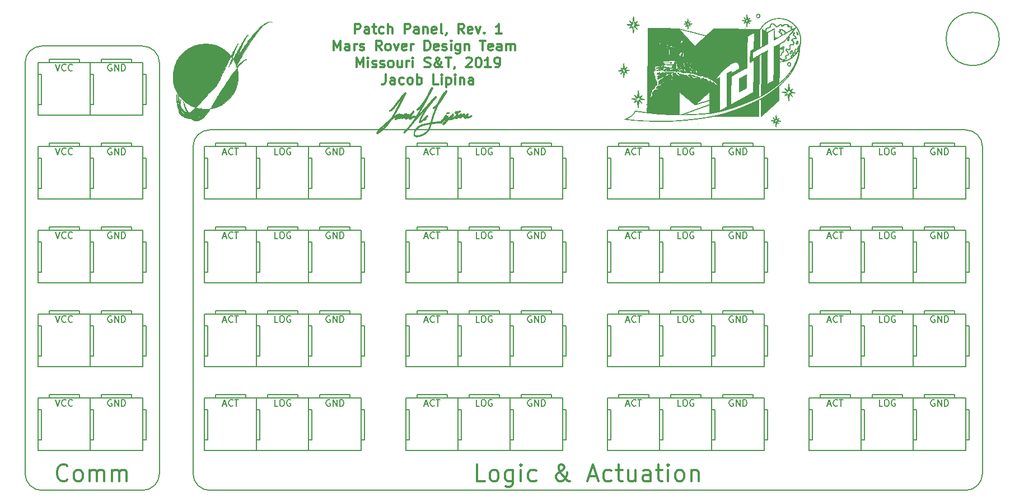
<source format=gbr>
G04 #@! TF.GenerationSoftware,KiCad,Pcbnew,(5.0.0)*
G04 #@! TF.CreationDate,2018-12-30T19:09:48-06:00*
G04 #@! TF.ProjectId,PatchPanel_Hardware,506174636850616E656C5F4861726477,rev?*
G04 #@! TF.SameCoordinates,Original*
G04 #@! TF.FileFunction,Legend,Top*
G04 #@! TF.FilePolarity,Positive*
%FSLAX46Y46*%
G04 Gerber Fmt 4.6, Leading zero omitted, Abs format (unit mm)*
G04 Created by KiCad (PCBNEW (5.0.0)) date 12/30/18 19:09:48*
%MOMM*%
%LPD*%
G01*
G04 APERTURE LIST*
%ADD10C,0.300000*%
%ADD11C,0.200000*%
%ADD12C,0.150000*%
%ADD13C,0.010000*%
G04 APERTURE END LIST*
D10*
X194668571Y-15903571D02*
X194668571Y-14403571D01*
X195240000Y-14403571D01*
X195382857Y-14475000D01*
X195454285Y-14546428D01*
X195525714Y-14689285D01*
X195525714Y-14903571D01*
X195454285Y-15046428D01*
X195382857Y-15117857D01*
X195240000Y-15189285D01*
X194668571Y-15189285D01*
X196811428Y-15903571D02*
X196811428Y-15117857D01*
X196740000Y-14975000D01*
X196597142Y-14903571D01*
X196311428Y-14903571D01*
X196168571Y-14975000D01*
X196811428Y-15832142D02*
X196668571Y-15903571D01*
X196311428Y-15903571D01*
X196168571Y-15832142D01*
X196097142Y-15689285D01*
X196097142Y-15546428D01*
X196168571Y-15403571D01*
X196311428Y-15332142D01*
X196668571Y-15332142D01*
X196811428Y-15260714D01*
X197311428Y-14903571D02*
X197882857Y-14903571D01*
X197525714Y-14403571D02*
X197525714Y-15689285D01*
X197597142Y-15832142D01*
X197740000Y-15903571D01*
X197882857Y-15903571D01*
X199025714Y-15832142D02*
X198882857Y-15903571D01*
X198597142Y-15903571D01*
X198454285Y-15832142D01*
X198382857Y-15760714D01*
X198311428Y-15617857D01*
X198311428Y-15189285D01*
X198382857Y-15046428D01*
X198454285Y-14975000D01*
X198597142Y-14903571D01*
X198882857Y-14903571D01*
X199025714Y-14975000D01*
X199668571Y-15903571D02*
X199668571Y-14403571D01*
X200311428Y-15903571D02*
X200311428Y-15117857D01*
X200240000Y-14975000D01*
X200097142Y-14903571D01*
X199882857Y-14903571D01*
X199740000Y-14975000D01*
X199668571Y-15046428D01*
X202168571Y-15903571D02*
X202168571Y-14403571D01*
X202740000Y-14403571D01*
X202882857Y-14475000D01*
X202954285Y-14546428D01*
X203025714Y-14689285D01*
X203025714Y-14903571D01*
X202954285Y-15046428D01*
X202882857Y-15117857D01*
X202740000Y-15189285D01*
X202168571Y-15189285D01*
X204311428Y-15903571D02*
X204311428Y-15117857D01*
X204240000Y-14975000D01*
X204097142Y-14903571D01*
X203811428Y-14903571D01*
X203668571Y-14975000D01*
X204311428Y-15832142D02*
X204168571Y-15903571D01*
X203811428Y-15903571D01*
X203668571Y-15832142D01*
X203597142Y-15689285D01*
X203597142Y-15546428D01*
X203668571Y-15403571D01*
X203811428Y-15332142D01*
X204168571Y-15332142D01*
X204311428Y-15260714D01*
X205025714Y-14903571D02*
X205025714Y-15903571D01*
X205025714Y-15046428D02*
X205097142Y-14975000D01*
X205240000Y-14903571D01*
X205454285Y-14903571D01*
X205597142Y-14975000D01*
X205668571Y-15117857D01*
X205668571Y-15903571D01*
X206954285Y-15832142D02*
X206811428Y-15903571D01*
X206525714Y-15903571D01*
X206382857Y-15832142D01*
X206311428Y-15689285D01*
X206311428Y-15117857D01*
X206382857Y-14975000D01*
X206525714Y-14903571D01*
X206811428Y-14903571D01*
X206954285Y-14975000D01*
X207025714Y-15117857D01*
X207025714Y-15260714D01*
X206311428Y-15403571D01*
X207882857Y-15903571D02*
X207740000Y-15832142D01*
X207668571Y-15689285D01*
X207668571Y-14403571D01*
X208525714Y-15832142D02*
X208525714Y-15903571D01*
X208454285Y-16046428D01*
X208382857Y-16117857D01*
X211168571Y-15903571D02*
X210668571Y-15189285D01*
X210311428Y-15903571D02*
X210311428Y-14403571D01*
X210882857Y-14403571D01*
X211025714Y-14475000D01*
X211097142Y-14546428D01*
X211168571Y-14689285D01*
X211168571Y-14903571D01*
X211097142Y-15046428D01*
X211025714Y-15117857D01*
X210882857Y-15189285D01*
X210311428Y-15189285D01*
X212382857Y-15832142D02*
X212240000Y-15903571D01*
X211954285Y-15903571D01*
X211811428Y-15832142D01*
X211740000Y-15689285D01*
X211740000Y-15117857D01*
X211811428Y-14975000D01*
X211954285Y-14903571D01*
X212240000Y-14903571D01*
X212382857Y-14975000D01*
X212454285Y-15117857D01*
X212454285Y-15260714D01*
X211740000Y-15403571D01*
X212954285Y-14903571D02*
X213311428Y-15903571D01*
X213668571Y-14903571D01*
X214240000Y-15760714D02*
X214311428Y-15832142D01*
X214240000Y-15903571D01*
X214168571Y-15832142D01*
X214240000Y-15760714D01*
X214240000Y-15903571D01*
X216882857Y-15903571D02*
X216025714Y-15903571D01*
X216454285Y-15903571D02*
X216454285Y-14403571D01*
X216311428Y-14617857D01*
X216168571Y-14760714D01*
X216025714Y-14832142D01*
X191490000Y-18453571D02*
X191490000Y-16953571D01*
X191990000Y-18025000D01*
X192490000Y-16953571D01*
X192490000Y-18453571D01*
X193847142Y-18453571D02*
X193847142Y-17667857D01*
X193775714Y-17525000D01*
X193632857Y-17453571D01*
X193347142Y-17453571D01*
X193204285Y-17525000D01*
X193847142Y-18382142D02*
X193704285Y-18453571D01*
X193347142Y-18453571D01*
X193204285Y-18382142D01*
X193132857Y-18239285D01*
X193132857Y-18096428D01*
X193204285Y-17953571D01*
X193347142Y-17882142D01*
X193704285Y-17882142D01*
X193847142Y-17810714D01*
X194561428Y-18453571D02*
X194561428Y-17453571D01*
X194561428Y-17739285D02*
X194632857Y-17596428D01*
X194704285Y-17525000D01*
X194847142Y-17453571D01*
X194990000Y-17453571D01*
X195418571Y-18382142D02*
X195561428Y-18453571D01*
X195847142Y-18453571D01*
X195990000Y-18382142D01*
X196061428Y-18239285D01*
X196061428Y-18167857D01*
X195990000Y-18025000D01*
X195847142Y-17953571D01*
X195632857Y-17953571D01*
X195490000Y-17882142D01*
X195418571Y-17739285D01*
X195418571Y-17667857D01*
X195490000Y-17525000D01*
X195632857Y-17453571D01*
X195847142Y-17453571D01*
X195990000Y-17525000D01*
X198704285Y-18453571D02*
X198204285Y-17739285D01*
X197847142Y-18453571D02*
X197847142Y-16953571D01*
X198418571Y-16953571D01*
X198561428Y-17025000D01*
X198632857Y-17096428D01*
X198704285Y-17239285D01*
X198704285Y-17453571D01*
X198632857Y-17596428D01*
X198561428Y-17667857D01*
X198418571Y-17739285D01*
X197847142Y-17739285D01*
X199561428Y-18453571D02*
X199418571Y-18382142D01*
X199347142Y-18310714D01*
X199275714Y-18167857D01*
X199275714Y-17739285D01*
X199347142Y-17596428D01*
X199418571Y-17525000D01*
X199561428Y-17453571D01*
X199775714Y-17453571D01*
X199918571Y-17525000D01*
X199990000Y-17596428D01*
X200061428Y-17739285D01*
X200061428Y-18167857D01*
X199990000Y-18310714D01*
X199918571Y-18382142D01*
X199775714Y-18453571D01*
X199561428Y-18453571D01*
X200561428Y-17453571D02*
X200918571Y-18453571D01*
X201275714Y-17453571D01*
X202418571Y-18382142D02*
X202275714Y-18453571D01*
X201990000Y-18453571D01*
X201847142Y-18382142D01*
X201775714Y-18239285D01*
X201775714Y-17667857D01*
X201847142Y-17525000D01*
X201990000Y-17453571D01*
X202275714Y-17453571D01*
X202418571Y-17525000D01*
X202490000Y-17667857D01*
X202490000Y-17810714D01*
X201775714Y-17953571D01*
X203132857Y-18453571D02*
X203132857Y-17453571D01*
X203132857Y-17739285D02*
X203204285Y-17596428D01*
X203275714Y-17525000D01*
X203418571Y-17453571D01*
X203561428Y-17453571D01*
X205204285Y-18453571D02*
X205204285Y-16953571D01*
X205561428Y-16953571D01*
X205775714Y-17025000D01*
X205918571Y-17167857D01*
X205990000Y-17310714D01*
X206061428Y-17596428D01*
X206061428Y-17810714D01*
X205990000Y-18096428D01*
X205918571Y-18239285D01*
X205775714Y-18382142D01*
X205561428Y-18453571D01*
X205204285Y-18453571D01*
X207275714Y-18382142D02*
X207132857Y-18453571D01*
X206847142Y-18453571D01*
X206704285Y-18382142D01*
X206632857Y-18239285D01*
X206632857Y-17667857D01*
X206704285Y-17525000D01*
X206847142Y-17453571D01*
X207132857Y-17453571D01*
X207275714Y-17525000D01*
X207347142Y-17667857D01*
X207347142Y-17810714D01*
X206632857Y-17953571D01*
X207918571Y-18382142D02*
X208061428Y-18453571D01*
X208347142Y-18453571D01*
X208490000Y-18382142D01*
X208561428Y-18239285D01*
X208561428Y-18167857D01*
X208490000Y-18025000D01*
X208347142Y-17953571D01*
X208132857Y-17953571D01*
X207990000Y-17882142D01*
X207918571Y-17739285D01*
X207918571Y-17667857D01*
X207990000Y-17525000D01*
X208132857Y-17453571D01*
X208347142Y-17453571D01*
X208490000Y-17525000D01*
X209204285Y-18453571D02*
X209204285Y-17453571D01*
X209204285Y-16953571D02*
X209132857Y-17025000D01*
X209204285Y-17096428D01*
X209275714Y-17025000D01*
X209204285Y-16953571D01*
X209204285Y-17096428D01*
X210561428Y-17453571D02*
X210561428Y-18667857D01*
X210490000Y-18810714D01*
X210418571Y-18882142D01*
X210275714Y-18953571D01*
X210061428Y-18953571D01*
X209918571Y-18882142D01*
X210561428Y-18382142D02*
X210418571Y-18453571D01*
X210132857Y-18453571D01*
X209990000Y-18382142D01*
X209918571Y-18310714D01*
X209847142Y-18167857D01*
X209847142Y-17739285D01*
X209918571Y-17596428D01*
X209990000Y-17525000D01*
X210132857Y-17453571D01*
X210418571Y-17453571D01*
X210561428Y-17525000D01*
X211275714Y-17453571D02*
X211275714Y-18453571D01*
X211275714Y-17596428D02*
X211347142Y-17525000D01*
X211490000Y-17453571D01*
X211704285Y-17453571D01*
X211847142Y-17525000D01*
X211918571Y-17667857D01*
X211918571Y-18453571D01*
X213561428Y-16953571D02*
X214418571Y-16953571D01*
X213990000Y-18453571D02*
X213990000Y-16953571D01*
X215490000Y-18382142D02*
X215347142Y-18453571D01*
X215061428Y-18453571D01*
X214918571Y-18382142D01*
X214847142Y-18239285D01*
X214847142Y-17667857D01*
X214918571Y-17525000D01*
X215061428Y-17453571D01*
X215347142Y-17453571D01*
X215490000Y-17525000D01*
X215561428Y-17667857D01*
X215561428Y-17810714D01*
X214847142Y-17953571D01*
X216847142Y-18453571D02*
X216847142Y-17667857D01*
X216775714Y-17525000D01*
X216632857Y-17453571D01*
X216347142Y-17453571D01*
X216204285Y-17525000D01*
X216847142Y-18382142D02*
X216704285Y-18453571D01*
X216347142Y-18453571D01*
X216204285Y-18382142D01*
X216132857Y-18239285D01*
X216132857Y-18096428D01*
X216204285Y-17953571D01*
X216347142Y-17882142D01*
X216704285Y-17882142D01*
X216847142Y-17810714D01*
X217561428Y-18453571D02*
X217561428Y-17453571D01*
X217561428Y-17596428D02*
X217632857Y-17525000D01*
X217775714Y-17453571D01*
X217990000Y-17453571D01*
X218132857Y-17525000D01*
X218204285Y-17667857D01*
X218204285Y-18453571D01*
X218204285Y-17667857D02*
X218275714Y-17525000D01*
X218418571Y-17453571D01*
X218632857Y-17453571D01*
X218775714Y-17525000D01*
X218847142Y-17667857D01*
X218847142Y-18453571D01*
X194918571Y-21003571D02*
X194918571Y-19503571D01*
X195418571Y-20575000D01*
X195918571Y-19503571D01*
X195918571Y-21003571D01*
X196632857Y-21003571D02*
X196632857Y-20003571D01*
X196632857Y-19503571D02*
X196561428Y-19575000D01*
X196632857Y-19646428D01*
X196704285Y-19575000D01*
X196632857Y-19503571D01*
X196632857Y-19646428D01*
X197275714Y-20932142D02*
X197418571Y-21003571D01*
X197704285Y-21003571D01*
X197847142Y-20932142D01*
X197918571Y-20789285D01*
X197918571Y-20717857D01*
X197847142Y-20575000D01*
X197704285Y-20503571D01*
X197490000Y-20503571D01*
X197347142Y-20432142D01*
X197275714Y-20289285D01*
X197275714Y-20217857D01*
X197347142Y-20075000D01*
X197490000Y-20003571D01*
X197704285Y-20003571D01*
X197847142Y-20075000D01*
X198490000Y-20932142D02*
X198632857Y-21003571D01*
X198918571Y-21003571D01*
X199061428Y-20932142D01*
X199132857Y-20789285D01*
X199132857Y-20717857D01*
X199061428Y-20575000D01*
X198918571Y-20503571D01*
X198704285Y-20503571D01*
X198561428Y-20432142D01*
X198490000Y-20289285D01*
X198490000Y-20217857D01*
X198561428Y-20075000D01*
X198704285Y-20003571D01*
X198918571Y-20003571D01*
X199061428Y-20075000D01*
X199990000Y-21003571D02*
X199847142Y-20932142D01*
X199775714Y-20860714D01*
X199704285Y-20717857D01*
X199704285Y-20289285D01*
X199775714Y-20146428D01*
X199847142Y-20075000D01*
X199990000Y-20003571D01*
X200204285Y-20003571D01*
X200347142Y-20075000D01*
X200418571Y-20146428D01*
X200490000Y-20289285D01*
X200490000Y-20717857D01*
X200418571Y-20860714D01*
X200347142Y-20932142D01*
X200204285Y-21003571D01*
X199990000Y-21003571D01*
X201775714Y-20003571D02*
X201775714Y-21003571D01*
X201132857Y-20003571D02*
X201132857Y-20789285D01*
X201204285Y-20932142D01*
X201347142Y-21003571D01*
X201561428Y-21003571D01*
X201704285Y-20932142D01*
X201775714Y-20860714D01*
X202490000Y-21003571D02*
X202490000Y-20003571D01*
X202490000Y-20289285D02*
X202561428Y-20146428D01*
X202632857Y-20075000D01*
X202775714Y-20003571D01*
X202918571Y-20003571D01*
X203418571Y-21003571D02*
X203418571Y-20003571D01*
X203418571Y-19503571D02*
X203347142Y-19575000D01*
X203418571Y-19646428D01*
X203490000Y-19575000D01*
X203418571Y-19503571D01*
X203418571Y-19646428D01*
X205204285Y-20932142D02*
X205418571Y-21003571D01*
X205775714Y-21003571D01*
X205918571Y-20932142D01*
X205990000Y-20860714D01*
X206061428Y-20717857D01*
X206061428Y-20575000D01*
X205990000Y-20432142D01*
X205918571Y-20360714D01*
X205775714Y-20289285D01*
X205490000Y-20217857D01*
X205347142Y-20146428D01*
X205275714Y-20075000D01*
X205204285Y-19932142D01*
X205204285Y-19789285D01*
X205275714Y-19646428D01*
X205347142Y-19575000D01*
X205490000Y-19503571D01*
X205847142Y-19503571D01*
X206061428Y-19575000D01*
X207918571Y-21003571D02*
X207847142Y-21003571D01*
X207704285Y-20932142D01*
X207490000Y-20717857D01*
X207132857Y-20289285D01*
X206990000Y-20075000D01*
X206918571Y-19860714D01*
X206918571Y-19717857D01*
X206990000Y-19575000D01*
X207132857Y-19503571D01*
X207204285Y-19503571D01*
X207347142Y-19575000D01*
X207418571Y-19717857D01*
X207418571Y-19789285D01*
X207347142Y-19932142D01*
X207275714Y-20003571D01*
X206847142Y-20289285D01*
X206775714Y-20360714D01*
X206704285Y-20503571D01*
X206704285Y-20717857D01*
X206775714Y-20860714D01*
X206847142Y-20932142D01*
X206990000Y-21003571D01*
X207204285Y-21003571D01*
X207347142Y-20932142D01*
X207418571Y-20860714D01*
X207632857Y-20575000D01*
X207704285Y-20360714D01*
X207704285Y-20217857D01*
X208347142Y-19503571D02*
X209204285Y-19503571D01*
X208775714Y-21003571D02*
X208775714Y-19503571D01*
X209775714Y-20932142D02*
X209775714Y-21003571D01*
X209704285Y-21146428D01*
X209632857Y-21217857D01*
X211490000Y-19646428D02*
X211561428Y-19575000D01*
X211704285Y-19503571D01*
X212061428Y-19503571D01*
X212204285Y-19575000D01*
X212275714Y-19646428D01*
X212347142Y-19789285D01*
X212347142Y-19932142D01*
X212275714Y-20146428D01*
X211418571Y-21003571D01*
X212347142Y-21003571D01*
X213275714Y-19503571D02*
X213418571Y-19503571D01*
X213561428Y-19575000D01*
X213632857Y-19646428D01*
X213704285Y-19789285D01*
X213775714Y-20075000D01*
X213775714Y-20432142D01*
X213704285Y-20717857D01*
X213632857Y-20860714D01*
X213561428Y-20932142D01*
X213418571Y-21003571D01*
X213275714Y-21003571D01*
X213132857Y-20932142D01*
X213061428Y-20860714D01*
X212990000Y-20717857D01*
X212918571Y-20432142D01*
X212918571Y-20075000D01*
X212990000Y-19789285D01*
X213061428Y-19646428D01*
X213132857Y-19575000D01*
X213275714Y-19503571D01*
X215204285Y-21003571D02*
X214347142Y-21003571D01*
X214775714Y-21003571D02*
X214775714Y-19503571D01*
X214632857Y-19717857D01*
X214490000Y-19860714D01*
X214347142Y-19932142D01*
X215918571Y-21003571D02*
X216204285Y-21003571D01*
X216347142Y-20932142D01*
X216418571Y-20860714D01*
X216561428Y-20646428D01*
X216632857Y-20360714D01*
X216632857Y-19789285D01*
X216561428Y-19646428D01*
X216490000Y-19575000D01*
X216347142Y-19503571D01*
X216061428Y-19503571D01*
X215918571Y-19575000D01*
X215847142Y-19646428D01*
X215775714Y-19789285D01*
X215775714Y-20146428D01*
X215847142Y-20289285D01*
X215918571Y-20360714D01*
X216061428Y-20432142D01*
X216347142Y-20432142D01*
X216490000Y-20360714D01*
X216561428Y-20289285D01*
X216632857Y-20146428D01*
X199347142Y-22053571D02*
X199347142Y-23125000D01*
X199275714Y-23339285D01*
X199132857Y-23482142D01*
X198918571Y-23553571D01*
X198775714Y-23553571D01*
X200704285Y-23553571D02*
X200704285Y-22767857D01*
X200632857Y-22625000D01*
X200490000Y-22553571D01*
X200204285Y-22553571D01*
X200061428Y-22625000D01*
X200704285Y-23482142D02*
X200561428Y-23553571D01*
X200204285Y-23553571D01*
X200061428Y-23482142D01*
X199990000Y-23339285D01*
X199990000Y-23196428D01*
X200061428Y-23053571D01*
X200204285Y-22982142D01*
X200561428Y-22982142D01*
X200704285Y-22910714D01*
X202061428Y-23482142D02*
X201918571Y-23553571D01*
X201632857Y-23553571D01*
X201490000Y-23482142D01*
X201418571Y-23410714D01*
X201347142Y-23267857D01*
X201347142Y-22839285D01*
X201418571Y-22696428D01*
X201490000Y-22625000D01*
X201632857Y-22553571D01*
X201918571Y-22553571D01*
X202061428Y-22625000D01*
X202918571Y-23553571D02*
X202775714Y-23482142D01*
X202704285Y-23410714D01*
X202632857Y-23267857D01*
X202632857Y-22839285D01*
X202704285Y-22696428D01*
X202775714Y-22625000D01*
X202918571Y-22553571D01*
X203132857Y-22553571D01*
X203275714Y-22625000D01*
X203347142Y-22696428D01*
X203418571Y-22839285D01*
X203418571Y-23267857D01*
X203347142Y-23410714D01*
X203275714Y-23482142D01*
X203132857Y-23553571D01*
X202918571Y-23553571D01*
X204061428Y-23553571D02*
X204061428Y-22053571D01*
X204061428Y-22625000D02*
X204204285Y-22553571D01*
X204490000Y-22553571D01*
X204632857Y-22625000D01*
X204704285Y-22696428D01*
X204775714Y-22839285D01*
X204775714Y-23267857D01*
X204704285Y-23410714D01*
X204632857Y-23482142D01*
X204490000Y-23553571D01*
X204204285Y-23553571D01*
X204061428Y-23482142D01*
X207275714Y-23553571D02*
X206561428Y-23553571D01*
X206561428Y-22053571D01*
X207775714Y-23553571D02*
X207775714Y-22553571D01*
X207775714Y-22053571D02*
X207704285Y-22125000D01*
X207775714Y-22196428D01*
X207847142Y-22125000D01*
X207775714Y-22053571D01*
X207775714Y-22196428D01*
X208490000Y-22553571D02*
X208490000Y-24053571D01*
X208490000Y-22625000D02*
X208632857Y-22553571D01*
X208918571Y-22553571D01*
X209061428Y-22625000D01*
X209132857Y-22696428D01*
X209204285Y-22839285D01*
X209204285Y-23267857D01*
X209132857Y-23410714D01*
X209061428Y-23482142D01*
X208918571Y-23553571D01*
X208632857Y-23553571D01*
X208490000Y-23482142D01*
X209847142Y-23553571D02*
X209847142Y-22553571D01*
X209847142Y-22053571D02*
X209775714Y-22125000D01*
X209847142Y-22196428D01*
X209918571Y-22125000D01*
X209847142Y-22053571D01*
X209847142Y-22196428D01*
X210561428Y-22553571D02*
X210561428Y-23553571D01*
X210561428Y-22696428D02*
X210632857Y-22625000D01*
X210775714Y-22553571D01*
X210990000Y-22553571D01*
X211132857Y-22625000D01*
X211204285Y-22767857D01*
X211204285Y-23553571D01*
X212561428Y-23553571D02*
X212561428Y-22767857D01*
X212490000Y-22625000D01*
X212347142Y-22553571D01*
X212061428Y-22553571D01*
X211918571Y-22625000D01*
X212561428Y-23482142D02*
X212418571Y-23553571D01*
X212061428Y-23553571D01*
X211918571Y-23482142D01*
X211847142Y-23339285D01*
X211847142Y-23196428D01*
X211918571Y-23053571D01*
X212061428Y-22982142D01*
X212418571Y-22982142D01*
X212561428Y-22910714D01*
X214327619Y-83699047D02*
X213118095Y-83699047D01*
X213118095Y-81159047D01*
X215537142Y-83699047D02*
X215295238Y-83578095D01*
X215174285Y-83457142D01*
X215053333Y-83215238D01*
X215053333Y-82489523D01*
X215174285Y-82247619D01*
X215295238Y-82126666D01*
X215537142Y-82005714D01*
X215900000Y-82005714D01*
X216141904Y-82126666D01*
X216262857Y-82247619D01*
X216383809Y-82489523D01*
X216383809Y-83215238D01*
X216262857Y-83457142D01*
X216141904Y-83578095D01*
X215900000Y-83699047D01*
X215537142Y-83699047D01*
X218560952Y-82005714D02*
X218560952Y-84061904D01*
X218440000Y-84303809D01*
X218319047Y-84424761D01*
X218077142Y-84545714D01*
X217714285Y-84545714D01*
X217472380Y-84424761D01*
X218560952Y-83578095D02*
X218319047Y-83699047D01*
X217835238Y-83699047D01*
X217593333Y-83578095D01*
X217472380Y-83457142D01*
X217351428Y-83215238D01*
X217351428Y-82489523D01*
X217472380Y-82247619D01*
X217593333Y-82126666D01*
X217835238Y-82005714D01*
X218319047Y-82005714D01*
X218560952Y-82126666D01*
X219770476Y-83699047D02*
X219770476Y-82005714D01*
X219770476Y-81159047D02*
X219649523Y-81280000D01*
X219770476Y-81400952D01*
X219891428Y-81280000D01*
X219770476Y-81159047D01*
X219770476Y-81400952D01*
X222068571Y-83578095D02*
X221826666Y-83699047D01*
X221342857Y-83699047D01*
X221100952Y-83578095D01*
X220980000Y-83457142D01*
X220859047Y-83215238D01*
X220859047Y-82489523D01*
X220980000Y-82247619D01*
X221100952Y-82126666D01*
X221342857Y-82005714D01*
X221826666Y-82005714D01*
X222068571Y-82126666D01*
X227148571Y-83699047D02*
X227027619Y-83699047D01*
X226785714Y-83578095D01*
X226422857Y-83215238D01*
X225818095Y-82489523D01*
X225576190Y-82126666D01*
X225455238Y-81763809D01*
X225455238Y-81521904D01*
X225576190Y-81280000D01*
X225818095Y-81159047D01*
X225939047Y-81159047D01*
X226180952Y-81280000D01*
X226301904Y-81521904D01*
X226301904Y-81642857D01*
X226180952Y-81884761D01*
X226060000Y-82005714D01*
X225334285Y-82489523D01*
X225213333Y-82610476D01*
X225092380Y-82852380D01*
X225092380Y-83215238D01*
X225213333Y-83457142D01*
X225334285Y-83578095D01*
X225576190Y-83699047D01*
X225939047Y-83699047D01*
X226180952Y-83578095D01*
X226301904Y-83457142D01*
X226664761Y-82973333D01*
X226785714Y-82610476D01*
X226785714Y-82368571D01*
X230051428Y-82973333D02*
X231260952Y-82973333D01*
X229809523Y-83699047D02*
X230656190Y-81159047D01*
X231502857Y-83699047D01*
X233438095Y-83578095D02*
X233196190Y-83699047D01*
X232712380Y-83699047D01*
X232470476Y-83578095D01*
X232349523Y-83457142D01*
X232228571Y-83215238D01*
X232228571Y-82489523D01*
X232349523Y-82247619D01*
X232470476Y-82126666D01*
X232712380Y-82005714D01*
X233196190Y-82005714D01*
X233438095Y-82126666D01*
X234163809Y-82005714D02*
X235131428Y-82005714D01*
X234526666Y-81159047D02*
X234526666Y-83336190D01*
X234647619Y-83578095D01*
X234889523Y-83699047D01*
X235131428Y-83699047D01*
X237066666Y-82005714D02*
X237066666Y-83699047D01*
X235978095Y-82005714D02*
X235978095Y-83336190D01*
X236099047Y-83578095D01*
X236340952Y-83699047D01*
X236703809Y-83699047D01*
X236945714Y-83578095D01*
X237066666Y-83457142D01*
X239364761Y-83699047D02*
X239364761Y-82368571D01*
X239243809Y-82126666D01*
X239001904Y-82005714D01*
X238518095Y-82005714D01*
X238276190Y-82126666D01*
X239364761Y-83578095D02*
X239122857Y-83699047D01*
X238518095Y-83699047D01*
X238276190Y-83578095D01*
X238155238Y-83336190D01*
X238155238Y-83094285D01*
X238276190Y-82852380D01*
X238518095Y-82731428D01*
X239122857Y-82731428D01*
X239364761Y-82610476D01*
X240211428Y-82005714D02*
X241179047Y-82005714D01*
X240574285Y-81159047D02*
X240574285Y-83336190D01*
X240695238Y-83578095D01*
X240937142Y-83699047D01*
X241179047Y-83699047D01*
X242025714Y-83699047D02*
X242025714Y-82005714D01*
X242025714Y-81159047D02*
X241904761Y-81280000D01*
X242025714Y-81400952D01*
X242146666Y-81280000D01*
X242025714Y-81159047D01*
X242025714Y-81400952D01*
X243598095Y-83699047D02*
X243356190Y-83578095D01*
X243235238Y-83457142D01*
X243114285Y-83215238D01*
X243114285Y-82489523D01*
X243235238Y-82247619D01*
X243356190Y-82126666D01*
X243598095Y-82005714D01*
X243960952Y-82005714D01*
X244202857Y-82126666D01*
X244323809Y-82247619D01*
X244444761Y-82489523D01*
X244444761Y-83215238D01*
X244323809Y-83457142D01*
X244202857Y-83578095D01*
X243960952Y-83699047D01*
X243598095Y-83699047D01*
X245533333Y-82005714D02*
X245533333Y-83699047D01*
X245533333Y-82247619D02*
X245654285Y-82126666D01*
X245896190Y-82005714D01*
X246259047Y-82005714D01*
X246500952Y-82126666D01*
X246621904Y-82368571D01*
X246621904Y-83699047D01*
X151190476Y-83457142D02*
X151069523Y-83578095D01*
X150706666Y-83699047D01*
X150464761Y-83699047D01*
X150101904Y-83578095D01*
X149860000Y-83336190D01*
X149739047Y-83094285D01*
X149618095Y-82610476D01*
X149618095Y-82247619D01*
X149739047Y-81763809D01*
X149860000Y-81521904D01*
X150101904Y-81280000D01*
X150464761Y-81159047D01*
X150706666Y-81159047D01*
X151069523Y-81280000D01*
X151190476Y-81400952D01*
X152641904Y-83699047D02*
X152400000Y-83578095D01*
X152279047Y-83457142D01*
X152158095Y-83215238D01*
X152158095Y-82489523D01*
X152279047Y-82247619D01*
X152400000Y-82126666D01*
X152641904Y-82005714D01*
X153004761Y-82005714D01*
X153246666Y-82126666D01*
X153367619Y-82247619D01*
X153488571Y-82489523D01*
X153488571Y-83215238D01*
X153367619Y-83457142D01*
X153246666Y-83578095D01*
X153004761Y-83699047D01*
X152641904Y-83699047D01*
X154577142Y-83699047D02*
X154577142Y-82005714D01*
X154577142Y-82247619D02*
X154698095Y-82126666D01*
X154940000Y-82005714D01*
X155302857Y-82005714D01*
X155544761Y-82126666D01*
X155665714Y-82368571D01*
X155665714Y-83699047D01*
X155665714Y-82368571D02*
X155786666Y-82126666D01*
X156028571Y-82005714D01*
X156391428Y-82005714D01*
X156633333Y-82126666D01*
X156754285Y-82368571D01*
X156754285Y-83699047D01*
X157963809Y-83699047D02*
X157963809Y-82005714D01*
X157963809Y-82247619D02*
X158084761Y-82126666D01*
X158326666Y-82005714D01*
X158689523Y-82005714D01*
X158931428Y-82126666D01*
X159052380Y-82368571D01*
X159052380Y-83699047D01*
X159052380Y-82368571D02*
X159173333Y-82126666D01*
X159415238Y-82005714D01*
X159778095Y-82005714D01*
X160020000Y-82126666D01*
X160140952Y-82368571D01*
X160140952Y-83699047D01*
D11*
X289560000Y-82550000D02*
G75*
G02X287020000Y-85090000I-2540000J0D01*
G01*
X287020000Y-30480000D02*
G75*
G02X289560000Y-33020000I0J-2540000D01*
G01*
X170180000Y-33020000D02*
G75*
G02X172720000Y-30480000I2540000J0D01*
G01*
X172720000Y-85090000D02*
G75*
G02X170180000Y-82550000I0J2540000D01*
G01*
X165100000Y-82550000D02*
G75*
G02X162560000Y-85090000I-2540000J0D01*
G01*
X147320000Y-85090000D02*
G75*
G02X144780000Y-82550000I0J2540000D01*
G01*
X144780000Y-20320000D02*
G75*
G02X147320000Y-17780000I2540000J0D01*
G01*
X162560000Y-17780000D02*
G75*
G02X165100000Y-20320000I0J-2540000D01*
G01*
X287020000Y-85090000D02*
X172720000Y-85090000D01*
X289560000Y-33020000D02*
X289560000Y-82550000D01*
X172720000Y-30480000D02*
X287020000Y-30480000D01*
X170180000Y-82550000D02*
X170180000Y-33020000D01*
X147320000Y-17780000D02*
X162560000Y-17780000D01*
X144780000Y-82550000D02*
X144780000Y-20320000D01*
X162560000Y-85090000D02*
X147320000Y-85090000D01*
X165100000Y-20320000D02*
X165100000Y-82550000D01*
D12*
G04 #@! TO.C,Conn10*
X202360000Y-40920000D02*
X210260000Y-40920000D01*
X202868000Y-39370000D02*
X202868000Y-34798000D01*
X202868000Y-34798000D02*
X202360000Y-34798000D01*
X208632000Y-32512000D02*
X204060000Y-32512000D01*
X202360000Y-33020000D02*
X202360000Y-40920000D01*
X202360000Y-39370000D02*
X202868000Y-39370000D01*
X202360000Y-33020000D02*
X210260000Y-33020000D01*
X204060000Y-32512000D02*
X204060000Y-33020000D01*
X208632000Y-33020000D02*
X208632000Y-32512000D01*
X210768000Y-39370000D02*
X210768000Y-34798000D01*
X210260000Y-33020000D02*
X210260000Y-40920000D01*
X210260000Y-33020000D02*
X218160000Y-33020000D01*
X210260000Y-39370000D02*
X210768000Y-39370000D01*
X210768000Y-34798000D02*
X210260000Y-34798000D01*
X211960000Y-32512000D02*
X211960000Y-33020000D01*
X216532000Y-32512000D02*
X211960000Y-32512000D01*
X210260000Y-40920000D02*
X218160000Y-40920000D01*
X216532000Y-33020000D02*
X216532000Y-32512000D01*
X218160600Y-39370000D02*
X218668600Y-39370000D01*
X218668600Y-34798000D02*
X218160600Y-34798000D01*
X218160000Y-33020000D02*
X218160000Y-40920000D01*
X218668600Y-39370000D02*
X218668600Y-34798000D01*
X226060000Y-33020000D02*
X226060000Y-40920000D01*
X219837000Y-32512000D02*
X219837000Y-33020000D01*
X224409000Y-32512000D02*
X219837000Y-32512000D01*
X224409000Y-33020000D02*
X224409000Y-32512000D01*
X226568000Y-39370000D02*
X226568000Y-34798000D01*
X226568000Y-34798000D02*
X226060000Y-34798000D01*
X226060000Y-39370000D02*
X226568000Y-39370000D01*
X218160000Y-40920000D02*
X226060000Y-40920000D01*
X218160000Y-33020000D02*
X226060000Y-33020000D01*
G04 #@! TO.C,Conn1*
X263320000Y-53620000D02*
X271220000Y-53620000D01*
X263828000Y-52070000D02*
X263828000Y-47498000D01*
X263828000Y-47498000D02*
X263320000Y-47498000D01*
X269592000Y-45212000D02*
X265020000Y-45212000D01*
X263320000Y-45720000D02*
X263320000Y-53620000D01*
X263320000Y-52070000D02*
X263828000Y-52070000D01*
X263320000Y-45720000D02*
X271220000Y-45720000D01*
X265020000Y-45212000D02*
X265020000Y-45720000D01*
X269592000Y-45720000D02*
X269592000Y-45212000D01*
X271728000Y-52070000D02*
X271728000Y-47498000D01*
X271220000Y-45720000D02*
X271220000Y-53620000D01*
X271220000Y-45720000D02*
X279120000Y-45720000D01*
X271220000Y-52070000D02*
X271728000Y-52070000D01*
X271728000Y-47498000D02*
X271220000Y-47498000D01*
X272920000Y-45212000D02*
X272920000Y-45720000D01*
X277492000Y-45212000D02*
X272920000Y-45212000D01*
X271220000Y-53620000D02*
X279120000Y-53620000D01*
X277492000Y-45720000D02*
X277492000Y-45212000D01*
X279120600Y-52070000D02*
X279628600Y-52070000D01*
X279628600Y-47498000D02*
X279120600Y-47498000D01*
X279120000Y-45720000D02*
X279120000Y-53620000D01*
X279628600Y-52070000D02*
X279628600Y-47498000D01*
X287020000Y-45720000D02*
X287020000Y-53620000D01*
X280797000Y-45212000D02*
X280797000Y-45720000D01*
X285369000Y-45212000D02*
X280797000Y-45212000D01*
X285369000Y-45720000D02*
X285369000Y-45212000D01*
X287528000Y-52070000D02*
X287528000Y-47498000D01*
X287528000Y-47498000D02*
X287020000Y-47498000D01*
X287020000Y-52070000D02*
X287528000Y-52070000D01*
X279120000Y-53620000D02*
X287020000Y-53620000D01*
X279120000Y-45720000D02*
X287020000Y-45720000D01*
G04 #@! TO.C,Conn2*
X263320000Y-66320000D02*
X271220000Y-66320000D01*
X263828000Y-64770000D02*
X263828000Y-60198000D01*
X263828000Y-60198000D02*
X263320000Y-60198000D01*
X269592000Y-57912000D02*
X265020000Y-57912000D01*
X263320000Y-58420000D02*
X263320000Y-66320000D01*
X263320000Y-64770000D02*
X263828000Y-64770000D01*
X263320000Y-58420000D02*
X271220000Y-58420000D01*
X265020000Y-57912000D02*
X265020000Y-58420000D01*
X269592000Y-58420000D02*
X269592000Y-57912000D01*
X271728000Y-64770000D02*
X271728000Y-60198000D01*
X271220000Y-58420000D02*
X271220000Y-66320000D01*
X271220000Y-58420000D02*
X279120000Y-58420000D01*
X271220000Y-64770000D02*
X271728000Y-64770000D01*
X271728000Y-60198000D02*
X271220000Y-60198000D01*
X272920000Y-57912000D02*
X272920000Y-58420000D01*
X277492000Y-57912000D02*
X272920000Y-57912000D01*
X271220000Y-66320000D02*
X279120000Y-66320000D01*
X277492000Y-58420000D02*
X277492000Y-57912000D01*
X279120600Y-64770000D02*
X279628600Y-64770000D01*
X279628600Y-60198000D02*
X279120600Y-60198000D01*
X279120000Y-58420000D02*
X279120000Y-66320000D01*
X279628600Y-64770000D02*
X279628600Y-60198000D01*
X287020000Y-58420000D02*
X287020000Y-66320000D01*
X280797000Y-57912000D02*
X280797000Y-58420000D01*
X285369000Y-57912000D02*
X280797000Y-57912000D01*
X285369000Y-58420000D02*
X285369000Y-57912000D01*
X287528000Y-64770000D02*
X287528000Y-60198000D01*
X287528000Y-60198000D02*
X287020000Y-60198000D01*
X287020000Y-64770000D02*
X287528000Y-64770000D01*
X279120000Y-66320000D02*
X287020000Y-66320000D01*
X279120000Y-58420000D02*
X287020000Y-58420000D01*
G04 #@! TO.C,Conn3*
X202360000Y-66320000D02*
X210260000Y-66320000D01*
X202868000Y-64770000D02*
X202868000Y-60198000D01*
X202868000Y-60198000D02*
X202360000Y-60198000D01*
X208632000Y-57912000D02*
X204060000Y-57912000D01*
X202360000Y-58420000D02*
X202360000Y-66320000D01*
X202360000Y-64770000D02*
X202868000Y-64770000D01*
X202360000Y-58420000D02*
X210260000Y-58420000D01*
X204060000Y-57912000D02*
X204060000Y-58420000D01*
X208632000Y-58420000D02*
X208632000Y-57912000D01*
X210768000Y-64770000D02*
X210768000Y-60198000D01*
X210260000Y-58420000D02*
X210260000Y-66320000D01*
X210260000Y-58420000D02*
X218160000Y-58420000D01*
X210260000Y-64770000D02*
X210768000Y-64770000D01*
X210768000Y-60198000D02*
X210260000Y-60198000D01*
X211960000Y-57912000D02*
X211960000Y-58420000D01*
X216532000Y-57912000D02*
X211960000Y-57912000D01*
X210260000Y-66320000D02*
X218160000Y-66320000D01*
X216532000Y-58420000D02*
X216532000Y-57912000D01*
X218160600Y-64770000D02*
X218668600Y-64770000D01*
X218668600Y-60198000D02*
X218160600Y-60198000D01*
X218160000Y-58420000D02*
X218160000Y-66320000D01*
X218668600Y-64770000D02*
X218668600Y-60198000D01*
X226060000Y-58420000D02*
X226060000Y-66320000D01*
X219837000Y-57912000D02*
X219837000Y-58420000D01*
X224409000Y-57912000D02*
X219837000Y-57912000D01*
X224409000Y-58420000D02*
X224409000Y-57912000D01*
X226568000Y-64770000D02*
X226568000Y-60198000D01*
X226568000Y-60198000D02*
X226060000Y-60198000D01*
X226060000Y-64770000D02*
X226568000Y-64770000D01*
X218160000Y-66320000D02*
X226060000Y-66320000D01*
X218160000Y-58420000D02*
X226060000Y-58420000D01*
G04 #@! TO.C,Conn4*
X263320000Y-79020000D02*
X271220000Y-79020000D01*
X263828000Y-77470000D02*
X263828000Y-72898000D01*
X263828000Y-72898000D02*
X263320000Y-72898000D01*
X269592000Y-70612000D02*
X265020000Y-70612000D01*
X263320000Y-71120000D02*
X263320000Y-79020000D01*
X263320000Y-77470000D02*
X263828000Y-77470000D01*
X263320000Y-71120000D02*
X271220000Y-71120000D01*
X265020000Y-70612000D02*
X265020000Y-71120000D01*
X269592000Y-71120000D02*
X269592000Y-70612000D01*
X271728000Y-77470000D02*
X271728000Y-72898000D01*
X271220000Y-71120000D02*
X271220000Y-79020000D01*
X271220000Y-71120000D02*
X279120000Y-71120000D01*
X271220000Y-77470000D02*
X271728000Y-77470000D01*
X271728000Y-72898000D02*
X271220000Y-72898000D01*
X272920000Y-70612000D02*
X272920000Y-71120000D01*
X277492000Y-70612000D02*
X272920000Y-70612000D01*
X271220000Y-79020000D02*
X279120000Y-79020000D01*
X277492000Y-71120000D02*
X277492000Y-70612000D01*
X279120600Y-77470000D02*
X279628600Y-77470000D01*
X279628600Y-72898000D02*
X279120600Y-72898000D01*
X279120000Y-71120000D02*
X279120000Y-79020000D01*
X279628600Y-77470000D02*
X279628600Y-72898000D01*
X287020000Y-71120000D02*
X287020000Y-79020000D01*
X280797000Y-70612000D02*
X280797000Y-71120000D01*
X285369000Y-70612000D02*
X280797000Y-70612000D01*
X285369000Y-71120000D02*
X285369000Y-70612000D01*
X287528000Y-77470000D02*
X287528000Y-72898000D01*
X287528000Y-72898000D02*
X287020000Y-72898000D01*
X287020000Y-77470000D02*
X287528000Y-77470000D01*
X279120000Y-79020000D02*
X287020000Y-79020000D01*
X279120000Y-71120000D02*
X287020000Y-71120000D01*
G04 #@! TO.C,Conn5*
X202360000Y-53620000D02*
X210260000Y-53620000D01*
X202868000Y-52070000D02*
X202868000Y-47498000D01*
X202868000Y-47498000D02*
X202360000Y-47498000D01*
X208632000Y-45212000D02*
X204060000Y-45212000D01*
X202360000Y-45720000D02*
X202360000Y-53620000D01*
X202360000Y-52070000D02*
X202868000Y-52070000D01*
X202360000Y-45720000D02*
X210260000Y-45720000D01*
X204060000Y-45212000D02*
X204060000Y-45720000D01*
X208632000Y-45720000D02*
X208632000Y-45212000D01*
X210768000Y-52070000D02*
X210768000Y-47498000D01*
X210260000Y-45720000D02*
X210260000Y-53620000D01*
X210260000Y-45720000D02*
X218160000Y-45720000D01*
X210260000Y-52070000D02*
X210768000Y-52070000D01*
X210768000Y-47498000D02*
X210260000Y-47498000D01*
X211960000Y-45212000D02*
X211960000Y-45720000D01*
X216532000Y-45212000D02*
X211960000Y-45212000D01*
X210260000Y-53620000D02*
X218160000Y-53620000D01*
X216532000Y-45720000D02*
X216532000Y-45212000D01*
X218160600Y-52070000D02*
X218668600Y-52070000D01*
X218668600Y-47498000D02*
X218160600Y-47498000D01*
X218160000Y-45720000D02*
X218160000Y-53620000D01*
X218668600Y-52070000D02*
X218668600Y-47498000D01*
X226060000Y-45720000D02*
X226060000Y-53620000D01*
X219837000Y-45212000D02*
X219837000Y-45720000D01*
X224409000Y-45212000D02*
X219837000Y-45212000D01*
X224409000Y-45720000D02*
X224409000Y-45212000D01*
X226568000Y-52070000D02*
X226568000Y-47498000D01*
X226568000Y-47498000D02*
X226060000Y-47498000D01*
X226060000Y-52070000D02*
X226568000Y-52070000D01*
X218160000Y-53620000D02*
X226060000Y-53620000D01*
X218160000Y-45720000D02*
X226060000Y-45720000D01*
G04 #@! TO.C,Conn6*
X232840000Y-79020000D02*
X240740000Y-79020000D01*
X233348000Y-77470000D02*
X233348000Y-72898000D01*
X233348000Y-72898000D02*
X232840000Y-72898000D01*
X239112000Y-70612000D02*
X234540000Y-70612000D01*
X232840000Y-71120000D02*
X232840000Y-79020000D01*
X232840000Y-77470000D02*
X233348000Y-77470000D01*
X232840000Y-71120000D02*
X240740000Y-71120000D01*
X234540000Y-70612000D02*
X234540000Y-71120000D01*
X239112000Y-71120000D02*
X239112000Y-70612000D01*
X241248000Y-77470000D02*
X241248000Y-72898000D01*
X240740000Y-71120000D02*
X240740000Y-79020000D01*
X240740000Y-71120000D02*
X248640000Y-71120000D01*
X240740000Y-77470000D02*
X241248000Y-77470000D01*
X241248000Y-72898000D02*
X240740000Y-72898000D01*
X242440000Y-70612000D02*
X242440000Y-71120000D01*
X247012000Y-70612000D02*
X242440000Y-70612000D01*
X240740000Y-79020000D02*
X248640000Y-79020000D01*
X247012000Y-71120000D02*
X247012000Y-70612000D01*
X248640600Y-77470000D02*
X249148600Y-77470000D01*
X249148600Y-72898000D02*
X248640600Y-72898000D01*
X248640000Y-71120000D02*
X248640000Y-79020000D01*
X249148600Y-77470000D02*
X249148600Y-72898000D01*
X256540000Y-71120000D02*
X256540000Y-79020000D01*
X250317000Y-70612000D02*
X250317000Y-71120000D01*
X254889000Y-70612000D02*
X250317000Y-70612000D01*
X254889000Y-71120000D02*
X254889000Y-70612000D01*
X257048000Y-77470000D02*
X257048000Y-72898000D01*
X257048000Y-72898000D02*
X256540000Y-72898000D01*
X256540000Y-77470000D02*
X257048000Y-77470000D01*
X248640000Y-79020000D02*
X256540000Y-79020000D01*
X248640000Y-71120000D02*
X256540000Y-71120000D01*
G04 #@! TO.C,Conn7*
X202360000Y-79020000D02*
X210260000Y-79020000D01*
X202868000Y-77470000D02*
X202868000Y-72898000D01*
X202868000Y-72898000D02*
X202360000Y-72898000D01*
X208632000Y-70612000D02*
X204060000Y-70612000D01*
X202360000Y-71120000D02*
X202360000Y-79020000D01*
X202360000Y-77470000D02*
X202868000Y-77470000D01*
X202360000Y-71120000D02*
X210260000Y-71120000D01*
X204060000Y-70612000D02*
X204060000Y-71120000D01*
X208632000Y-71120000D02*
X208632000Y-70612000D01*
X210768000Y-77470000D02*
X210768000Y-72898000D01*
X210260000Y-71120000D02*
X210260000Y-79020000D01*
X210260000Y-71120000D02*
X218160000Y-71120000D01*
X210260000Y-77470000D02*
X210768000Y-77470000D01*
X210768000Y-72898000D02*
X210260000Y-72898000D01*
X211960000Y-70612000D02*
X211960000Y-71120000D01*
X216532000Y-70612000D02*
X211960000Y-70612000D01*
X210260000Y-79020000D02*
X218160000Y-79020000D01*
X216532000Y-71120000D02*
X216532000Y-70612000D01*
X218160600Y-77470000D02*
X218668600Y-77470000D01*
X218668600Y-72898000D02*
X218160600Y-72898000D01*
X218160000Y-71120000D02*
X218160000Y-79020000D01*
X218668600Y-77470000D02*
X218668600Y-72898000D01*
X226060000Y-71120000D02*
X226060000Y-79020000D01*
X219837000Y-70612000D02*
X219837000Y-71120000D01*
X224409000Y-70612000D02*
X219837000Y-70612000D01*
X224409000Y-71120000D02*
X224409000Y-70612000D01*
X226568000Y-77470000D02*
X226568000Y-72898000D01*
X226568000Y-72898000D02*
X226060000Y-72898000D01*
X226060000Y-77470000D02*
X226568000Y-77470000D01*
X218160000Y-79020000D02*
X226060000Y-79020000D01*
X218160000Y-71120000D02*
X226060000Y-71120000D01*
G04 #@! TO.C,Conn9*
X171880000Y-53620000D02*
X179780000Y-53620000D01*
X172388000Y-52070000D02*
X172388000Y-47498000D01*
X172388000Y-47498000D02*
X171880000Y-47498000D01*
X178152000Y-45212000D02*
X173580000Y-45212000D01*
X171880000Y-45720000D02*
X171880000Y-53620000D01*
X171880000Y-52070000D02*
X172388000Y-52070000D01*
X171880000Y-45720000D02*
X179780000Y-45720000D01*
X173580000Y-45212000D02*
X173580000Y-45720000D01*
X178152000Y-45720000D02*
X178152000Y-45212000D01*
X180288000Y-52070000D02*
X180288000Y-47498000D01*
X179780000Y-45720000D02*
X179780000Y-53620000D01*
X179780000Y-45720000D02*
X187680000Y-45720000D01*
X179780000Y-52070000D02*
X180288000Y-52070000D01*
X180288000Y-47498000D02*
X179780000Y-47498000D01*
X181480000Y-45212000D02*
X181480000Y-45720000D01*
X186052000Y-45212000D02*
X181480000Y-45212000D01*
X179780000Y-53620000D02*
X187680000Y-53620000D01*
X186052000Y-45720000D02*
X186052000Y-45212000D01*
X187680600Y-52070000D02*
X188188600Y-52070000D01*
X188188600Y-47498000D02*
X187680600Y-47498000D01*
X187680000Y-45720000D02*
X187680000Y-53620000D01*
X188188600Y-52070000D02*
X188188600Y-47498000D01*
X195580000Y-45720000D02*
X195580000Y-53620000D01*
X189357000Y-45212000D02*
X189357000Y-45720000D01*
X193929000Y-45212000D02*
X189357000Y-45212000D01*
X193929000Y-45720000D02*
X193929000Y-45212000D01*
X196088000Y-52070000D02*
X196088000Y-47498000D01*
X196088000Y-47498000D02*
X195580000Y-47498000D01*
X195580000Y-52070000D02*
X196088000Y-52070000D01*
X187680000Y-53620000D02*
X195580000Y-53620000D01*
X187680000Y-45720000D02*
X195580000Y-45720000D01*
G04 #@! TO.C,Conn11*
X263320000Y-40920000D02*
X271220000Y-40920000D01*
X263828000Y-39370000D02*
X263828000Y-34798000D01*
X263828000Y-34798000D02*
X263320000Y-34798000D01*
X269592000Y-32512000D02*
X265020000Y-32512000D01*
X263320000Y-33020000D02*
X263320000Y-40920000D01*
X263320000Y-39370000D02*
X263828000Y-39370000D01*
X263320000Y-33020000D02*
X271220000Y-33020000D01*
X265020000Y-32512000D02*
X265020000Y-33020000D01*
X269592000Y-33020000D02*
X269592000Y-32512000D01*
X271728000Y-39370000D02*
X271728000Y-34798000D01*
X271220000Y-33020000D02*
X271220000Y-40920000D01*
X271220000Y-33020000D02*
X279120000Y-33020000D01*
X271220000Y-39370000D02*
X271728000Y-39370000D01*
X271728000Y-34798000D02*
X271220000Y-34798000D01*
X272920000Y-32512000D02*
X272920000Y-33020000D01*
X277492000Y-32512000D02*
X272920000Y-32512000D01*
X271220000Y-40920000D02*
X279120000Y-40920000D01*
X277492000Y-33020000D02*
X277492000Y-32512000D01*
X279120600Y-39370000D02*
X279628600Y-39370000D01*
X279628600Y-34798000D02*
X279120600Y-34798000D01*
X279120000Y-33020000D02*
X279120000Y-40920000D01*
X279628600Y-39370000D02*
X279628600Y-34798000D01*
X287020000Y-33020000D02*
X287020000Y-40920000D01*
X280797000Y-32512000D02*
X280797000Y-33020000D01*
X285369000Y-32512000D02*
X280797000Y-32512000D01*
X285369000Y-33020000D02*
X285369000Y-32512000D01*
X287528000Y-39370000D02*
X287528000Y-34798000D01*
X287528000Y-34798000D02*
X287020000Y-34798000D01*
X287020000Y-39370000D02*
X287528000Y-39370000D01*
X279120000Y-40920000D02*
X287020000Y-40920000D01*
X279120000Y-33020000D02*
X287020000Y-33020000D01*
G04 #@! TO.C,Conn12*
X232840000Y-66320000D02*
X240740000Y-66320000D01*
X233348000Y-64770000D02*
X233348000Y-60198000D01*
X233348000Y-60198000D02*
X232840000Y-60198000D01*
X239112000Y-57912000D02*
X234540000Y-57912000D01*
X232840000Y-58420000D02*
X232840000Y-66320000D01*
X232840000Y-64770000D02*
X233348000Y-64770000D01*
X232840000Y-58420000D02*
X240740000Y-58420000D01*
X234540000Y-57912000D02*
X234540000Y-58420000D01*
X239112000Y-58420000D02*
X239112000Y-57912000D01*
X241248000Y-64770000D02*
X241248000Y-60198000D01*
X240740000Y-58420000D02*
X240740000Y-66320000D01*
X240740000Y-58420000D02*
X248640000Y-58420000D01*
X240740000Y-64770000D02*
X241248000Y-64770000D01*
X241248000Y-60198000D02*
X240740000Y-60198000D01*
X242440000Y-57912000D02*
X242440000Y-58420000D01*
X247012000Y-57912000D02*
X242440000Y-57912000D01*
X240740000Y-66320000D02*
X248640000Y-66320000D01*
X247012000Y-58420000D02*
X247012000Y-57912000D01*
X248640600Y-64770000D02*
X249148600Y-64770000D01*
X249148600Y-60198000D02*
X248640600Y-60198000D01*
X248640000Y-58420000D02*
X248640000Y-66320000D01*
X249148600Y-64770000D02*
X249148600Y-60198000D01*
X256540000Y-58420000D02*
X256540000Y-66320000D01*
X250317000Y-57912000D02*
X250317000Y-58420000D01*
X254889000Y-57912000D02*
X250317000Y-57912000D01*
X254889000Y-58420000D02*
X254889000Y-57912000D01*
X257048000Y-64770000D02*
X257048000Y-60198000D01*
X257048000Y-60198000D02*
X256540000Y-60198000D01*
X256540000Y-64770000D02*
X257048000Y-64770000D01*
X248640000Y-66320000D02*
X256540000Y-66320000D01*
X248640000Y-58420000D02*
X256540000Y-58420000D01*
G04 #@! TO.C,Conn13*
X232840000Y-40920000D02*
X240740000Y-40920000D01*
X233348000Y-39370000D02*
X233348000Y-34798000D01*
X233348000Y-34798000D02*
X232840000Y-34798000D01*
X239112000Y-32512000D02*
X234540000Y-32512000D01*
X232840000Y-33020000D02*
X232840000Y-40920000D01*
X232840000Y-39370000D02*
X233348000Y-39370000D01*
X232840000Y-33020000D02*
X240740000Y-33020000D01*
X234540000Y-32512000D02*
X234540000Y-33020000D01*
X239112000Y-33020000D02*
X239112000Y-32512000D01*
X241248000Y-39370000D02*
X241248000Y-34798000D01*
X240740000Y-33020000D02*
X240740000Y-40920000D01*
X240740000Y-33020000D02*
X248640000Y-33020000D01*
X240740000Y-39370000D02*
X241248000Y-39370000D01*
X241248000Y-34798000D02*
X240740000Y-34798000D01*
X242440000Y-32512000D02*
X242440000Y-33020000D01*
X247012000Y-32512000D02*
X242440000Y-32512000D01*
X240740000Y-40920000D02*
X248640000Y-40920000D01*
X247012000Y-33020000D02*
X247012000Y-32512000D01*
X248640600Y-39370000D02*
X249148600Y-39370000D01*
X249148600Y-34798000D02*
X248640600Y-34798000D01*
X248640000Y-33020000D02*
X248640000Y-40920000D01*
X249148600Y-39370000D02*
X249148600Y-34798000D01*
X256540000Y-33020000D02*
X256540000Y-40920000D01*
X250317000Y-32512000D02*
X250317000Y-33020000D01*
X254889000Y-32512000D02*
X250317000Y-32512000D01*
X254889000Y-33020000D02*
X254889000Y-32512000D01*
X257048000Y-39370000D02*
X257048000Y-34798000D01*
X257048000Y-34798000D02*
X256540000Y-34798000D01*
X256540000Y-39370000D02*
X257048000Y-39370000D01*
X248640000Y-40920000D02*
X256540000Y-40920000D01*
X248640000Y-33020000D02*
X256540000Y-33020000D01*
G04 #@! TO.C,Conn14*
X232840000Y-53620000D02*
X240740000Y-53620000D01*
X233348000Y-52070000D02*
X233348000Y-47498000D01*
X233348000Y-47498000D02*
X232840000Y-47498000D01*
X239112000Y-45212000D02*
X234540000Y-45212000D01*
X232840000Y-45720000D02*
X232840000Y-53620000D01*
X232840000Y-52070000D02*
X233348000Y-52070000D01*
X232840000Y-45720000D02*
X240740000Y-45720000D01*
X234540000Y-45212000D02*
X234540000Y-45720000D01*
X239112000Y-45720000D02*
X239112000Y-45212000D01*
X241248000Y-52070000D02*
X241248000Y-47498000D01*
X240740000Y-45720000D02*
X240740000Y-53620000D01*
X240740000Y-45720000D02*
X248640000Y-45720000D01*
X240740000Y-52070000D02*
X241248000Y-52070000D01*
X241248000Y-47498000D02*
X240740000Y-47498000D01*
X242440000Y-45212000D02*
X242440000Y-45720000D01*
X247012000Y-45212000D02*
X242440000Y-45212000D01*
X240740000Y-53620000D02*
X248640000Y-53620000D01*
X247012000Y-45720000D02*
X247012000Y-45212000D01*
X248640600Y-52070000D02*
X249148600Y-52070000D01*
X249148600Y-47498000D02*
X248640600Y-47498000D01*
X248640000Y-45720000D02*
X248640000Y-53620000D01*
X249148600Y-52070000D02*
X249148600Y-47498000D01*
X256540000Y-45720000D02*
X256540000Y-53620000D01*
X250317000Y-45212000D02*
X250317000Y-45720000D01*
X254889000Y-45212000D02*
X250317000Y-45212000D01*
X254889000Y-45720000D02*
X254889000Y-45212000D01*
X257048000Y-52070000D02*
X257048000Y-47498000D01*
X257048000Y-47498000D02*
X256540000Y-47498000D01*
X256540000Y-52070000D02*
X257048000Y-52070000D01*
X248640000Y-53620000D02*
X256540000Y-53620000D01*
X248640000Y-45720000D02*
X256540000Y-45720000D01*
G04 #@! TO.C,Conn15*
X171880000Y-40920000D02*
X179780000Y-40920000D01*
X172388000Y-39370000D02*
X172388000Y-34798000D01*
X172388000Y-34798000D02*
X171880000Y-34798000D01*
X178152000Y-32512000D02*
X173580000Y-32512000D01*
X171880000Y-33020000D02*
X171880000Y-40920000D01*
X171880000Y-39370000D02*
X172388000Y-39370000D01*
X171880000Y-33020000D02*
X179780000Y-33020000D01*
X173580000Y-32512000D02*
X173580000Y-33020000D01*
X178152000Y-33020000D02*
X178152000Y-32512000D01*
X180288000Y-39370000D02*
X180288000Y-34798000D01*
X179780000Y-33020000D02*
X179780000Y-40920000D01*
X179780000Y-33020000D02*
X187680000Y-33020000D01*
X179780000Y-39370000D02*
X180288000Y-39370000D01*
X180288000Y-34798000D02*
X179780000Y-34798000D01*
X181480000Y-32512000D02*
X181480000Y-33020000D01*
X186052000Y-32512000D02*
X181480000Y-32512000D01*
X179780000Y-40920000D02*
X187680000Y-40920000D01*
X186052000Y-33020000D02*
X186052000Y-32512000D01*
X187680600Y-39370000D02*
X188188600Y-39370000D01*
X188188600Y-34798000D02*
X187680600Y-34798000D01*
X187680000Y-33020000D02*
X187680000Y-40920000D01*
X188188600Y-39370000D02*
X188188600Y-34798000D01*
X195580000Y-33020000D02*
X195580000Y-40920000D01*
X189357000Y-32512000D02*
X189357000Y-33020000D01*
X193929000Y-32512000D02*
X189357000Y-32512000D01*
X193929000Y-33020000D02*
X193929000Y-32512000D01*
X196088000Y-39370000D02*
X196088000Y-34798000D01*
X196088000Y-34798000D02*
X195580000Y-34798000D01*
X195580000Y-39370000D02*
X196088000Y-39370000D01*
X187680000Y-40920000D02*
X195580000Y-40920000D01*
X187680000Y-33020000D02*
X195580000Y-33020000D01*
G04 #@! TO.C,Conn23*
X171880000Y-79020000D02*
X179780000Y-79020000D01*
X172388000Y-77470000D02*
X172388000Y-72898000D01*
X172388000Y-72898000D02*
X171880000Y-72898000D01*
X178152000Y-70612000D02*
X173580000Y-70612000D01*
X171880000Y-71120000D02*
X171880000Y-79020000D01*
X171880000Y-77470000D02*
X172388000Y-77470000D01*
X171880000Y-71120000D02*
X179780000Y-71120000D01*
X173580000Y-70612000D02*
X173580000Y-71120000D01*
X178152000Y-71120000D02*
X178152000Y-70612000D01*
X180288000Y-77470000D02*
X180288000Y-72898000D01*
X179780000Y-71120000D02*
X179780000Y-79020000D01*
X179780000Y-71120000D02*
X187680000Y-71120000D01*
X179780000Y-77470000D02*
X180288000Y-77470000D01*
X180288000Y-72898000D02*
X179780000Y-72898000D01*
X181480000Y-70612000D02*
X181480000Y-71120000D01*
X186052000Y-70612000D02*
X181480000Y-70612000D01*
X179780000Y-79020000D02*
X187680000Y-79020000D01*
X186052000Y-71120000D02*
X186052000Y-70612000D01*
X187680600Y-77470000D02*
X188188600Y-77470000D01*
X188188600Y-72898000D02*
X187680600Y-72898000D01*
X187680000Y-71120000D02*
X187680000Y-79020000D01*
X188188600Y-77470000D02*
X188188600Y-72898000D01*
X195580000Y-71120000D02*
X195580000Y-79020000D01*
X189357000Y-70612000D02*
X189357000Y-71120000D01*
X193929000Y-70612000D02*
X189357000Y-70612000D01*
X193929000Y-71120000D02*
X193929000Y-70612000D01*
X196088000Y-77470000D02*
X196088000Y-72898000D01*
X196088000Y-72898000D02*
X195580000Y-72898000D01*
X195580000Y-77470000D02*
X196088000Y-77470000D01*
X187680000Y-79020000D02*
X195580000Y-79020000D01*
X187680000Y-71120000D02*
X195580000Y-71120000D01*
G04 #@! TO.C,Conn24*
X171880000Y-66320000D02*
X179780000Y-66320000D01*
X172388000Y-64770000D02*
X172388000Y-60198000D01*
X172388000Y-60198000D02*
X171880000Y-60198000D01*
X178152000Y-57912000D02*
X173580000Y-57912000D01*
X171880000Y-58420000D02*
X171880000Y-66320000D01*
X171880000Y-64770000D02*
X172388000Y-64770000D01*
X171880000Y-58420000D02*
X179780000Y-58420000D01*
X173580000Y-57912000D02*
X173580000Y-58420000D01*
X178152000Y-58420000D02*
X178152000Y-57912000D01*
X180288000Y-64770000D02*
X180288000Y-60198000D01*
X179780000Y-58420000D02*
X179780000Y-66320000D01*
X179780000Y-58420000D02*
X187680000Y-58420000D01*
X179780000Y-64770000D02*
X180288000Y-64770000D01*
X180288000Y-60198000D02*
X179780000Y-60198000D01*
X181480000Y-57912000D02*
X181480000Y-58420000D01*
X186052000Y-57912000D02*
X181480000Y-57912000D01*
X179780000Y-66320000D02*
X187680000Y-66320000D01*
X186052000Y-58420000D02*
X186052000Y-57912000D01*
X187680600Y-64770000D02*
X188188600Y-64770000D01*
X188188600Y-60198000D02*
X187680600Y-60198000D01*
X187680000Y-58420000D02*
X187680000Y-66320000D01*
X188188600Y-64770000D02*
X188188600Y-60198000D01*
X195580000Y-58420000D02*
X195580000Y-66320000D01*
X189357000Y-57912000D02*
X189357000Y-58420000D01*
X193929000Y-57912000D02*
X189357000Y-57912000D01*
X193929000Y-58420000D02*
X193929000Y-57912000D01*
X196088000Y-64770000D02*
X196088000Y-60198000D01*
X196088000Y-60198000D02*
X195580000Y-60198000D01*
X195580000Y-64770000D02*
X196088000Y-64770000D01*
X187680000Y-66320000D02*
X195580000Y-66320000D01*
X187680000Y-58420000D02*
X195580000Y-58420000D01*
G04 #@! TO.C,REF\002A\002A*
X292105080Y-16708120D02*
G75*
G03X292105080Y-16708120I-4013200J0D01*
G01*
G04 #@! TO.C,Conn18*
X154660000Y-20320000D02*
X162560000Y-20320000D01*
X154660000Y-28220000D02*
X162560000Y-28220000D01*
X162560000Y-26670000D02*
X163068000Y-26670000D01*
X163068000Y-22098000D02*
X162560000Y-22098000D01*
X163068000Y-26670000D02*
X163068000Y-22098000D01*
X160909000Y-20320000D02*
X160909000Y-19812000D01*
X160909000Y-19812000D02*
X156337000Y-19812000D01*
X156337000Y-19812000D02*
X156337000Y-20320000D01*
X162560000Y-20320000D02*
X162560000Y-28220000D01*
X155168600Y-26670000D02*
X155168600Y-22098000D01*
X154660000Y-20320000D02*
X154660000Y-28220000D01*
X155168600Y-22098000D02*
X154660600Y-22098000D01*
X154660600Y-26670000D02*
X155168600Y-26670000D01*
X153032000Y-20320000D02*
X153032000Y-19812000D01*
X146760000Y-28220000D02*
X154660000Y-28220000D01*
X153032000Y-19812000D02*
X148460000Y-19812000D01*
X148460000Y-19812000D02*
X148460000Y-20320000D01*
X147268000Y-22098000D02*
X146760000Y-22098000D01*
X146760000Y-26670000D02*
X147268000Y-26670000D01*
X146760000Y-20320000D02*
X154660000Y-20320000D01*
X146760000Y-20320000D02*
X146760000Y-28220000D01*
X147268000Y-26670000D02*
X147268000Y-22098000D01*
G04 #@! TO.C,Conn19*
X147268000Y-39370000D02*
X147268000Y-34798000D01*
X146760000Y-33020000D02*
X146760000Y-40920000D01*
X146760000Y-33020000D02*
X154660000Y-33020000D01*
X146760000Y-39370000D02*
X147268000Y-39370000D01*
X147268000Y-34798000D02*
X146760000Y-34798000D01*
X148460000Y-32512000D02*
X148460000Y-33020000D01*
X153032000Y-32512000D02*
X148460000Y-32512000D01*
X146760000Y-40920000D02*
X154660000Y-40920000D01*
X153032000Y-33020000D02*
X153032000Y-32512000D01*
X154660600Y-39370000D02*
X155168600Y-39370000D01*
X155168600Y-34798000D02*
X154660600Y-34798000D01*
X154660000Y-33020000D02*
X154660000Y-40920000D01*
X155168600Y-39370000D02*
X155168600Y-34798000D01*
X162560000Y-33020000D02*
X162560000Y-40920000D01*
X156337000Y-32512000D02*
X156337000Y-33020000D01*
X160909000Y-32512000D02*
X156337000Y-32512000D01*
X160909000Y-33020000D02*
X160909000Y-32512000D01*
X163068000Y-39370000D02*
X163068000Y-34798000D01*
X163068000Y-34798000D02*
X162560000Y-34798000D01*
X162560000Y-39370000D02*
X163068000Y-39370000D01*
X154660000Y-40920000D02*
X162560000Y-40920000D01*
X154660000Y-33020000D02*
X162560000Y-33020000D01*
G04 #@! TO.C,Conn20*
X154660000Y-45720000D02*
X162560000Y-45720000D01*
X154660000Y-53620000D02*
X162560000Y-53620000D01*
X162560000Y-52070000D02*
X163068000Y-52070000D01*
X163068000Y-47498000D02*
X162560000Y-47498000D01*
X163068000Y-52070000D02*
X163068000Y-47498000D01*
X160909000Y-45720000D02*
X160909000Y-45212000D01*
X160909000Y-45212000D02*
X156337000Y-45212000D01*
X156337000Y-45212000D02*
X156337000Y-45720000D01*
X162560000Y-45720000D02*
X162560000Y-53620000D01*
X155168600Y-52070000D02*
X155168600Y-47498000D01*
X154660000Y-45720000D02*
X154660000Y-53620000D01*
X155168600Y-47498000D02*
X154660600Y-47498000D01*
X154660600Y-52070000D02*
X155168600Y-52070000D01*
X153032000Y-45720000D02*
X153032000Y-45212000D01*
X146760000Y-53620000D02*
X154660000Y-53620000D01*
X153032000Y-45212000D02*
X148460000Y-45212000D01*
X148460000Y-45212000D02*
X148460000Y-45720000D01*
X147268000Y-47498000D02*
X146760000Y-47498000D01*
X146760000Y-52070000D02*
X147268000Y-52070000D01*
X146760000Y-45720000D02*
X154660000Y-45720000D01*
X146760000Y-45720000D02*
X146760000Y-53620000D01*
X147268000Y-52070000D02*
X147268000Y-47498000D01*
G04 #@! TO.C,Conn21*
X147268000Y-77470000D02*
X147268000Y-72898000D01*
X146760000Y-71120000D02*
X146760000Y-79020000D01*
X146760000Y-71120000D02*
X154660000Y-71120000D01*
X146760000Y-77470000D02*
X147268000Y-77470000D01*
X147268000Y-72898000D02*
X146760000Y-72898000D01*
X148460000Y-70612000D02*
X148460000Y-71120000D01*
X153032000Y-70612000D02*
X148460000Y-70612000D01*
X146760000Y-79020000D02*
X154660000Y-79020000D01*
X153032000Y-71120000D02*
X153032000Y-70612000D01*
X154660600Y-77470000D02*
X155168600Y-77470000D01*
X155168600Y-72898000D02*
X154660600Y-72898000D01*
X154660000Y-71120000D02*
X154660000Y-79020000D01*
X155168600Y-77470000D02*
X155168600Y-72898000D01*
X162560000Y-71120000D02*
X162560000Y-79020000D01*
X156337000Y-70612000D02*
X156337000Y-71120000D01*
X160909000Y-70612000D02*
X156337000Y-70612000D01*
X160909000Y-71120000D02*
X160909000Y-70612000D01*
X163068000Y-77470000D02*
X163068000Y-72898000D01*
X163068000Y-72898000D02*
X162560000Y-72898000D01*
X162560000Y-77470000D02*
X163068000Y-77470000D01*
X154660000Y-79020000D02*
X162560000Y-79020000D01*
X154660000Y-71120000D02*
X162560000Y-71120000D01*
G04 #@! TO.C,Conn22*
X154660000Y-58420000D02*
X162560000Y-58420000D01*
X154660000Y-66320000D02*
X162560000Y-66320000D01*
X162560000Y-64770000D02*
X163068000Y-64770000D01*
X163068000Y-60198000D02*
X162560000Y-60198000D01*
X163068000Y-64770000D02*
X163068000Y-60198000D01*
X160909000Y-58420000D02*
X160909000Y-57912000D01*
X160909000Y-57912000D02*
X156337000Y-57912000D01*
X156337000Y-57912000D02*
X156337000Y-58420000D01*
X162560000Y-58420000D02*
X162560000Y-66320000D01*
X155168600Y-64770000D02*
X155168600Y-60198000D01*
X154660000Y-58420000D02*
X154660000Y-66320000D01*
X155168600Y-60198000D02*
X154660600Y-60198000D01*
X154660600Y-64770000D02*
X155168600Y-64770000D01*
X153032000Y-58420000D02*
X153032000Y-57912000D01*
X146760000Y-66320000D02*
X154660000Y-66320000D01*
X153032000Y-57912000D02*
X148460000Y-57912000D01*
X148460000Y-57912000D02*
X148460000Y-58420000D01*
X147268000Y-60198000D02*
X146760000Y-60198000D01*
X146760000Y-64770000D02*
X147268000Y-64770000D01*
X146760000Y-58420000D02*
X154660000Y-58420000D01*
X146760000Y-58420000D02*
X146760000Y-66320000D01*
X147268000Y-64770000D02*
X147268000Y-60198000D01*
D13*
G04 #@! TO.C,G\002A\002A\002A*
G36*
X199182088Y-29940037D02*
X199181194Y-29942253D01*
X199176053Y-29947710D01*
X199175136Y-29947973D01*
X199172678Y-29943547D01*
X199172613Y-29942253D01*
X199177011Y-29936752D01*
X199178671Y-29936532D01*
X199182088Y-29940037D01*
X199182088Y-29940037D01*
G37*
X199182088Y-29940037D02*
X199181194Y-29942253D01*
X199176053Y-29947710D01*
X199175136Y-29947973D01*
X199172678Y-29943547D01*
X199172613Y-29942253D01*
X199177011Y-29936752D01*
X199178671Y-29936532D01*
X199182088Y-29940037D01*
G36*
X204693108Y-31175068D02*
X204690248Y-31177928D01*
X204687388Y-31175068D01*
X204690248Y-31172208D01*
X204693108Y-31175068D01*
X204693108Y-31175068D01*
G37*
X204693108Y-31175068D02*
X204690248Y-31177928D01*
X204687388Y-31175068D01*
X204690248Y-31172208D01*
X204693108Y-31175068D01*
G36*
X204574358Y-31207458D02*
X204572323Y-31210176D01*
X204566522Y-31216710D01*
X204561934Y-31216235D01*
X204556715Y-31212932D01*
X204553921Y-31208803D01*
X204561626Y-31205690D01*
X204563916Y-31205223D01*
X204573810Y-31204183D01*
X204574358Y-31207458D01*
X204574358Y-31207458D01*
G37*
X204574358Y-31207458D02*
X204572323Y-31210176D01*
X204566522Y-31216710D01*
X204561934Y-31216235D01*
X204556715Y-31212932D01*
X204553921Y-31208803D01*
X204561626Y-31205690D01*
X204563916Y-31205223D01*
X204573810Y-31204183D01*
X204574358Y-31207458D01*
G36*
X204376844Y-31254787D02*
X204378469Y-31258018D01*
X204373454Y-31261859D01*
X204361184Y-31263709D01*
X204359218Y-31263739D01*
X204341053Y-31267164D01*
X204325694Y-31274966D01*
X204314580Y-31282183D01*
X204306372Y-31281881D01*
X204300789Y-31278419D01*
X204295773Y-31273741D01*
X204297214Y-31270033D01*
X204306767Y-31265908D01*
X204321050Y-31261472D01*
X204347432Y-31254831D01*
X204366434Y-31252578D01*
X204376844Y-31254787D01*
X204376844Y-31254787D01*
G37*
X204376844Y-31254787D02*
X204378469Y-31258018D01*
X204373454Y-31261859D01*
X204361184Y-31263709D01*
X204359218Y-31263739D01*
X204341053Y-31267164D01*
X204325694Y-31274966D01*
X204314580Y-31282183D01*
X204306372Y-31281881D01*
X204300789Y-31278419D01*
X204295773Y-31273741D01*
X204297214Y-31270033D01*
X204306767Y-31265908D01*
X204321050Y-31261472D01*
X204347432Y-31254831D01*
X204366434Y-31252578D01*
X204376844Y-31254787D01*
G36*
X204156505Y-31296919D02*
X204159321Y-31302043D01*
X204152393Y-31303742D01*
X204149640Y-31303784D01*
X204140547Y-31302631D01*
X204141461Y-31298317D01*
X204142775Y-31296919D01*
X204150560Y-31293000D01*
X204156505Y-31296919D01*
X204156505Y-31296919D01*
G37*
X204156505Y-31296919D02*
X204159321Y-31302043D01*
X204152393Y-31303742D01*
X204149640Y-31303784D01*
X204140547Y-31302631D01*
X204141461Y-31298317D01*
X204142775Y-31296919D01*
X204150560Y-31293000D01*
X204156505Y-31296919D01*
G36*
X204008161Y-31300032D02*
X204008351Y-31301910D01*
X203999396Y-31302677D01*
X203998041Y-31302669D01*
X203989168Y-31301844D01*
X203990015Y-31300103D01*
X203990999Y-31299820D01*
X204003460Y-31298982D01*
X204008161Y-31300032D01*
X204008161Y-31300032D01*
G37*
X204008161Y-31300032D02*
X204008351Y-31301910D01*
X203999396Y-31302677D01*
X203998041Y-31302669D01*
X203989168Y-31301844D01*
X203990015Y-31300103D01*
X203990999Y-31299820D01*
X204003460Y-31298982D01*
X204008161Y-31300032D01*
G36*
X206729685Y-25786149D02*
X206726825Y-25789009D01*
X206723964Y-25786149D01*
X206726825Y-25783289D01*
X206729685Y-25786149D01*
X206729685Y-25786149D01*
G37*
X206729685Y-25786149D02*
X206726825Y-25789009D01*
X206723964Y-25786149D01*
X206726825Y-25783289D01*
X206729685Y-25786149D01*
G36*
X209902283Y-27650934D02*
X209901825Y-27653964D01*
X209896931Y-27659416D01*
X209896104Y-27659685D01*
X209891556Y-27655695D01*
X209890383Y-27653964D01*
X209891742Y-27649118D01*
X209896104Y-27648244D01*
X209902283Y-27650934D01*
X209902283Y-27650934D01*
G37*
X209902283Y-27650934D02*
X209901825Y-27653964D01*
X209896931Y-27659416D01*
X209896104Y-27659685D01*
X209891556Y-27655695D01*
X209890383Y-27653964D01*
X209891742Y-27649118D01*
X209896104Y-27648244D01*
X209902283Y-27650934D01*
G36*
X210505197Y-27572286D02*
X210518709Y-27582958D01*
X210529688Y-27592926D01*
X210540162Y-27596757D01*
X210549194Y-27601675D01*
X210552435Y-27616264D01*
X210551553Y-27629651D01*
X210554744Y-27636236D01*
X210557246Y-27636802D01*
X210561002Y-27641599D01*
X210561226Y-27653844D01*
X210558520Y-27670319D01*
X210553490Y-27687804D01*
X210546739Y-27703080D01*
X210543983Y-27707449D01*
X210533492Y-27718515D01*
X210516526Y-27732647D01*
X210496455Y-27747075D01*
X210493045Y-27749315D01*
X210474891Y-27761702D01*
X210461205Y-27772269D01*
X210454286Y-27779197D01*
X210453874Y-27780277D01*
X210449233Y-27786691D01*
X210443863Y-27789512D01*
X210432416Y-27795267D01*
X210418180Y-27804350D01*
X210417175Y-27805064D01*
X210399373Y-27816392D01*
X210371388Y-27832164D01*
X210333123Y-27852434D01*
X210284840Y-27877072D01*
X210264800Y-27887566D01*
X210248281Y-27896954D01*
X210238418Y-27903440D01*
X210237659Y-27904095D01*
X210227657Y-27909799D01*
X210211708Y-27915513D01*
X210206195Y-27916995D01*
X210184655Y-27923726D01*
X210162642Y-27932691D01*
X210159257Y-27934324D01*
X210143339Y-27941364D01*
X210130685Y-27945400D01*
X210127793Y-27945772D01*
X210116601Y-27948322D01*
X210104360Y-27953542D01*
X210091105Y-27958504D01*
X210071027Y-27963875D01*
X210050013Y-27968200D01*
X210027080Y-27972538D01*
X210006186Y-27977044D01*
X209992950Y-27980438D01*
X209969875Y-27984291D01*
X209939503Y-27984878D01*
X209905469Y-27982315D01*
X209871406Y-27976719D01*
X209870453Y-27976512D01*
X209850383Y-27972748D01*
X209834305Y-27970858D01*
X209826131Y-27971181D01*
X209816842Y-27970070D01*
X209802450Y-27963952D01*
X209786823Y-27954926D01*
X209773825Y-27945090D01*
X209769450Y-27940430D01*
X209766575Y-27930634D01*
X209765050Y-27912903D01*
X209764790Y-27890653D01*
X209765711Y-27867302D01*
X209767727Y-27846264D01*
X209770754Y-27830956D01*
X209772269Y-27827127D01*
X209775968Y-27815959D01*
X209779699Y-27798080D01*
X209781702Y-27784651D01*
X209788408Y-27753019D01*
X209800518Y-27729774D01*
X209819714Y-27712486D01*
X209838500Y-27702523D01*
X209856987Y-27692898D01*
X209871949Y-27682550D01*
X209878034Y-27676408D01*
X209887444Y-27668000D01*
X209895042Y-27667067D01*
X209905916Y-27666345D01*
X209910254Y-27663529D01*
X209916997Y-27660760D01*
X209924346Y-27667414D01*
X209925951Y-27669696D01*
X209936763Y-27679480D01*
X209946858Y-27682750D01*
X209961182Y-27686322D01*
X209970136Y-27691331D01*
X209984015Y-27697881D01*
X210002389Y-27698918D01*
X210027111Y-27694317D01*
X210055323Y-27685598D01*
X210079694Y-27678013D01*
X210103898Y-27671802D01*
X210122377Y-27668360D01*
X210142961Y-27665225D01*
X210162034Y-27661259D01*
X210166169Y-27660164D01*
X210185127Y-27657278D01*
X210203098Y-27657661D01*
X210222268Y-27656579D01*
X210233676Y-27649648D01*
X210246780Y-27639740D01*
X210263180Y-27630030D01*
X210264355Y-27629436D01*
X210278563Y-27624113D01*
X210288453Y-27623374D01*
X210291885Y-27626657D01*
X210286720Y-27633403D01*
X210284886Y-27634815D01*
X210279278Y-27640670D01*
X210281535Y-27642523D01*
X210294189Y-27639083D01*
X210309650Y-27630703D01*
X210321158Y-27621597D01*
X210333108Y-27615140D01*
X210340758Y-27613919D01*
X210352859Y-27610556D01*
X210367829Y-27602226D01*
X210371250Y-27599756D01*
X210398104Y-27583301D01*
X210427329Y-27572053D01*
X210456521Y-27566285D01*
X210483278Y-27566272D01*
X210505197Y-27572286D01*
X210505197Y-27572286D01*
G37*
X210505197Y-27572286D02*
X210518709Y-27582958D01*
X210529688Y-27592926D01*
X210540162Y-27596757D01*
X210549194Y-27601675D01*
X210552435Y-27616264D01*
X210551553Y-27629651D01*
X210554744Y-27636236D01*
X210557246Y-27636802D01*
X210561002Y-27641599D01*
X210561226Y-27653844D01*
X210558520Y-27670319D01*
X210553490Y-27687804D01*
X210546739Y-27703080D01*
X210543983Y-27707449D01*
X210533492Y-27718515D01*
X210516526Y-27732647D01*
X210496455Y-27747075D01*
X210493045Y-27749315D01*
X210474891Y-27761702D01*
X210461205Y-27772269D01*
X210454286Y-27779197D01*
X210453874Y-27780277D01*
X210449233Y-27786691D01*
X210443863Y-27789512D01*
X210432416Y-27795267D01*
X210418180Y-27804350D01*
X210417175Y-27805064D01*
X210399373Y-27816392D01*
X210371388Y-27832164D01*
X210333123Y-27852434D01*
X210284840Y-27877072D01*
X210264800Y-27887566D01*
X210248281Y-27896954D01*
X210238418Y-27903440D01*
X210237659Y-27904095D01*
X210227657Y-27909799D01*
X210211708Y-27915513D01*
X210206195Y-27916995D01*
X210184655Y-27923726D01*
X210162642Y-27932691D01*
X210159257Y-27934324D01*
X210143339Y-27941364D01*
X210130685Y-27945400D01*
X210127793Y-27945772D01*
X210116601Y-27948322D01*
X210104360Y-27953542D01*
X210091105Y-27958504D01*
X210071027Y-27963875D01*
X210050013Y-27968200D01*
X210027080Y-27972538D01*
X210006186Y-27977044D01*
X209992950Y-27980438D01*
X209969875Y-27984291D01*
X209939503Y-27984878D01*
X209905469Y-27982315D01*
X209871406Y-27976719D01*
X209870453Y-27976512D01*
X209850383Y-27972748D01*
X209834305Y-27970858D01*
X209826131Y-27971181D01*
X209816842Y-27970070D01*
X209802450Y-27963952D01*
X209786823Y-27954926D01*
X209773825Y-27945090D01*
X209769450Y-27940430D01*
X209766575Y-27930634D01*
X209765050Y-27912903D01*
X209764790Y-27890653D01*
X209765711Y-27867302D01*
X209767727Y-27846264D01*
X209770754Y-27830956D01*
X209772269Y-27827127D01*
X209775968Y-27815959D01*
X209779699Y-27798080D01*
X209781702Y-27784651D01*
X209788408Y-27753019D01*
X209800518Y-27729774D01*
X209819714Y-27712486D01*
X209838500Y-27702523D01*
X209856987Y-27692898D01*
X209871949Y-27682550D01*
X209878034Y-27676408D01*
X209887444Y-27668000D01*
X209895042Y-27667067D01*
X209905916Y-27666345D01*
X209910254Y-27663529D01*
X209916997Y-27660760D01*
X209924346Y-27667414D01*
X209925951Y-27669696D01*
X209936763Y-27679480D01*
X209946858Y-27682750D01*
X209961182Y-27686322D01*
X209970136Y-27691331D01*
X209984015Y-27697881D01*
X210002389Y-27698918D01*
X210027111Y-27694317D01*
X210055323Y-27685598D01*
X210079694Y-27678013D01*
X210103898Y-27671802D01*
X210122377Y-27668360D01*
X210142961Y-27665225D01*
X210162034Y-27661259D01*
X210166169Y-27660164D01*
X210185127Y-27657278D01*
X210203098Y-27657661D01*
X210222268Y-27656579D01*
X210233676Y-27649648D01*
X210246780Y-27639740D01*
X210263180Y-27630030D01*
X210264355Y-27629436D01*
X210278563Y-27624113D01*
X210288453Y-27623374D01*
X210291885Y-27626657D01*
X210286720Y-27633403D01*
X210284886Y-27634815D01*
X210279278Y-27640670D01*
X210281535Y-27642523D01*
X210294189Y-27639083D01*
X210309650Y-27630703D01*
X210321158Y-27621597D01*
X210333108Y-27615140D01*
X210340758Y-27613919D01*
X210352859Y-27610556D01*
X210367829Y-27602226D01*
X210371250Y-27599756D01*
X210398104Y-27583301D01*
X210427329Y-27572053D01*
X210456521Y-27566285D01*
X210483278Y-27566272D01*
X210505197Y-27572286D01*
G36*
X208777919Y-27783531D02*
X208792630Y-27790517D01*
X208801118Y-27796818D01*
X208818927Y-27809273D01*
X208837514Y-27819720D01*
X208841633Y-27821580D01*
X208858660Y-27831485D01*
X208872765Y-27844145D01*
X208873388Y-27844915D01*
X208888871Y-27857358D01*
X208902484Y-27859910D01*
X208923789Y-27862047D01*
X208935249Y-27868726D01*
X208937883Y-27877390D01*
X208932264Y-27893137D01*
X208915795Y-27908890D01*
X208889057Y-27924203D01*
X208862561Y-27935151D01*
X208841050Y-27942763D01*
X208813900Y-27952027D01*
X208783440Y-27962184D01*
X208752000Y-27972480D01*
X208721910Y-27982159D01*
X208695500Y-27990465D01*
X208675099Y-27996642D01*
X208663037Y-27999934D01*
X208662572Y-28000035D01*
X208651183Y-28002835D01*
X208634827Y-28007268D01*
X208631108Y-28008320D01*
X208615354Y-28011466D01*
X208592196Y-28014470D01*
X208565665Y-28016846D01*
X208554595Y-28017535D01*
X208528552Y-28018642D01*
X208511409Y-28018440D01*
X208500672Y-28016644D01*
X208493843Y-28012965D01*
X208491039Y-28010247D01*
X208485194Y-27999873D01*
X208480646Y-27985118D01*
X208478000Y-27969676D01*
X208477864Y-27957240D01*
X208480843Y-27951505D01*
X208481382Y-27951442D01*
X208484886Y-27947318D01*
X208484151Y-27943573D01*
X208484447Y-27933226D01*
X208489259Y-27920036D01*
X208495354Y-27902603D01*
X208497388Y-27887659D01*
X208502478Y-27866195D01*
X208517422Y-27840611D01*
X208541725Y-27811671D01*
X208554595Y-27798711D01*
X208560451Y-27793475D01*
X208566712Y-27789783D01*
X208575335Y-27787388D01*
X208588280Y-27786041D01*
X208607505Y-27785493D01*
X208634969Y-27785499D01*
X208657568Y-27785675D01*
X208689676Y-27785754D01*
X208718961Y-27785455D01*
X208742945Y-27784829D01*
X208759146Y-27783931D01*
X208763401Y-27783423D01*
X208777919Y-27783531D01*
X208777919Y-27783531D01*
G37*
X208777919Y-27783531D02*
X208792630Y-27790517D01*
X208801118Y-27796818D01*
X208818927Y-27809273D01*
X208837514Y-27819720D01*
X208841633Y-27821580D01*
X208858660Y-27831485D01*
X208872765Y-27844145D01*
X208873388Y-27844915D01*
X208888871Y-27857358D01*
X208902484Y-27859910D01*
X208923789Y-27862047D01*
X208935249Y-27868726D01*
X208937883Y-27877390D01*
X208932264Y-27893137D01*
X208915795Y-27908890D01*
X208889057Y-27924203D01*
X208862561Y-27935151D01*
X208841050Y-27942763D01*
X208813900Y-27952027D01*
X208783440Y-27962184D01*
X208752000Y-27972480D01*
X208721910Y-27982159D01*
X208695500Y-27990465D01*
X208675099Y-27996642D01*
X208663037Y-27999934D01*
X208662572Y-28000035D01*
X208651183Y-28002835D01*
X208634827Y-28007268D01*
X208631108Y-28008320D01*
X208615354Y-28011466D01*
X208592196Y-28014470D01*
X208565665Y-28016846D01*
X208554595Y-28017535D01*
X208528552Y-28018642D01*
X208511409Y-28018440D01*
X208500672Y-28016644D01*
X208493843Y-28012965D01*
X208491039Y-28010247D01*
X208485194Y-27999873D01*
X208480646Y-27985118D01*
X208478000Y-27969676D01*
X208477864Y-27957240D01*
X208480843Y-27951505D01*
X208481382Y-27951442D01*
X208484886Y-27947318D01*
X208484151Y-27943573D01*
X208484447Y-27933226D01*
X208489259Y-27920036D01*
X208495354Y-27902603D01*
X208497388Y-27887659D01*
X208502478Y-27866195D01*
X208517422Y-27840611D01*
X208541725Y-27811671D01*
X208554595Y-27798711D01*
X208560451Y-27793475D01*
X208566712Y-27789783D01*
X208575335Y-27787388D01*
X208588280Y-27786041D01*
X208607505Y-27785493D01*
X208634969Y-27785499D01*
X208657568Y-27785675D01*
X208689676Y-27785754D01*
X208718961Y-27785455D01*
X208742945Y-27784829D01*
X208759146Y-27783931D01*
X208763401Y-27783423D01*
X208777919Y-27783531D01*
G36*
X211992748Y-28366194D02*
X211989888Y-28369054D01*
X211987027Y-28366194D01*
X211989888Y-28363334D01*
X211992748Y-28366194D01*
X211992748Y-28366194D01*
G37*
X211992748Y-28366194D02*
X211989888Y-28369054D01*
X211987027Y-28366194D01*
X211989888Y-28363334D01*
X211992748Y-28366194D01*
G36*
X207629527Y-29185555D02*
X207630698Y-29187117D01*
X207629402Y-29192015D01*
X207625315Y-29192838D01*
X207617488Y-29189851D01*
X207616397Y-29187117D01*
X207620503Y-29181561D01*
X207621780Y-29181397D01*
X207629527Y-29185555D01*
X207629527Y-29185555D01*
G37*
X207629527Y-29185555D02*
X207630698Y-29187117D01*
X207629402Y-29192015D01*
X207625315Y-29192838D01*
X207617488Y-29189851D01*
X207616397Y-29187117D01*
X207620503Y-29181561D01*
X207621780Y-29181397D01*
X207629527Y-29185555D01*
G36*
X207385661Y-29211907D02*
X207384876Y-29215308D01*
X207381847Y-29215721D01*
X207377138Y-29213628D01*
X207378033Y-29211907D01*
X207384822Y-29211223D01*
X207385661Y-29211907D01*
X207385661Y-29211907D01*
G37*
X207385661Y-29211907D02*
X207384876Y-29215308D01*
X207381847Y-29215721D01*
X207377138Y-29213628D01*
X207378033Y-29211907D01*
X207384822Y-29211223D01*
X207385661Y-29211907D01*
G36*
X206917709Y-29235518D02*
X206917396Y-29238962D01*
X206910153Y-29247631D01*
X206907385Y-29248973D01*
X206902066Y-29247411D01*
X206902379Y-29243967D01*
X206909622Y-29235297D01*
X206912390Y-29233956D01*
X206917709Y-29235518D01*
X206917709Y-29235518D01*
G37*
X206917709Y-29235518D02*
X206917396Y-29238962D01*
X206910153Y-29247631D01*
X206907385Y-29248973D01*
X206902066Y-29247411D01*
X206902379Y-29243967D01*
X206909622Y-29235297D01*
X206912390Y-29233956D01*
X206917709Y-29235518D01*
G36*
X206584760Y-29274835D02*
X206585445Y-29281624D01*
X206584760Y-29282463D01*
X206581359Y-29281678D01*
X206580946Y-29278649D01*
X206583039Y-29273940D01*
X206584760Y-29274835D01*
X206584760Y-29274835D01*
G37*
X206584760Y-29274835D02*
X206585445Y-29281624D01*
X206584760Y-29282463D01*
X206581359Y-29281678D01*
X206580946Y-29278649D01*
X206583039Y-29273940D01*
X206584760Y-29274835D01*
G36*
X206557184Y-29283927D02*
X206561534Y-29291301D01*
X206559576Y-29298112D01*
X206551209Y-29301103D01*
X206544735Y-29293424D01*
X206546090Y-29284706D01*
X206549370Y-29282344D01*
X206557184Y-29283927D01*
X206557184Y-29283927D01*
G37*
X206557184Y-29283927D02*
X206561534Y-29291301D01*
X206559576Y-29298112D01*
X206551209Y-29301103D01*
X206544735Y-29293424D01*
X206546090Y-29284706D01*
X206549370Y-29282344D01*
X206557184Y-29283927D01*
G36*
X206397883Y-29298672D02*
X206395023Y-29301532D01*
X206392162Y-29298672D01*
X206395023Y-29295811D01*
X206397883Y-29298672D01*
X206397883Y-29298672D01*
G37*
X206397883Y-29298672D02*
X206395023Y-29301532D01*
X206392162Y-29298672D01*
X206395023Y-29295811D01*
X206397883Y-29298672D01*
G36*
X206386442Y-29298672D02*
X206383581Y-29301532D01*
X206380721Y-29298672D01*
X206383581Y-29295811D01*
X206386442Y-29298672D01*
X206386442Y-29298672D01*
G37*
X206386442Y-29298672D02*
X206383581Y-29301532D01*
X206380721Y-29298672D01*
X206383581Y-29295811D01*
X206386442Y-29298672D01*
G36*
X206454240Y-29298793D02*
X206449940Y-29307443D01*
X206443455Y-29312029D01*
X206438583Y-29310547D01*
X206437928Y-29307392D01*
X206435035Y-29303101D01*
X206433364Y-29303677D01*
X206425218Y-29303475D01*
X206420493Y-29301242D01*
X206416319Y-29297242D01*
X206422486Y-29295935D01*
X206424589Y-29295899D01*
X206439505Y-29294112D01*
X206446622Y-29292116D01*
X206453847Y-29291699D01*
X206454240Y-29298793D01*
X206454240Y-29298793D01*
G37*
X206454240Y-29298793D02*
X206449940Y-29307443D01*
X206443455Y-29312029D01*
X206438583Y-29310547D01*
X206437928Y-29307392D01*
X206435035Y-29303101D01*
X206433364Y-29303677D01*
X206425218Y-29303475D01*
X206420493Y-29301242D01*
X206416319Y-29297242D01*
X206422486Y-29295935D01*
X206424589Y-29295899D01*
X206439505Y-29294112D01*
X206446622Y-29292116D01*
X206453847Y-29291699D01*
X206454240Y-29298793D01*
G36*
X205705676Y-29407365D02*
X205702816Y-29410226D01*
X205699955Y-29407365D01*
X205702816Y-29404505D01*
X205705676Y-29407365D01*
X205705676Y-29407365D01*
G37*
X205705676Y-29407365D02*
X205702816Y-29410226D01*
X205699955Y-29407365D01*
X205702816Y-29404505D01*
X205705676Y-29407365D01*
G36*
X205711397Y-29418807D02*
X205708536Y-29421667D01*
X205705676Y-29418807D01*
X205708536Y-29415946D01*
X205711397Y-29418807D01*
X205711397Y-29418807D01*
G37*
X205711397Y-29418807D02*
X205708536Y-29421667D01*
X205705676Y-29418807D01*
X205708536Y-29415946D01*
X205711397Y-29418807D01*
G36*
X205572192Y-29435015D02*
X205571407Y-29438416D01*
X205568379Y-29438829D01*
X205563670Y-29436736D01*
X205564565Y-29435015D01*
X205571354Y-29434331D01*
X205572192Y-29435015D01*
X205572192Y-29435015D01*
G37*
X205572192Y-29435015D02*
X205571407Y-29438416D01*
X205568379Y-29438829D01*
X205563670Y-29436736D01*
X205564565Y-29435015D01*
X205571354Y-29434331D01*
X205572192Y-29435015D01*
G36*
X198920901Y-30391329D02*
X198918041Y-30394190D01*
X198915180Y-30391329D01*
X198918041Y-30388469D01*
X198920901Y-30391329D01*
X198920901Y-30391329D01*
G37*
X198920901Y-30391329D02*
X198918041Y-30394190D01*
X198915180Y-30391329D01*
X198918041Y-30388469D01*
X198920901Y-30391329D01*
G36*
X206324935Y-24000286D02*
X206340498Y-24008020D01*
X206349957Y-24017387D01*
X206351070Y-24020624D01*
X206355712Y-24030327D01*
X206366346Y-24045187D01*
X206380849Y-24062293D01*
X206383839Y-24065528D01*
X206399329Y-24083594D01*
X206410286Y-24099442D01*
X206414881Y-24110391D01*
X206414920Y-24111036D01*
X206417082Y-24126024D01*
X206420835Y-24138762D01*
X206423565Y-24150641D01*
X206419012Y-24159421D01*
X206412254Y-24165293D01*
X206402237Y-24174780D01*
X206397889Y-24182085D01*
X206397883Y-24182245D01*
X206394642Y-24189562D01*
X206386268Y-24202580D01*
X206377861Y-24214117D01*
X206366918Y-24229717D01*
X206359645Y-24242519D01*
X206357838Y-24248098D01*
X206354468Y-24255167D01*
X206352117Y-24255856D01*
X206347345Y-24260606D01*
X206346397Y-24266408D01*
X206342830Y-24277510D01*
X206334051Y-24291217D01*
X206332102Y-24293581D01*
X206322832Y-24305624D01*
X206317999Y-24314370D01*
X206317800Y-24315473D01*
X206314401Y-24323716D01*
X206309953Y-24329775D01*
X206299407Y-24344770D01*
X206287566Y-24365640D01*
X206276973Y-24387500D01*
X206270172Y-24405461D01*
X206269757Y-24407019D01*
X206263932Y-24421525D01*
X206253828Y-24439527D01*
X206247823Y-24448485D01*
X206238507Y-24462834D01*
X206233536Y-24473296D01*
X206233433Y-24476601D01*
X206232607Y-24482929D01*
X206226973Y-24495790D01*
X206220261Y-24508042D01*
X206211727Y-24524864D01*
X206207123Y-24538725D01*
X206207018Y-24544721D01*
X206207112Y-24552104D01*
X206204695Y-24553334D01*
X206199342Y-24558105D01*
X206191722Y-24570335D01*
X206186669Y-24580507D01*
X206175557Y-24602669D01*
X206162407Y-24625980D01*
X206157811Y-24633424D01*
X206148221Y-24651001D01*
X206142063Y-24667208D01*
X206140900Y-24673820D01*
X206136681Y-24688965D01*
X206129009Y-24700755D01*
X206120687Y-24711880D01*
X206117568Y-24719986D01*
X206115198Y-24727795D01*
X206108804Y-24743335D01*
X206099461Y-24764094D01*
X206091825Y-24780210D01*
X206081049Y-24803249D01*
X206072490Y-24822957D01*
X206067227Y-24836763D01*
X206066081Y-24841490D01*
X206061699Y-24850120D01*
X206051809Y-24858847D01*
X206039087Y-24871964D01*
X206028005Y-24891262D01*
X206021242Y-24911528D01*
X206020316Y-24920158D01*
X206017860Y-24929069D01*
X206014774Y-24930901D01*
X206011415Y-24935004D01*
X206012116Y-24938413D01*
X206010439Y-24947368D01*
X206003268Y-24956540D01*
X205994539Y-24969257D01*
X205988506Y-24986524D01*
X205988034Y-24989074D01*
X205984869Y-25003012D01*
X205981337Y-25010553D01*
X205980457Y-25010991D01*
X205975294Y-25015190D01*
X205965595Y-25025987D01*
X205953492Y-25040677D01*
X205941114Y-25056561D01*
X205930593Y-25070936D01*
X205924059Y-25081099D01*
X205922936Y-25083938D01*
X205919640Y-25091033D01*
X205911861Y-25102216D01*
X205911622Y-25102523D01*
X205903502Y-25116845D01*
X205900308Y-25129696D01*
X205898575Y-25139753D01*
X205895856Y-25142568D01*
X205891070Y-25147319D01*
X205884976Y-25158973D01*
X205884068Y-25161160D01*
X205868326Y-25197791D01*
X205851583Y-25230666D01*
X205831077Y-25265045D01*
X205822353Y-25278632D01*
X205809167Y-25299659D01*
X205798791Y-25317692D01*
X205792608Y-25330243D01*
X205791487Y-25334125D01*
X205787181Y-25344306D01*
X205784336Y-25346799D01*
X205773041Y-25358600D01*
X205760752Y-25379338D01*
X205756373Y-25388559D01*
X205744321Y-25414798D01*
X205734860Y-25433598D01*
X205726231Y-25448100D01*
X205716675Y-25461449D01*
X205712827Y-25466378D01*
X205702115Y-25482031D01*
X205695396Y-25495947D01*
X205694234Y-25501432D01*
X205690219Y-25514559D01*
X205685653Y-25520136D01*
X205678455Y-25528515D01*
X205677072Y-25532517D01*
X205673518Y-25540151D01*
X205665765Y-25549913D01*
X205657612Y-25562459D01*
X205649445Y-25580890D01*
X205645845Y-25591678D01*
X205638818Y-25611519D01*
X205630593Y-25628798D01*
X205626542Y-25635079D01*
X205619600Y-25646744D01*
X205618050Y-25655144D01*
X205616026Y-25663524D01*
X205611475Y-25668716D01*
X205604019Y-25680118D01*
X205602703Y-25686978D01*
X205602452Y-25692848D01*
X205600728Y-25698266D01*
X205596072Y-25705375D01*
X205587025Y-25716323D01*
X205572129Y-25733253D01*
X205568342Y-25737520D01*
X205553629Y-25754958D01*
X205546678Y-25765703D01*
X205546911Y-25770899D01*
X205551037Y-25771847D01*
X205554185Y-25776041D01*
X205553285Y-25780428D01*
X205545484Y-25787664D01*
X205539163Y-25789009D01*
X205530201Y-25791322D01*
X205528334Y-25794262D01*
X205526704Y-25803764D01*
X205524934Y-25809994D01*
X205523256Y-25816782D01*
X205526558Y-25813468D01*
X205527706Y-25811892D01*
X205532739Y-25807371D01*
X205533967Y-25809159D01*
X205530636Y-25816700D01*
X205522081Y-25829220D01*
X205516476Y-25836332D01*
X205507540Y-25848517D01*
X205504008Y-25856236D01*
X205505034Y-25857658D01*
X205510783Y-25861115D01*
X205507839Y-25871573D01*
X205496153Y-25889158D01*
X205489913Y-25897114D01*
X205477837Y-25911745D01*
X205468478Y-25922494D01*
X205464646Y-25926350D01*
X205461234Y-25933464D01*
X205458150Y-25947070D01*
X205457825Y-25949233D01*
X205455642Y-25962865D01*
X205453946Y-25970317D01*
X205453773Y-25970642D01*
X205450955Y-25978625D01*
X205448959Y-25992078D01*
X205444916Y-26001004D01*
X205435378Y-26014375D01*
X205428221Y-26022806D01*
X205416673Y-26037854D01*
X205409438Y-26051640D01*
X205408198Y-26057260D01*
X205404756Y-26070652D01*
X205396060Y-26088284D01*
X205384558Y-26105935D01*
X205372698Y-26119384D01*
X205371673Y-26120264D01*
X205364465Y-26130509D01*
X205357730Y-26146787D01*
X205355877Y-26153223D01*
X205349272Y-26171025D01*
X205340393Y-26185207D01*
X205337403Y-26188178D01*
X205326093Y-26201308D01*
X205315300Y-26219966D01*
X205307545Y-26239162D01*
X205305225Y-26251778D01*
X205301331Y-26261742D01*
X205291458Y-26275082D01*
X205285264Y-26281618D01*
X205273552Y-26294204D01*
X205266339Y-26304277D01*
X205265241Y-26307385D01*
X205261461Y-26315293D01*
X205252214Y-26326651D01*
X205249926Y-26329010D01*
X205239003Y-26344263D01*
X205232885Y-26360927D01*
X205232697Y-26362308D01*
X205228624Y-26378272D01*
X205222208Y-26389759D01*
X205215179Y-26402317D01*
X205213680Y-26410158D01*
X205210061Y-26420928D01*
X205200953Y-26435206D01*
X205196094Y-26441172D01*
X205177372Y-26463750D01*
X205166163Y-26480702D01*
X205161374Y-26493935D01*
X205161239Y-26501903D01*
X205158674Y-26515632D01*
X205152121Y-26525627D01*
X205135724Y-26549823D01*
X205129740Y-26569639D01*
X205125677Y-26580406D01*
X205122586Y-26583941D01*
X205118184Y-26590110D01*
X205110604Y-26603732D01*
X205101316Y-26621807D01*
X205091793Y-26641334D01*
X205083506Y-26659312D01*
X205077925Y-26672742D01*
X205076397Y-26678148D01*
X205072892Y-26684335D01*
X205063713Y-26696378D01*
X205051108Y-26711364D01*
X205038302Y-26727207D01*
X205028300Y-26741760D01*
X205022173Y-26753066D01*
X205020990Y-26759166D01*
X205025426Y-26758353D01*
X205028525Y-26759159D01*
X205026547Y-26767633D01*
X205020528Y-26781771D01*
X205011501Y-26799567D01*
X205000502Y-26819015D01*
X204988563Y-26838112D01*
X204976719Y-26854851D01*
X204973656Y-26858726D01*
X204960668Y-26876002D01*
X204950041Y-26892463D01*
X204945918Y-26900420D01*
X204938377Y-26912948D01*
X204930601Y-26919612D01*
X204924591Y-26924753D01*
X204924849Y-26927515D01*
X204924814Y-26936601D01*
X204919578Y-26951542D01*
X204910830Y-26969061D01*
X204900263Y-26985883D01*
X204889568Y-26998732D01*
X204886841Y-27001124D01*
X204874926Y-27013152D01*
X204872182Y-27024308D01*
X204872714Y-27027204D01*
X204871390Y-27040333D01*
X204860651Y-27056250D01*
X204858844Y-27058269D01*
X204845707Y-27077696D01*
X204841847Y-27093687D01*
X204839622Y-27106542D01*
X204831292Y-27111316D01*
X204819788Y-27110784D01*
X204814278Y-27113839D01*
X204814543Y-27117256D01*
X204813467Y-27128508D01*
X204806335Y-27145379D01*
X204794789Y-27165020D01*
X204780468Y-27184582D01*
X204767624Y-27198742D01*
X204752979Y-27214984D01*
X204746006Y-27228774D01*
X204744595Y-27240218D01*
X204742524Y-27254623D01*
X204736035Y-27259235D01*
X204736014Y-27259235D01*
X204729025Y-27264003D01*
X204727433Y-27270663D01*
X204724218Y-27281328D01*
X204715908Y-27297045D01*
X204707410Y-27309961D01*
X204696714Y-27325689D01*
X204689449Y-27337980D01*
X204687388Y-27343228D01*
X204683587Y-27350247D01*
X204674090Y-27361227D01*
X204670217Y-27365076D01*
X204657819Y-27380414D01*
X204654219Y-27395704D01*
X204654348Y-27398610D01*
X204653191Y-27411465D01*
X204648636Y-27418030D01*
X204642688Y-27424960D01*
X204641622Y-27430856D01*
X204639446Y-27440641D01*
X204636998Y-27443251D01*
X204631448Y-27448754D01*
X204622295Y-27460556D01*
X204611893Y-27475266D01*
X204602593Y-27489492D01*
X204596749Y-27499843D01*
X204595856Y-27502565D01*
X204593319Y-27510189D01*
X204586970Y-27523991D01*
X204578702Y-27540307D01*
X204570409Y-27555472D01*
X204563984Y-27565823D01*
X204561994Y-27568096D01*
X204553363Y-27576880D01*
X204542634Y-27591602D01*
X204532155Y-27608494D01*
X204524272Y-27623789D01*
X204521328Y-27633370D01*
X204517893Y-27644914D01*
X204509375Y-27660402D01*
X204504165Y-27667855D01*
X204494199Y-27682471D01*
X204488081Y-27694229D01*
X204487162Y-27697889D01*
X204483546Y-27704821D01*
X204481150Y-27705451D01*
X204475270Y-27710223D01*
X204468295Y-27722039D01*
X204466771Y-27725473D01*
X204460024Y-27738405D01*
X204453860Y-27745196D01*
X204452761Y-27745496D01*
X204447577Y-27750047D01*
X204447117Y-27753007D01*
X204443268Y-27761421D01*
X204433665Y-27773228D01*
X204429955Y-27776960D01*
X204417445Y-27793005D01*
X204412793Y-27808166D01*
X204409604Y-27822211D01*
X204401662Y-27838995D01*
X204398785Y-27843545D01*
X204388932Y-27860265D01*
X204381947Y-27876057D01*
X204380989Y-27879251D01*
X204376419Y-27891597D01*
X204372028Y-27897540D01*
X204366497Y-27904590D01*
X204359831Y-27917589D01*
X204359056Y-27919400D01*
X204350992Y-27932989D01*
X204337456Y-27950437D01*
X204321958Y-27967362D01*
X204307540Y-27982819D01*
X204297080Y-27996011D01*
X204292685Y-28004262D01*
X204292658Y-28004630D01*
X204288728Y-28014184D01*
X204281216Y-28022951D01*
X204272185Y-28037398D01*
X204269678Y-28051011D01*
X204266422Y-28065886D01*
X204255830Y-28082601D01*
X204245365Y-28094588D01*
X204231001Y-28111269D01*
X204219210Y-28127316D01*
X204214023Y-28136278D01*
X204206996Y-28150076D01*
X204201239Y-28159033D01*
X204194050Y-28168737D01*
X204183657Y-28183803D01*
X204171801Y-28201569D01*
X204160224Y-28219371D01*
X204150667Y-28234547D01*
X204144872Y-28244433D01*
X204143919Y-28246662D01*
X204140713Y-28254543D01*
X204133143Y-28265241D01*
X204124280Y-28275098D01*
X204117193Y-28280458D01*
X204115504Y-28280500D01*
X204108737Y-28281711D01*
X204102051Y-28290732D01*
X204097082Y-28304038D01*
X204095472Y-28318106D01*
X204095987Y-28322470D01*
X204096478Y-28336172D01*
X204089810Y-28347205D01*
X204083772Y-28352825D01*
X204071657Y-28366643D01*
X204060267Y-28385008D01*
X204057362Y-28391099D01*
X204048140Y-28409788D01*
X204038120Y-28426435D01*
X204035175Y-28430485D01*
X204027082Y-28443838D01*
X204023784Y-28455247D01*
X204019428Y-28465261D01*
X204008776Y-28476163D01*
X204007119Y-28477394D01*
X203992839Y-28492962D01*
X203986593Y-28512108D01*
X203982107Y-28527726D01*
X203975941Y-28534783D01*
X203974787Y-28534955D01*
X203966171Y-28539335D01*
X203957616Y-28549034D01*
X203947116Y-28560631D01*
X203937310Y-28566630D01*
X203928744Y-28572306D01*
X203927283Y-28576864D01*
X203926045Y-28587487D01*
X203923867Y-28593839D01*
X203921250Y-28603396D01*
X203921853Y-28606553D01*
X203927375Y-28604955D01*
X203937698Y-28597795D01*
X203949692Y-28587754D01*
X203960222Y-28577515D01*
X203966159Y-28569759D01*
X203966577Y-28568256D01*
X203970674Y-28560902D01*
X203980563Y-28551345D01*
X203980879Y-28551095D01*
X203990952Y-28540639D01*
X203995180Y-28531218D01*
X203995180Y-28531167D01*
X203999157Y-28520877D01*
X204005845Y-28512989D01*
X204013744Y-28505014D01*
X204027178Y-28490496D01*
X204044212Y-28471557D01*
X204061442Y-28452005D01*
X204081225Y-28429661D01*
X204100347Y-28408631D01*
X204116416Y-28391514D01*
X204125787Y-28382077D01*
X204140900Y-28365220D01*
X204154187Y-28346392D01*
X204156672Y-28342032D01*
X204167548Y-28324794D01*
X204183783Y-28302812D01*
X204202675Y-28279461D01*
X204221520Y-28258114D01*
X204234058Y-28245394D01*
X204245603Y-28233329D01*
X204259394Y-28217345D01*
X204264486Y-28211044D01*
X204290113Y-28179794D01*
X204319576Y-28145752D01*
X204348584Y-28113827D01*
X204360526Y-28101271D01*
X204375061Y-28084897D01*
X204386813Y-28069204D01*
X204391990Y-28060179D01*
X204399462Y-28048074D01*
X204414158Y-28029169D01*
X204435072Y-28004616D01*
X204461200Y-27975567D01*
X204491538Y-27943173D01*
X204517196Y-27916612D01*
X204533793Y-27899103D01*
X204546817Y-27884317D01*
X204554499Y-27874318D01*
X204555811Y-27871524D01*
X204559546Y-27865016D01*
X204569447Y-27852813D01*
X204583564Y-27837279D01*
X204587275Y-27833409D01*
X204602079Y-27817552D01*
X204613139Y-27804616D01*
X204618512Y-27796907D01*
X204618739Y-27796092D01*
X204623375Y-27791782D01*
X204627173Y-27791262D01*
X204635367Y-27786624D01*
X204643814Y-27775365D01*
X204644323Y-27774408D01*
X204654504Y-27758050D01*
X204667015Y-27741898D01*
X204667356Y-27741514D01*
X204678928Y-27728482D01*
X204694285Y-27711103D01*
X204706820Y-27696870D01*
X204742415Y-27656427D01*
X204771208Y-27623828D01*
X204793911Y-27598285D01*
X204811234Y-27579012D01*
X204823889Y-27565224D01*
X204832585Y-27556132D01*
X204838034Y-27550951D01*
X204840222Y-27549277D01*
X204846905Y-27540767D01*
X204847568Y-27537285D01*
X204851438Y-27529568D01*
X204861451Y-27517265D01*
X204871881Y-27506534D01*
X204892728Y-27485739D01*
X204910790Y-27466254D01*
X204924483Y-27449915D01*
X204932227Y-27438558D01*
X204933379Y-27435171D01*
X204937206Y-27429411D01*
X204947746Y-27417155D01*
X204963582Y-27399960D01*
X204983301Y-27379384D01*
X204993446Y-27369050D01*
X205014468Y-27347542D01*
X205032280Y-27328833D01*
X205045471Y-27314441D01*
X205052632Y-27305886D01*
X205053514Y-27304309D01*
X205057243Y-27298600D01*
X205067130Y-27287061D01*
X205081230Y-27271935D01*
X205084978Y-27268067D01*
X205099882Y-27251848D01*
X205110971Y-27237964D01*
X205116255Y-27228955D01*
X205116442Y-27227900D01*
X205121182Y-27219828D01*
X205127218Y-27216540D01*
X205137415Y-27209917D01*
X205153040Y-27195448D01*
X205172778Y-27174529D01*
X205195311Y-27148557D01*
X205219321Y-27118928D01*
X205219415Y-27118809D01*
X205236566Y-27098018D01*
X205257543Y-27074113D01*
X205278022Y-27052011D01*
X205279482Y-27050496D01*
X205308824Y-27019715D01*
X205336568Y-26989778D01*
X205361642Y-26961915D01*
X205382976Y-26937360D01*
X205399498Y-26917343D01*
X205410139Y-26903096D01*
X205413827Y-26895969D01*
X205417765Y-26889629D01*
X205428108Y-26877606D01*
X205442942Y-26862067D01*
X205449727Y-26855331D01*
X205471028Y-26833763D01*
X205493591Y-26809767D01*
X205512789Y-26788267D01*
X205514032Y-26786814D01*
X205532119Y-26765995D01*
X205553856Y-26741592D01*
X205575027Y-26718329D01*
X205578390Y-26714694D01*
X205594145Y-26696996D01*
X205606357Y-26681899D01*
X205613248Y-26671669D01*
X205614144Y-26669139D01*
X205618032Y-26661983D01*
X205628279Y-26649678D01*
X205642757Y-26634753D01*
X205644414Y-26633158D01*
X205661493Y-26616060D01*
X205683640Y-26592803D01*
X205708518Y-26565945D01*
X205733788Y-26538050D01*
X205757111Y-26511677D01*
X205776151Y-26489387D01*
X205780459Y-26484149D01*
X205792272Y-26470623D01*
X205808262Y-26453559D01*
X205820374Y-26441243D01*
X205835600Y-26424875D01*
X205848280Y-26409017D01*
X205854326Y-26399525D01*
X205862405Y-26387751D01*
X205876196Y-26371752D01*
X205892814Y-26354857D01*
X205893974Y-26353760D01*
X205913059Y-26334746D01*
X205931806Y-26314362D01*
X205945256Y-26298154D01*
X205959085Y-26281424D01*
X205977600Y-26260942D01*
X205997118Y-26240761D01*
X205999827Y-26238086D01*
X206018675Y-26218872D01*
X206036596Y-26199358D01*
X206050184Y-26183275D01*
X206051890Y-26181054D01*
X206066908Y-26162974D01*
X206083611Y-26145520D01*
X206088299Y-26141175D01*
X206101213Y-26128362D01*
X206117857Y-26110004D01*
X206135031Y-26089658D01*
X206138247Y-26085664D01*
X206152371Y-26068856D01*
X206172526Y-26046073D01*
X206196728Y-26019500D01*
X206222989Y-25991323D01*
X206244984Y-25968223D01*
X206295411Y-25915784D01*
X206338408Y-25870924D01*
X206374524Y-25833026D01*
X206404310Y-25801471D01*
X206428319Y-25775642D01*
X206447101Y-25754923D01*
X206461206Y-25738693D01*
X206471187Y-25726337D01*
X206477593Y-25717237D01*
X206480976Y-25710774D01*
X206481888Y-25706331D01*
X206481069Y-25703580D01*
X206482645Y-25697096D01*
X206490494Y-25689504D01*
X206500307Y-25684038D01*
X206507509Y-25683752D01*
X206512027Y-25682490D01*
X206512298Y-25680653D01*
X206516849Y-25674690D01*
X206519448Y-25674090D01*
X206526524Y-25669882D01*
X206538727Y-25659213D01*
X206553645Y-25644225D01*
X206556468Y-25641196D01*
X206569523Y-25627298D01*
X206588903Y-25607008D01*
X206612905Y-25582090D01*
X206639828Y-25554309D01*
X206667973Y-25525429D01*
X206675948Y-25517275D01*
X206702890Y-25489577D01*
X206727896Y-25463536D01*
X206749572Y-25440627D01*
X206766526Y-25422329D01*
X206777366Y-25410116D01*
X206779625Y-25407336D01*
X206793320Y-25392893D01*
X206811274Y-25378161D01*
X206818538Y-25373208D01*
X206834237Y-25361519D01*
X206846036Y-25349588D01*
X206849269Y-25344577D01*
X206859850Y-25332132D01*
X206874079Y-25327983D01*
X206888771Y-25331250D01*
X206900741Y-25341054D01*
X206906803Y-25356515D01*
X206907027Y-25360526D01*
X206910187Y-25374763D01*
X206915869Y-25383054D01*
X206921838Y-25392531D01*
X206921686Y-25398273D01*
X206923369Y-25406785D01*
X206927146Y-25409410D01*
X206933444Y-25417151D01*
X206935631Y-25429625D01*
X206938302Y-25444766D01*
X206943872Y-25454824D01*
X206950646Y-25467352D01*
X206955452Y-25487058D01*
X206957643Y-25509754D01*
X206956573Y-25531252D01*
X206956098Y-25534077D01*
X206952672Y-25544442D01*
X206945342Y-25555678D01*
X206932627Y-25569498D01*
X206913042Y-25587618D01*
X206899678Y-25599285D01*
X206831404Y-25662574D01*
X206762846Y-25734683D01*
X206738266Y-25762670D01*
X206720113Y-25783696D01*
X206700971Y-25805747D01*
X206686336Y-25822501D01*
X206672527Y-25838694D01*
X206654514Y-25860451D01*
X206635137Y-25884321D01*
X206624449Y-25897703D01*
X206607513Y-25918923D01*
X206592236Y-25937817D01*
X206580610Y-25951936D01*
X206575617Y-25957771D01*
X206567380Y-25967330D01*
X206554271Y-25982960D01*
X206538635Y-26001854D01*
X206532559Y-26009257D01*
X206512205Y-26033411D01*
X206489101Y-26059770D01*
X206467915Y-26083017D01*
X206465990Y-26085063D01*
X206450690Y-26101804D01*
X206439002Y-26115627D01*
X206432766Y-26124317D01*
X206432207Y-26125811D01*
X206428703Y-26132510D01*
X206419173Y-26145985D01*
X206405092Y-26164372D01*
X206387934Y-26185807D01*
X206369173Y-26208425D01*
X206350283Y-26230362D01*
X206343419Y-26238086D01*
X206321567Y-26262846D01*
X206301202Y-26286689D01*
X206283648Y-26307987D01*
X206270226Y-26325111D01*
X206262262Y-26336433D01*
X206260637Y-26339939D01*
X206257010Y-26346587D01*
X206247951Y-26357860D01*
X206243450Y-26362822D01*
X206232997Y-26374754D01*
X206226915Y-26383207D01*
X206226288Y-26384870D01*
X206222877Y-26390984D01*
X206214138Y-26403007D01*
X206202263Y-26418222D01*
X206189444Y-26433916D01*
X206177872Y-26447374D01*
X206169741Y-26455881D01*
X206167717Y-26457403D01*
X206162145Y-26462876D01*
X206152785Y-26474798D01*
X206146123Y-26484148D01*
X206134805Y-26499943D01*
X206124960Y-26512584D01*
X206121265Y-26516747D01*
X206113988Y-26524836D01*
X206101985Y-26538982D01*
X206087685Y-26556315D01*
X206085785Y-26558651D01*
X206071672Y-26575887D01*
X206059863Y-26590038D01*
X206052624Y-26598393D01*
X206052074Y-26598977D01*
X206044767Y-26607782D01*
X206035226Y-26620699D01*
X206034617Y-26621567D01*
X206024994Y-26633931D01*
X206010484Y-26650985D01*
X205994126Y-26669165D01*
X205993142Y-26670224D01*
X205978797Y-26686472D01*
X205968180Y-26700084D01*
X205963243Y-26708521D01*
X205963108Y-26709312D01*
X205958517Y-26717101D01*
X205954527Y-26719418D01*
X205946931Y-26726242D01*
X205945946Y-26730001D01*
X205941732Y-26737676D01*
X205931139Y-26748332D01*
X205925924Y-26752563D01*
X205913667Y-26763482D01*
X205906592Y-26772825D01*
X205905901Y-26775289D01*
X205902274Y-26784151D01*
X205893368Y-26796211D01*
X205891599Y-26798176D01*
X205882253Y-26808873D01*
X205877463Y-26815550D01*
X205877298Y-26816108D01*
X205873194Y-26823799D01*
X205863918Y-26833283D01*
X205854019Y-26840325D01*
X205849897Y-26841622D01*
X205844750Y-26845725D01*
X205845691Y-26852614D01*
X205844418Y-26866033D01*
X205838696Y-26874067D01*
X205822380Y-26891399D01*
X205806011Y-26910543D01*
X205791279Y-26929285D01*
X205779874Y-26945413D01*
X205773486Y-26956716D01*
X205772787Y-26960331D01*
X205771401Y-26964987D01*
X205765988Y-26963920D01*
X205759010Y-26963350D01*
X205758359Y-26965733D01*
X205755807Y-26972656D01*
X205747853Y-26984219D01*
X205737284Y-26997071D01*
X205726886Y-27007863D01*
X205719448Y-27013244D01*
X205718722Y-27013379D01*
X205713015Y-27017680D01*
X205703441Y-27028490D01*
X205697428Y-27036262D01*
X205686231Y-27049495D01*
X205676584Y-27057698D01*
X205673115Y-27059009D01*
X205667500Y-27064073D01*
X205665631Y-27075471D01*
X205662772Y-27090025D01*
X205656944Y-27099142D01*
X205648641Y-27109108D01*
X205640009Y-27123771D01*
X205639246Y-27125342D01*
X205629299Y-27142459D01*
X205617877Y-27157264D01*
X205617702Y-27157448D01*
X205602986Y-27173781D01*
X205587254Y-27192699D01*
X205572642Y-27211455D01*
X205561288Y-27227303D01*
X205555326Y-27237495D01*
X205555217Y-27237782D01*
X205549410Y-27246222D01*
X205545675Y-27247793D01*
X205540278Y-27252350D01*
X205539775Y-27255422D01*
X205536125Y-27263483D01*
X205526675Y-27276489D01*
X205516718Y-27288027D01*
X205503940Y-27303791D01*
X205497231Y-27316224D01*
X205496854Y-27321325D01*
X205494598Y-27330161D01*
X205484119Y-27343786D01*
X205474146Y-27353769D01*
X205460421Y-27368015D01*
X205451030Y-27380566D01*
X205448243Y-27387471D01*
X205444423Y-27397746D01*
X205435087Y-27410164D01*
X205433698Y-27411598D01*
X205422517Y-27426985D01*
X205415753Y-27443896D01*
X205415687Y-27444232D01*
X205409635Y-27462086D01*
X205399409Y-27480895D01*
X205387821Y-27495941D01*
X205381951Y-27500862D01*
X205375440Y-27509267D01*
X205371543Y-27519454D01*
X205366950Y-27530203D01*
X205362324Y-27533829D01*
X205357344Y-27538464D01*
X205356712Y-27542410D01*
X205353623Y-27550023D01*
X205350991Y-27550991D01*
X205345916Y-27555625D01*
X205345270Y-27559572D01*
X205342181Y-27567185D01*
X205339550Y-27568154D01*
X205334105Y-27572592D01*
X205333829Y-27574549D01*
X205330316Y-27582416D01*
X205321457Y-27594781D01*
X205316667Y-27600492D01*
X205306238Y-27614106D01*
X205300149Y-27625414D01*
X205299505Y-27628420D01*
X205295583Y-27635913D01*
X205292354Y-27636838D01*
X205284812Y-27641624D01*
X205276143Y-27653206D01*
X205268799Y-27667515D01*
X205265238Y-27680480D01*
X205265180Y-27681887D01*
X205261683Y-27694149D01*
X205258797Y-27698104D01*
X205250629Y-27708260D01*
X205245925Y-27715462D01*
X205239466Y-27725788D01*
X205228979Y-27741957D01*
X205217726Y-27758978D01*
X205207273Y-27775974D01*
X205200600Y-27789458D01*
X205199129Y-27796553D01*
X205199158Y-27796603D01*
X205197326Y-27803236D01*
X205188972Y-27813778D01*
X205184754Y-27817928D01*
X205170177Y-27834676D01*
X205157214Y-27855127D01*
X205148103Y-27875231D01*
X205145045Y-27889768D01*
X205140964Y-27900303D01*
X205136464Y-27903607D01*
X205128864Y-27910652D01*
X205127883Y-27914585D01*
X205123499Y-27924016D01*
X205120010Y-27926844D01*
X205113238Y-27934434D01*
X205104668Y-27948741D01*
X205099896Y-27958479D01*
X205091107Y-27975296D01*
X205079221Y-27994675D01*
X205065991Y-28014160D01*
X205053172Y-28031293D01*
X205042516Y-28043617D01*
X205035776Y-28048675D01*
X205035528Y-28048694D01*
X205032287Y-28053725D01*
X205030672Y-28066090D01*
X205030631Y-28068667D01*
X205026989Y-28087382D01*
X205015253Y-28108582D01*
X205009955Y-28115863D01*
X204998091Y-28130737D01*
X204988533Y-28141390D01*
X204984211Y-28144993D01*
X204979691Y-28151560D01*
X204979144Y-28155751D01*
X204975973Y-28165008D01*
X204967789Y-28179613D01*
X204959805Y-28191521D01*
X204948516Y-28208262D01*
X204939986Y-28222779D01*
X204936985Y-28229389D01*
X204930773Y-28241015D01*
X204920376Y-28254474D01*
X204919479Y-28255455D01*
X204911115Y-28266148D01*
X204908412Y-28273200D01*
X204908749Y-28273869D01*
X204908268Y-28280607D01*
X204901897Y-28292414D01*
X204891652Y-28306088D01*
X204882202Y-28316051D01*
X204874164Y-28328586D01*
X204868947Y-28345844D01*
X204868541Y-28348784D01*
X204864691Y-28364954D01*
X204858311Y-28376507D01*
X204856826Y-28377848D01*
X204850108Y-28388142D01*
X204847568Y-28401774D01*
X204843275Y-28418675D01*
X204829845Y-28438866D01*
X204824962Y-28444611D01*
X204809925Y-28465357D01*
X204795507Y-28491376D01*
X204787513Y-28509775D01*
X204777140Y-28532971D01*
X204764652Y-28554704D01*
X204753604Y-28569280D01*
X204742945Y-28582344D01*
X204737347Y-28592973D01*
X204737156Y-28596370D01*
X204735825Y-28605314D01*
X204729176Y-28618216D01*
X204727516Y-28620649D01*
X204719649Y-28634735D01*
X204716443Y-28646680D01*
X204716505Y-28647906D01*
X204714184Y-28665357D01*
X204705154Y-28683049D01*
X204700822Y-28688150D01*
X204696128Y-28698401D01*
X204696690Y-28703535D01*
X204694817Y-28712376D01*
X204687866Y-28719047D01*
X204678511Y-28729997D01*
X204675946Y-28739857D01*
X204672036Y-28752236D01*
X204662300Y-28766585D01*
X204658784Y-28770385D01*
X204647931Y-28784050D01*
X204641984Y-28797004D01*
X204641600Y-28799979D01*
X204638649Y-28813367D01*
X204631520Y-28828889D01*
X204630994Y-28829768D01*
X204623691Y-28846212D01*
X204617752Y-28867202D01*
X204616225Y-28875534D01*
X204611480Y-28894907D01*
X204604292Y-28911202D01*
X204600725Y-28916139D01*
X204592089Y-28931059D01*
X204588923Y-28945426D01*
X204584253Y-28962470D01*
X204572867Y-28980335D01*
X204572124Y-28981200D01*
X204562046Y-28994098D01*
X204556280Y-29004100D01*
X204555759Y-29006260D01*
X204553383Y-29014645D01*
X204547327Y-29029423D01*
X204541851Y-29041239D01*
X204527996Y-29069843D01*
X204540473Y-29076791D01*
X204556300Y-29082496D01*
X204566802Y-29083942D01*
X204582046Y-29087795D01*
X204590595Y-29093141D01*
X204598465Y-29098688D01*
X204606637Y-29098320D01*
X204618219Y-29092995D01*
X204630064Y-29085516D01*
X204635801Y-29079235D01*
X204635901Y-29078628D01*
X204640359Y-29073226D01*
X204652170Y-29063620D01*
X204668989Y-29051683D01*
X204673086Y-29048958D01*
X204690667Y-29036877D01*
X204703763Y-29026884D01*
X204710038Y-29020788D01*
X204710270Y-29020146D01*
X204715016Y-29015467D01*
X204727117Y-29008377D01*
X204736014Y-29004054D01*
X204750874Y-28996358D01*
X204760174Y-28989758D01*
X204761757Y-28987309D01*
X204766529Y-28982003D01*
X204777489Y-28976640D01*
X204789265Y-28970153D01*
X204806030Y-28958165D01*
X204824487Y-28943065D01*
X204827594Y-28940326D01*
X204846439Y-28923578D01*
X204864238Y-28907867D01*
X204877461Y-28896306D01*
X204878555Y-28895361D01*
X204893775Y-28881875D01*
X204910609Y-28866462D01*
X204914195Y-28863104D01*
X204927659Y-28851430D01*
X204938963Y-28843328D01*
X204941895Y-28841830D01*
X204949515Y-28835784D01*
X204950541Y-28832612D01*
X204955171Y-28827379D01*
X204959122Y-28826712D01*
X204966744Y-28824345D01*
X204967703Y-28822347D01*
X204971988Y-28817347D01*
X204983627Y-28807065D01*
X205000793Y-28793045D01*
X205019664Y-28778354D01*
X205044047Y-28758519D01*
X205067958Y-28736943D01*
X205088036Y-28716759D01*
X205097422Y-28705891D01*
X205113167Y-28687980D01*
X205129432Y-28672851D01*
X205142414Y-28663946D01*
X205158948Y-28653189D01*
X205172472Y-28639733D01*
X205172838Y-28639232D01*
X205181136Y-28629171D01*
X205195525Y-28613182D01*
X205214011Y-28593429D01*
X205234601Y-28572081D01*
X205235430Y-28571235D01*
X205257148Y-28548402D01*
X205277767Y-28525521D01*
X205294889Y-28505326D01*
X205305714Y-28491145D01*
X205317133Y-28475078D01*
X205326800Y-28462603D01*
X205331256Y-28457726D01*
X205339416Y-28448689D01*
X205346360Y-28439193D01*
X205352844Y-28431183D01*
X205365894Y-28416437D01*
X205384136Y-28396458D01*
X205406196Y-28372751D01*
X205430700Y-28346816D01*
X205433319Y-28344067D01*
X205460188Y-28315973D01*
X205480600Y-28295061D01*
X205495962Y-28280203D01*
X205507680Y-28270268D01*
X205517161Y-28264128D01*
X205525810Y-28260654D01*
X205535034Y-28258716D01*
X205540597Y-28257931D01*
X205557958Y-28254797D01*
X205565771Y-28250827D01*
X205566158Y-28245664D01*
X205567625Y-28235964D01*
X205575439Y-28224839D01*
X205585997Y-28216511D01*
X205592693Y-28214595D01*
X205597847Y-28219655D01*
X205604342Y-28232885D01*
X205610430Y-28250349D01*
X205616678Y-28270443D01*
X205622361Y-28287005D01*
X205625798Y-28295456D01*
X205628260Y-28308317D01*
X205627182Y-28317803D01*
X205626360Y-28326883D01*
X205629898Y-28327019D01*
X205634395Y-28329686D01*
X205638807Y-28341663D01*
X205642600Y-28360825D01*
X205645240Y-28385051D01*
X205645509Y-28389077D01*
X205643793Y-28403507D01*
X205636592Y-28420732D01*
X205623269Y-28441616D01*
X205603186Y-28467021D01*
X205575707Y-28497810D01*
X205540195Y-28534845D01*
X205531208Y-28543951D01*
X205489218Y-28586662D01*
X205455192Y-28622069D01*
X205428704Y-28650646D01*
X205409327Y-28672867D01*
X205396634Y-28689206D01*
X205390198Y-28700137D01*
X205389920Y-28700848D01*
X205387772Y-28715358D01*
X205389680Y-28731403D01*
X205394687Y-28744196D01*
X205399458Y-28748629D01*
X205404170Y-28755419D01*
X205408544Y-28769873D01*
X205410585Y-28781449D01*
X205414053Y-28801031D01*
X205418438Y-28817393D01*
X205420788Y-28823138D01*
X205424096Y-28833064D01*
X205420460Y-28836927D01*
X205414972Y-28843707D01*
X205413919Y-28849929D01*
X205408953Y-28860216D01*
X205395154Y-28874136D01*
X205374168Y-28890729D01*
X205347642Y-28909040D01*
X205317224Y-28928109D01*
X205284559Y-28946980D01*
X205251295Y-28964694D01*
X205219078Y-28980293D01*
X205189557Y-28992821D01*
X205164377Y-29001318D01*
X205147906Y-29004629D01*
X205133882Y-29003067D01*
X205117772Y-28997333D01*
X205103415Y-28989338D01*
X205094653Y-28980990D01*
X205093559Y-28977598D01*
X205091499Y-28971909D01*
X205083426Y-28970789D01*
X205072106Y-28972466D01*
X205062126Y-28974466D01*
X205053915Y-28977034D01*
X205045548Y-28981469D01*
X205035097Y-28989072D01*
X205020638Y-29001143D01*
X205000245Y-29018981D01*
X204990586Y-29027502D01*
X204965170Y-29049220D01*
X204936064Y-29073027D01*
X204908643Y-29094546D01*
X204902669Y-29099064D01*
X204885740Y-29111753D01*
X204870417Y-29123274D01*
X204855052Y-29134879D01*
X204837998Y-29147819D01*
X204817610Y-29163343D01*
X204792239Y-29182703D01*
X204760241Y-29207149D01*
X204741540Y-29221442D01*
X204717713Y-29239351D01*
X204695141Y-29255782D01*
X204676473Y-29268836D01*
X204664945Y-29276281D01*
X204613910Y-29304823D01*
X204570281Y-29326517D01*
X204532783Y-29341972D01*
X204515766Y-29347601D01*
X204489605Y-29356115D01*
X204462799Y-29365896D01*
X204441848Y-29374525D01*
X204426535Y-29381044D01*
X204413628Y-29384832D01*
X204399640Y-29386261D01*
X204381081Y-29385702D01*
X204356037Y-29383668D01*
X204330752Y-29381284D01*
X204314673Y-29379081D01*
X204305607Y-29376259D01*
X204301359Y-29372019D01*
X204299736Y-29365562D01*
X204299429Y-29363030D01*
X204299570Y-29351648D01*
X204302289Y-29347242D01*
X204304513Y-29341934D01*
X204306418Y-29327822D01*
X204307695Y-29307545D01*
X204307951Y-29298812D01*
X204309730Y-29268815D01*
X204313484Y-29245807D01*
X204317441Y-29234509D01*
X204326135Y-29217248D01*
X204335589Y-29197007D01*
X204344477Y-29176823D01*
X204351476Y-29159736D01*
X204355263Y-29148785D01*
X204355586Y-29146916D01*
X204359944Y-29141512D01*
X204361307Y-29141352D01*
X204366219Y-29136653D01*
X204366858Y-29132771D01*
X204527207Y-29132771D01*
X204530068Y-29135631D01*
X204532928Y-29132771D01*
X204530068Y-29129910D01*
X204527207Y-29132771D01*
X204366858Y-29132771D01*
X204367027Y-29131747D01*
X204368195Y-29124190D01*
X204538649Y-29124190D01*
X204543002Y-29129744D01*
X204544370Y-29129910D01*
X204549924Y-29125557D01*
X204550090Y-29124190D01*
X204545737Y-29118635D01*
X204544370Y-29118469D01*
X204538815Y-29122822D01*
X204538649Y-29124190D01*
X204368195Y-29124190D01*
X204369118Y-29118219D01*
X204374557Y-29098476D01*
X204382090Y-29076781D01*
X204386058Y-29066982D01*
X204390458Y-29053886D01*
X204396030Y-29033516D01*
X204401790Y-29009835D01*
X204406755Y-28986806D01*
X204409022Y-28974478D01*
X204413068Y-28964095D01*
X204421388Y-28949224D01*
X204425404Y-28943014D01*
X204436650Y-28923929D01*
X204446045Y-28903972D01*
X204447671Y-28899651D01*
X204453426Y-28886091D01*
X204458588Y-28878672D01*
X204459708Y-28878199D01*
X204463477Y-28873418D01*
X204464279Y-28867234D01*
X204467171Y-28857112D01*
X204470680Y-28854136D01*
X204475030Y-28847640D01*
X204478483Y-28833775D01*
X204479353Y-28826771D01*
X204482494Y-28808258D01*
X204487549Y-28792939D01*
X204489248Y-28789813D01*
X204495946Y-28776711D01*
X204502865Y-28759152D01*
X204504180Y-28755203D01*
X204510404Y-28738573D01*
X204516753Y-28725779D01*
X204518145Y-28723739D01*
X204524824Y-28713175D01*
X204532689Y-28698186D01*
X204539920Y-28682625D01*
X204544696Y-28670345D01*
X204545583Y-28665650D01*
X204548678Y-28659365D01*
X204553134Y-28654939D01*
X204559754Y-28644040D01*
X204561532Y-28633986D01*
X204564944Y-28620472D01*
X204573392Y-28604658D01*
X204575834Y-28601252D01*
X204584869Y-28587911D01*
X204589817Y-28577695D01*
X204590135Y-28575891D01*
X204594217Y-28569643D01*
X204596194Y-28569280D01*
X204599667Y-28565801D01*
X204598832Y-28563746D01*
X204600360Y-28556946D01*
X204607076Y-28550928D01*
X204616155Y-28542783D01*
X204618739Y-28537027D01*
X204621141Y-28528819D01*
X204627427Y-28513766D01*
X204635893Y-28495835D01*
X204645381Y-28474305D01*
X204652677Y-28453347D01*
X204655773Y-28439967D01*
X204660855Y-28420782D01*
X204669834Y-28401102D01*
X204671621Y-28398154D01*
X204682400Y-28380315D01*
X204691956Y-28362955D01*
X204693207Y-28360473D01*
X204700050Y-28347898D01*
X204705185Y-28340643D01*
X204705414Y-28340451D01*
X204709663Y-28334097D01*
X204716892Y-28320510D01*
X204723877Y-28306127D01*
X204736381Y-28280615D01*
X204747405Y-28261313D01*
X204757547Y-28246371D01*
X204775721Y-28219027D01*
X204788170Y-28195466D01*
X204792686Y-28182748D01*
X204798524Y-28167110D01*
X204807951Y-28149088D01*
X204810731Y-28144639D01*
X204819308Y-28129770D01*
X204824228Y-28117839D01*
X204824685Y-28115044D01*
X204828153Y-28105715D01*
X204836804Y-28092569D01*
X204840108Y-28088449D01*
X204850064Y-28074671D01*
X204861426Y-28056106D01*
X204872485Y-28035951D01*
X204881532Y-28017402D01*
X204886858Y-28003657D01*
X204887591Y-27999635D01*
X204891434Y-27991752D01*
X204900687Y-27981201D01*
X204901069Y-27980840D01*
X204910927Y-27968874D01*
X204922595Y-27950908D01*
X204931103Y-27935507D01*
X204944197Y-27911825D01*
X204959616Y-27886897D01*
X204968321Y-27874125D01*
X204980212Y-27856285D01*
X204989519Y-27839957D01*
X204993319Y-27831220D01*
X205000908Y-27813672D01*
X205014360Y-27789857D01*
X205032184Y-27762273D01*
X205046363Y-27742200D01*
X205056667Y-27727311D01*
X205063418Y-27716004D01*
X205064955Y-27712001D01*
X205068218Y-27701137D01*
X205076549Y-27685242D01*
X205087761Y-27668136D01*
X205096256Y-27657365D01*
X205105657Y-27645071D01*
X205110572Y-27635734D01*
X205110777Y-27634482D01*
X205113762Y-27623000D01*
X205121290Y-27605784D01*
X205131422Y-27586524D01*
X205142215Y-27568913D01*
X205151662Y-27556712D01*
X205173255Y-27532338D01*
X205195189Y-27503763D01*
X205214417Y-27475180D01*
X205226491Y-27453739D01*
X205232829Y-27442222D01*
X205237035Y-27436577D01*
X205242831Y-27429672D01*
X205250690Y-27417808D01*
X205258681Y-27404307D01*
X205264876Y-27392490D01*
X205267344Y-27385678D01*
X205266951Y-27385090D01*
X205268081Y-27381375D01*
X205275386Y-27371838D01*
X205282633Y-27363638D01*
X205297162Y-27345023D01*
X205310973Y-27322835D01*
X205315698Y-27313581D01*
X205324977Y-27293875D01*
X205333738Y-27275686D01*
X205337309Y-27268471D01*
X205343073Y-27255457D01*
X205342762Y-27251105D01*
X205336129Y-27255532D01*
X205322932Y-27268858D01*
X205312182Y-27280700D01*
X205298031Y-27296229D01*
X205278029Y-27317706D01*
X205254300Y-27342873D01*
X205228968Y-27369472D01*
X205213968Y-27385090D01*
X205191476Y-27408747D01*
X205172058Y-27429777D01*
X205157008Y-27446729D01*
X205147618Y-27458153D01*
X205145050Y-27462375D01*
X205141399Y-27468926D01*
X205131648Y-27481503D01*
X205117594Y-27497851D01*
X205110858Y-27505280D01*
X205095572Y-27522221D01*
X205083781Y-27535937D01*
X205077268Y-27544323D01*
X205076533Y-27545770D01*
X205072846Y-27551459D01*
X205063502Y-27562537D01*
X205054944Y-27571882D01*
X205026786Y-27601939D01*
X204998677Y-27632288D01*
X204972059Y-27661345D01*
X204948372Y-27687521D01*
X204929059Y-27709230D01*
X204915561Y-27724886D01*
X204911959Y-27729291D01*
X204896767Y-27746577D01*
X204879995Y-27763068D01*
X204876367Y-27766232D01*
X204861877Y-27780177D01*
X204850005Y-27794504D01*
X204848192Y-27797257D01*
X204840325Y-27808155D01*
X204826531Y-27825344D01*
X204808613Y-27846680D01*
X204788377Y-27870020D01*
X204767627Y-27893220D01*
X204764594Y-27896542D01*
X204758566Y-27903415D01*
X204747056Y-27916764D01*
X204731991Y-27934351D01*
X204722288Y-27945721D01*
X204674171Y-28000635D01*
X204620000Y-28059725D01*
X204562592Y-28119945D01*
X204536505Y-28146548D01*
X204516445Y-28167255D01*
X204499990Y-28185080D01*
X204488495Y-28198488D01*
X204483315Y-28205945D01*
X204483250Y-28206868D01*
X204481879Y-28212641D01*
X204474379Y-28222785D01*
X204472148Y-28225221D01*
X204459292Y-28241054D01*
X204448800Y-28257500D01*
X204439763Y-28270664D01*
X204425531Y-28287268D01*
X204412595Y-28300406D01*
X204395287Y-28316777D01*
X204378662Y-28332481D01*
X204369063Y-28341534D01*
X204355456Y-28355316D01*
X204339657Y-28372645D01*
X204332703Y-28380713D01*
X204320343Y-28395348D01*
X204310461Y-28406956D01*
X204306886Y-28411094D01*
X204301480Y-28417532D01*
X204290146Y-28431228D01*
X204274203Y-28450581D01*
X204254968Y-28473993D01*
X204238698Y-28493835D01*
X204217585Y-28519361D01*
X204198432Y-28542066D01*
X204182632Y-28560332D01*
X204171577Y-28572546D01*
X204167205Y-28576785D01*
X204158000Y-28585354D01*
X204145902Y-28598632D01*
X204141733Y-28603604D01*
X204112073Y-28639407D01*
X204085417Y-28670662D01*
X204063501Y-28695342D01*
X204058904Y-28700314D01*
X204045501Y-28716666D01*
X204034639Y-28733349D01*
X204032003Y-28738634D01*
X204022044Y-28754295D01*
X204009755Y-28765940D01*
X203999377Y-28774917D01*
X203995180Y-28782760D01*
X203991295Y-28790481D01*
X203981305Y-28802588D01*
X203972298Y-28811714D01*
X203959559Y-28825165D01*
X203951252Y-28836585D01*
X203949415Y-28841496D01*
X203946267Y-28848796D01*
X203943875Y-28849595D01*
X203938534Y-28853739D01*
X203927120Y-28865240D01*
X203910930Y-28882705D01*
X203891261Y-28904738D01*
X203872081Y-28926825D01*
X203850524Y-28951704D01*
X203831445Y-28973256D01*
X203816107Y-28990090D01*
X203805776Y-29000814D01*
X203801821Y-29004094D01*
X203796461Y-29008423D01*
X203787645Y-29019289D01*
X203783559Y-29025061D01*
X203770785Y-29042333D01*
X203757386Y-29058347D01*
X203754956Y-29060958D01*
X203742235Y-29075079D01*
X203727790Y-29092274D01*
X203723446Y-29097698D01*
X203713814Y-29109228D01*
X203698126Y-29127226D01*
X203678096Y-29149758D01*
X203655435Y-29174894D01*
X203639066Y-29192850D01*
X203617143Y-29217108D01*
X203598214Y-29238675D01*
X203583537Y-29256066D01*
X203574370Y-29267797D01*
X203571847Y-29272156D01*
X203567609Y-29280187D01*
X203564549Y-29282655D01*
X203558293Y-29288722D01*
X203546646Y-29301866D01*
X203531266Y-29320157D01*
X203513814Y-29341662D01*
X203513697Y-29341808D01*
X203489697Y-29371835D01*
X203471517Y-29394430D01*
X203457876Y-29411135D01*
X203447494Y-29423491D01*
X203439091Y-29433039D01*
X203431387Y-29441321D01*
X203428811Y-29444007D01*
X203416395Y-29458013D01*
X203402297Y-29475478D01*
X203397560Y-29481735D01*
X203386156Y-29496037D01*
X203369578Y-29515461D01*
X203350552Y-29536851D01*
X203340371Y-29547945D01*
X203318706Y-29571578D01*
X203295619Y-29597268D01*
X203275012Y-29620658D01*
X203268649Y-29628031D01*
X203251273Y-29647899D01*
X203234078Y-29666844D01*
X203220358Y-29681249D01*
X203218593Y-29683002D01*
X203207380Y-29695229D01*
X203200760Y-29704850D01*
X203200000Y-29707319D01*
X203196877Y-29713221D01*
X203195710Y-29713463D01*
X203190244Y-29717837D01*
X203181443Y-29728830D01*
X203177236Y-29734916D01*
X203166529Y-29749483D01*
X203150992Y-29768709D01*
X203133624Y-29788908D01*
X203130040Y-29792911D01*
X203115028Y-29810427D01*
X203103587Y-29825454D01*
X203097536Y-29835535D01*
X203097027Y-29837497D01*
X203093223Y-29846174D01*
X203082543Y-29861686D01*
X203066087Y-29882663D01*
X203044957Y-29907737D01*
X203020251Y-29935539D01*
X203004719Y-29952371D01*
X202989451Y-29969535D01*
X202977820Y-29984214D01*
X202971680Y-29994004D01*
X202971171Y-29995874D01*
X202967126Y-30002804D01*
X202956277Y-30015043D01*
X202940554Y-30030509D01*
X202931081Y-30039145D01*
X202914017Y-30055057D01*
X202901244Y-30068414D01*
X202894500Y-30077318D01*
X202893992Y-30079631D01*
X202892385Y-30086289D01*
X202886555Y-30092030D01*
X202877979Y-30100495D01*
X202866739Y-30114369D01*
X202855138Y-30130409D01*
X202845478Y-30145370D01*
X202840062Y-30156011D01*
X202839595Y-30158170D01*
X202835802Y-30164961D01*
X202826323Y-30175804D01*
X202822433Y-30179663D01*
X202811707Y-30191015D01*
X202805721Y-30199441D01*
X202805270Y-30200982D01*
X202801486Y-30207369D01*
X202791730Y-30218703D01*
X202782388Y-30228289D01*
X202769789Y-30241659D01*
X202761478Y-30252436D01*
X202759505Y-30256856D01*
X202755566Y-30264566D01*
X202745873Y-30276200D01*
X202733608Y-30288558D01*
X202721954Y-30298442D01*
X202714095Y-30302653D01*
X202713930Y-30302658D01*
X202708581Y-30307242D01*
X202708018Y-30310624D01*
X202704306Y-30318106D01*
X202694370Y-30331425D01*
X202680009Y-30348264D01*
X202672264Y-30356711D01*
X202656528Y-30373888D01*
X202644307Y-30387988D01*
X202637372Y-30396931D01*
X202636440Y-30398801D01*
X202632954Y-30406555D01*
X202623870Y-30420472D01*
X202611046Y-30438037D01*
X202596340Y-30456736D01*
X202581612Y-30474054D01*
X202577407Y-30478669D01*
X202561698Y-30493393D01*
X202545814Y-30504916D01*
X202537493Y-30509079D01*
X202522262Y-30518925D01*
X202516755Y-30529145D01*
X202510547Y-30539723D01*
X202497748Y-30553694D01*
X202481927Y-30567383D01*
X202466225Y-30580569D01*
X202454986Y-30592031D01*
X202450609Y-30599314D01*
X202450608Y-30599376D01*
X202446896Y-30607576D01*
X202437349Y-30620490D01*
X202428197Y-30630840D01*
X202411186Y-30649110D01*
X202392136Y-30670010D01*
X202381888Y-30681455D01*
X202363108Y-30700774D01*
X202341456Y-30720445D01*
X202329907Y-30729826D01*
X202315116Y-30742148D01*
X202304949Y-30752608D01*
X202301847Y-30758110D01*
X202297714Y-30765759D01*
X202286295Y-30779403D01*
X202269065Y-30797675D01*
X202247494Y-30819208D01*
X202223057Y-30842633D01*
X202197224Y-30866583D01*
X202171470Y-30889691D01*
X202147266Y-30910590D01*
X202126086Y-30927911D01*
X202109401Y-30940287D01*
X202099457Y-30946062D01*
X202080157Y-30952530D01*
X202062825Y-30956798D01*
X202049317Y-30958024D01*
X202042209Y-30953627D01*
X202038865Y-30946688D01*
X202032634Y-30934787D01*
X202027580Y-30929279D01*
X202024250Y-30921190D01*
X202024148Y-30904693D01*
X202024760Y-30898690D01*
X202026994Y-30877329D01*
X202027497Y-30859963D01*
X202026207Y-30841118D01*
X202023880Y-30821586D01*
X202021923Y-30795495D01*
X202024533Y-30774404D01*
X202032949Y-30755135D01*
X202048408Y-30734508D01*
X202064654Y-30716972D01*
X202086112Y-30693143D01*
X202098445Y-30675305D01*
X202101622Y-30665303D01*
X202104903Y-30654649D01*
X202115883Y-30643239D01*
X202130123Y-30633074D01*
X202145375Y-30622131D01*
X202155759Y-30612830D01*
X202158726Y-30608157D01*
X202162742Y-30601654D01*
X202173354Y-30589784D01*
X202188557Y-30574730D01*
X202194584Y-30569121D01*
X202213817Y-30551445D01*
X202232194Y-30534463D01*
X202234016Y-30532766D01*
X202250361Y-30532766D01*
X202254583Y-30535932D01*
X202259410Y-30534959D01*
X202273388Y-30531730D01*
X202278002Y-30531399D01*
X202284044Y-30530270D01*
X202279761Y-30526380D01*
X202269054Y-30523637D01*
X202257622Y-30525521D01*
X202250749Y-30530883D01*
X202250361Y-30532766D01*
X202234016Y-30532766D01*
X202246242Y-30521385D01*
X202248116Y-30519624D01*
X202260088Y-30509282D01*
X202268816Y-30503398D01*
X202270494Y-30502883D01*
X202277319Y-30498735D01*
X202288171Y-30488288D01*
X202300405Y-30474540D01*
X202311377Y-30460488D01*
X202318443Y-30449129D01*
X202318964Y-30447941D01*
X202325591Y-30438491D01*
X202338556Y-30424768D01*
X202355196Y-30409563D01*
X202357165Y-30407895D01*
X202373879Y-30393445D01*
X202387240Y-30381127D01*
X202394674Y-30373329D01*
X202395093Y-30372737D01*
X202402279Y-30366235D01*
X202404844Y-30365586D01*
X202412185Y-30361684D01*
X202423271Y-30352171D01*
X202434656Y-30340334D01*
X202442892Y-30329460D01*
X202443120Y-30329071D01*
X202456274Y-30309895D01*
X202474492Y-30288087D01*
X202495038Y-30266480D01*
X202515176Y-30247911D01*
X202532170Y-30235213D01*
X202535489Y-30233348D01*
X202557747Y-30220459D01*
X202572971Y-30208435D01*
X202579651Y-30198579D01*
X202579517Y-30195321D01*
X202581296Y-30186130D01*
X202589699Y-30173573D01*
X202601819Y-30160612D01*
X202614747Y-30150208D01*
X202625576Y-30145325D01*
X202628433Y-30145498D01*
X202638582Y-30145392D01*
X202642086Y-30142711D01*
X202641213Y-30137272D01*
X202638277Y-30136567D01*
X202635854Y-30133663D01*
X202642230Y-30126556D01*
X202653373Y-30114058D01*
X202662048Y-30100519D01*
X202672906Y-30084740D01*
X202687774Y-30069393D01*
X202703432Y-30057279D01*
X202716660Y-30051197D01*
X202719047Y-30050946D01*
X202728549Y-30047587D01*
X202733512Y-30040322D01*
X202731704Y-30033373D01*
X202729150Y-30031831D01*
X202728490Y-30027246D01*
X202734654Y-30019169D01*
X202744757Y-30010169D01*
X202755919Y-30002812D01*
X202765256Y-29999666D01*
X202765263Y-29999666D01*
X202772448Y-29994334D01*
X202779553Y-29980553D01*
X202781404Y-29975147D01*
X202788660Y-29959088D01*
X202801689Y-29941098D01*
X202821993Y-29919224D01*
X202832064Y-29909358D01*
X202850353Y-29892200D01*
X202865794Y-29878500D01*
X202876451Y-29869934D01*
X202880102Y-29867883D01*
X202882700Y-29863665D01*
X202881715Y-29859318D01*
X202883412Y-29849400D01*
X202893812Y-29833098D01*
X202913057Y-29810220D01*
X202935589Y-29786363D01*
X202948169Y-29774255D01*
X202957674Y-29766476D01*
X202960784Y-29764910D01*
X202968662Y-29760674D01*
X202977580Y-29750973D01*
X202983997Y-29740321D01*
X202984939Y-29734118D01*
X202987280Y-29727060D01*
X202995371Y-29715184D01*
X203006623Y-29701501D01*
X203018448Y-29689025D01*
X203028255Y-29680770D01*
X203032222Y-29679092D01*
X203042469Y-29674429D01*
X203053784Y-29663076D01*
X203062954Y-29648957D01*
X203066724Y-29637011D01*
X203072338Y-29621384D01*
X203087491Y-29600908D01*
X203098188Y-29589277D01*
X203113641Y-29573235D01*
X203126437Y-29559884D01*
X203134095Y-29551816D01*
X203134597Y-29551275D01*
X203140597Y-29541538D01*
X203146894Y-29526849D01*
X203147294Y-29525719D01*
X203154208Y-29512429D01*
X203166583Y-29494304D01*
X203182007Y-29474811D01*
X203185523Y-29470737D01*
X203200060Y-29453446D01*
X203211075Y-29438948D01*
X203216762Y-29429672D01*
X203217162Y-29428184D01*
X203221985Y-29417912D01*
X203235146Y-29404658D01*
X203253194Y-29391382D01*
X203263008Y-29382979D01*
X203265865Y-29376156D01*
X203265633Y-29375650D01*
X203267076Y-29370962D01*
X203271172Y-29370181D01*
X203278520Y-29365377D01*
X203280090Y-29358455D01*
X203284473Y-29339429D01*
X203296517Y-29316763D01*
X203314562Y-29293455D01*
X203318201Y-29289547D01*
X203329340Y-29276719D01*
X203335878Y-29266851D01*
X203336669Y-29263803D01*
X203338483Y-29252279D01*
X203346651Y-29234696D01*
X203359826Y-29213457D01*
X203376660Y-29190963D01*
X203379337Y-29187725D01*
X203392518Y-29169136D01*
X203404138Y-29148228D01*
X203405815Y-29144517D01*
X203415608Y-29127355D01*
X203430327Y-29107708D01*
X203442436Y-29094324D01*
X203456142Y-29079034D01*
X203465697Y-29065348D01*
X203468874Y-29057024D01*
X203473753Y-29044766D01*
X203486730Y-29030739D01*
X203505319Y-29017513D01*
X203509203Y-29015344D01*
X203517340Y-29009263D01*
X203515189Y-29004412D01*
X203514579Y-29004017D01*
X203510446Y-28999623D01*
X203511049Y-28992856D01*
X203517228Y-28981805D01*
X203529821Y-28964559D01*
X203534667Y-28958289D01*
X203547103Y-28941218D01*
X203557223Y-28925426D01*
X203561026Y-28918244D01*
X203567829Y-28903468D01*
X203572463Y-28894008D01*
X203576792Y-28882968D01*
X203577568Y-28878530D01*
X203581182Y-28868980D01*
X203590761Y-28853771D01*
X203604409Y-28835560D01*
X203620230Y-28817003D01*
X203625531Y-28811332D01*
X203646261Y-28789620D01*
X203660270Y-28774582D01*
X203668833Y-28764716D01*
X203673230Y-28758516D01*
X203674738Y-28754477D01*
X203674820Y-28753286D01*
X203679061Y-28745080D01*
X203682091Y-28742616D01*
X203691144Y-28732060D01*
X203698850Y-28715097D01*
X203703123Y-28696734D01*
X203703424Y-28691416D01*
X203707951Y-28677090D01*
X203720855Y-28657943D01*
X203729167Y-28648161D01*
X203730552Y-28646509D01*
X203880766Y-28646509D01*
X203883626Y-28649370D01*
X203886487Y-28646509D01*
X203883626Y-28643649D01*
X203880766Y-28646509D01*
X203730552Y-28646509D01*
X203742264Y-28632544D01*
X203743084Y-28631389D01*
X203892398Y-28631389D01*
X203892588Y-28646509D01*
X203903809Y-28633042D01*
X203910819Y-28622162D01*
X203912047Y-28614751D01*
X203912016Y-28614699D01*
X203905371Y-28611176D01*
X203897989Y-28615741D01*
X203893013Y-28625719D01*
X203892398Y-28631389D01*
X203743084Y-28631389D01*
X203751534Y-28619487D01*
X203754910Y-28612033D01*
X203758415Y-28604163D01*
X203767608Y-28590703D01*
X203780508Y-28574549D01*
X203780653Y-28574379D01*
X203794794Y-28555775D01*
X203803916Y-28539610D01*
X203806397Y-28530494D01*
X203810660Y-28516366D01*
X203817960Y-28507269D01*
X203827930Y-28494905D01*
X203831961Y-28484753D01*
X203837252Y-28470940D01*
X203846141Y-28456808D01*
X203854289Y-28444385D01*
X203857875Y-28434829D01*
X203857883Y-28434548D01*
X203860925Y-28426425D01*
X203862537Y-28425308D01*
X203869710Y-28419061D01*
X203880925Y-28405834D01*
X203894205Y-28388379D01*
X203907575Y-28369447D01*
X203919057Y-28351789D01*
X203926675Y-28338156D01*
X203928459Y-28333550D01*
X203935449Y-28320255D01*
X203948018Y-28306370D01*
X203951953Y-28303124D01*
X203967634Y-28286804D01*
X203975554Y-28269973D01*
X203981136Y-28252244D01*
X203989387Y-28233433D01*
X203990222Y-28231842D01*
X203997146Y-28217648D01*
X204000918Y-28207465D01*
X204001134Y-28206099D01*
X204004727Y-28198555D01*
X204013522Y-28186296D01*
X204018296Y-28180487D01*
X204028502Y-28167402D01*
X204034531Y-28157461D01*
X204035225Y-28155057D01*
X204038777Y-28147374D01*
X204047446Y-28136115D01*
X204048615Y-28134818D01*
X204060138Y-28118848D01*
X204069364Y-28100592D01*
X204069521Y-28100181D01*
X204076193Y-28085390D01*
X204082747Y-28075252D01*
X204083571Y-28074437D01*
X204090219Y-28065353D01*
X204097151Y-28051414D01*
X204097261Y-28051145D01*
X204105113Y-28038012D01*
X204118494Y-28021190D01*
X204132749Y-28006089D01*
X204150344Y-27986815D01*
X204159754Y-27971381D01*
X204161081Y-27965277D01*
X204164233Y-27952312D01*
X204172111Y-27936051D01*
X204175383Y-27930875D01*
X204184218Y-27915733D01*
X204189245Y-27903003D01*
X204189685Y-27899929D01*
X204193067Y-27888639D01*
X204201126Y-27875511D01*
X204209047Y-27864373D01*
X204212558Y-27857321D01*
X204212568Y-27857149D01*
X204215476Y-27850897D01*
X204223215Y-27837604D01*
X204234306Y-27819776D01*
X204238311Y-27813538D01*
X204250201Y-27794508D01*
X204259183Y-27778895D01*
X204263762Y-27769341D01*
X204264054Y-27768032D01*
X204267375Y-27760878D01*
X204276037Y-27747856D01*
X204286937Y-27733372D01*
X204298812Y-27717282D01*
X204307084Y-27704031D01*
X204309820Y-27697114D01*
X204312850Y-27689232D01*
X204320906Y-27674717D01*
X204332438Y-27656298D01*
X204336335Y-27650431D01*
X204352064Y-27625063D01*
X204367760Y-27596483D01*
X204379963Y-27571014D01*
X204390308Y-27548895D01*
X204401215Y-27528862D01*
X204410380Y-27515129D01*
X204410655Y-27514798D01*
X204419575Y-27503085D01*
X204424096Y-27495014D01*
X204424234Y-27494221D01*
X204427635Y-27487172D01*
X204435676Y-27476622D01*
X204443896Y-27464785D01*
X204447117Y-27455724D01*
X204450715Y-27448694D01*
X204453198Y-27448018D01*
X204457635Y-27443422D01*
X204457818Y-27438007D01*
X204459927Y-27427137D01*
X204466970Y-27411121D01*
X204476968Y-27393934D01*
X204485580Y-27382230D01*
X204490971Y-27373655D01*
X204498374Y-27359467D01*
X204500374Y-27355300D01*
X204507974Y-27341064D01*
X204514587Y-27331788D01*
X204515934Y-27330640D01*
X204521339Y-27323767D01*
X204528976Y-27310029D01*
X204533583Y-27300363D01*
X204541921Y-27283062D01*
X204549543Y-27269260D01*
X204552441Y-27264955D01*
X204558365Y-27255195D01*
X204566596Y-27238920D01*
X204573015Y-27224910D01*
X204582428Y-27204820D01*
X204591918Y-27186752D01*
X204597048Y-27178261D01*
X204604332Y-27164748D01*
X204607298Y-27153948D01*
X204610102Y-27145989D01*
X204612775Y-27144820D01*
X204617813Y-27140065D01*
X204626002Y-27127529D01*
X204635668Y-27109806D01*
X204636758Y-27107636D01*
X204646367Y-27089513D01*
X204654508Y-27076278D01*
X204659574Y-27070517D01*
X204659884Y-27070451D01*
X204664108Y-27065867D01*
X204664505Y-27062756D01*
X204668426Y-27053421D01*
X204675946Y-27044708D01*
X204684662Y-27032736D01*
X204687388Y-27022819D01*
X204691117Y-27009417D01*
X204696529Y-27001183D01*
X204702236Y-26989839D01*
X204698715Y-26981422D01*
X204689858Y-26978919D01*
X204681468Y-26982509D01*
X204669446Y-26991195D01*
X204657436Y-27001854D01*
X204649085Y-27011363D01*
X204647343Y-27015350D01*
X204643918Y-27021076D01*
X204634703Y-27033464D01*
X204621282Y-27050434D01*
X204611588Y-27062290D01*
X204594551Y-27083434D01*
X204579030Y-27103674D01*
X204567416Y-27119852D01*
X204563982Y-27125162D01*
X204552471Y-27141475D01*
X204534310Y-27163911D01*
X204511146Y-27190715D01*
X204484625Y-27220130D01*
X204456395Y-27250403D01*
X204428102Y-27279778D01*
X204401393Y-27306500D01*
X204377916Y-27328813D01*
X204359317Y-27344962D01*
X204353770Y-27349190D01*
X204336909Y-27361943D01*
X204316796Y-27378092D01*
X204303358Y-27389381D01*
X204286652Y-27402082D01*
X204271351Y-27410880D01*
X204261956Y-27413694D01*
X204250078Y-27415140D01*
X204245114Y-27417380D01*
X204237808Y-27420677D01*
X204221800Y-27425867D01*
X204199542Y-27432299D01*
X204173488Y-27439328D01*
X204146090Y-27446304D01*
X204119802Y-27452580D01*
X204097077Y-27457508D01*
X204084257Y-27459865D01*
X204060101Y-27462931D01*
X204044018Y-27462213D01*
X204033022Y-27456865D01*
X204024130Y-27446045D01*
X204021778Y-27442204D01*
X204013875Y-27431524D01*
X204007627Y-27427585D01*
X204006914Y-27427815D01*
X204002911Y-27424929D01*
X203998542Y-27414508D01*
X203994805Y-27400377D01*
X203992696Y-27386362D01*
X203993213Y-27376287D01*
X203993370Y-27375837D01*
X203999031Y-27368695D01*
X204001513Y-27367928D01*
X204006153Y-27363337D01*
X204006622Y-27360048D01*
X204010655Y-27349945D01*
X204014910Y-27345288D01*
X204021288Y-27337722D01*
X204031913Y-27322771D01*
X204045121Y-27302843D01*
X204054975Y-27287282D01*
X204075581Y-27256285D01*
X204095000Y-27231147D01*
X204112110Y-27213127D01*
X204125789Y-27203481D01*
X204130848Y-27202195D01*
X204139072Y-27198565D01*
X204151676Y-27189609D01*
X204157400Y-27184819D01*
X204175705Y-27171245D01*
X204196797Y-27158931D01*
X204201935Y-27156481D01*
X204213124Y-27149537D01*
X204229612Y-27136210D01*
X204251728Y-27116178D01*
X204279799Y-27089118D01*
X204314155Y-27054707D01*
X204355124Y-27012622D01*
X204401049Y-26964617D01*
X204693108Y-26964617D01*
X204695969Y-26967478D01*
X204698829Y-26964617D01*
X204695969Y-26961757D01*
X204693108Y-26964617D01*
X204401049Y-26964617D01*
X204403036Y-26962541D01*
X204420680Y-26943881D01*
X204704875Y-26943881D01*
X204706358Y-26952416D01*
X204712999Y-26956036D01*
X204721928Y-26951641D01*
X204730936Y-26941556D01*
X204736777Y-26930546D01*
X204737596Y-26924249D01*
X204737568Y-26924220D01*
X204739645Y-26918920D01*
X204747865Y-26907861D01*
X204759615Y-26894365D01*
X204775153Y-26875011D01*
X204783522Y-26858948D01*
X204784579Y-26853101D01*
X204783965Y-26846294D01*
X204780973Y-26845358D01*
X204773995Y-26851189D01*
X204761427Y-26864686D01*
X204758982Y-26867403D01*
X204744059Y-26885319D01*
X204731264Y-26902944D01*
X204724505Y-26914318D01*
X204717106Y-26927576D01*
X204710696Y-26935691D01*
X204710117Y-26936108D01*
X204704875Y-26943881D01*
X204420680Y-26943881D01*
X204449758Y-26913131D01*
X204467078Y-26894302D01*
X204486159Y-26872856D01*
X204505503Y-26850566D01*
X204523612Y-26829206D01*
X204538985Y-26810551D01*
X204550123Y-26796375D01*
X204555529Y-26788452D01*
X204555811Y-26787608D01*
X204559300Y-26782042D01*
X204568902Y-26769397D01*
X204583324Y-26751314D01*
X204601270Y-26729431D01*
X204610158Y-26718772D01*
X204629309Y-26695518D01*
X204645503Y-26675085D01*
X204657435Y-26659178D01*
X204663802Y-26649505D01*
X204664505Y-26647663D01*
X204668346Y-26641673D01*
X204669936Y-26641397D01*
X204675602Y-26636961D01*
X204685744Y-26625189D01*
X204698676Y-26608387D01*
X204712712Y-26588857D01*
X204726165Y-26568904D01*
X204737348Y-26550832D01*
X204740971Y-26544342D01*
X204751886Y-26526854D01*
X204765763Y-26508270D01*
X204769623Y-26503694D01*
X204789183Y-26481092D01*
X204802710Y-26464709D01*
X204811908Y-26452335D01*
X204818482Y-26441762D01*
X204820942Y-26437191D01*
X204830709Y-26421847D01*
X204843362Y-26405972D01*
X204844562Y-26404658D01*
X204855943Y-26390632D01*
X204863958Y-26377665D01*
X204864661Y-26376055D01*
X204870468Y-26365955D01*
X204881497Y-26350197D01*
X204895576Y-26331854D01*
X204898555Y-26328159D01*
X204912098Y-26311132D01*
X204922284Y-26297613D01*
X204927379Y-26289925D01*
X204927658Y-26289135D01*
X204931110Y-26282759D01*
X204934809Y-26278423D01*
X204943527Y-26267880D01*
X204950541Y-26258108D01*
X204957955Y-26247413D01*
X204969812Y-26230731D01*
X204983799Y-26211310D01*
X204986671Y-26207351D01*
X205000695Y-26188010D01*
X205012971Y-26171003D01*
X205021245Y-26159455D01*
X205022278Y-26157996D01*
X205041890Y-26130008D01*
X205056016Y-26109439D01*
X205065860Y-26094425D01*
X205072627Y-26083106D01*
X205077524Y-26073620D01*
X205079106Y-26070193D01*
X205088793Y-26053993D01*
X205100413Y-26041067D01*
X205100931Y-26040650D01*
X205111423Y-26029335D01*
X205122851Y-26012594D01*
X205127561Y-26004163D01*
X205137547Y-25986889D01*
X205147594Y-25972788D01*
X205151595Y-25968461D01*
X205159729Y-25959352D01*
X205162207Y-25953993D01*
X205165278Y-25947573D01*
X205173596Y-25933920D01*
X205185825Y-25915158D01*
X205197962Y-25897263D01*
X205214311Y-25873197D01*
X205229736Y-25849877D01*
X205242118Y-25830540D01*
X205247613Y-25821494D01*
X205257370Y-25806374D01*
X205266123Y-25795528D01*
X205269066Y-25793016D01*
X205275855Y-25785934D01*
X205276622Y-25783158D01*
X205279575Y-25775886D01*
X205287949Y-25760229D01*
X205301018Y-25737452D01*
X205318056Y-25708821D01*
X205338337Y-25675600D01*
X205338957Y-25674595D01*
X205347227Y-25660136D01*
X205356771Y-25642028D01*
X205359082Y-25637410D01*
X205366604Y-25622911D01*
X205372270Y-25613301D01*
X205373555Y-25611667D01*
X205379971Y-25604063D01*
X205388600Y-25591888D01*
X205396791Y-25579150D01*
X205401893Y-25569856D01*
X205402478Y-25567931D01*
X205405899Y-25561695D01*
X205414803Y-25549632D01*
X205425361Y-25536640D01*
X205437454Y-25521099D01*
X205445748Y-25508152D01*
X205448243Y-25501628D01*
X205451500Y-25492445D01*
X205459652Y-25478942D01*
X205463193Y-25474051D01*
X205474182Y-25457375D01*
X205486114Y-25436031D01*
X205492571Y-25422883D01*
X205502917Y-25402879D01*
X205514130Y-25385003D01*
X205520669Y-25376656D01*
X205530890Y-25362661D01*
X205536787Y-25349145D01*
X205536879Y-25348699D01*
X205542270Y-25333903D01*
X205547105Y-25326278D01*
X205554068Y-25315431D01*
X205562402Y-25299185D01*
X205565329Y-25292704D01*
X205573340Y-25276563D01*
X205581102Y-25264590D01*
X205583564Y-25261970D01*
X205590368Y-25250964D01*
X205591261Y-25245541D01*
X205595388Y-25233545D01*
X205599843Y-25228379D01*
X205607166Y-25217510D01*
X205608424Y-25211288D01*
X205611809Y-25199923D01*
X205619865Y-25186773D01*
X205628009Y-25173047D01*
X205631307Y-25160958D01*
X205635103Y-25148213D01*
X205639261Y-25143088D01*
X205646607Y-25133306D01*
X205655564Y-25116448D01*
X205664418Y-25096387D01*
X205671455Y-25076995D01*
X205674914Y-25062560D01*
X205678305Y-25051003D01*
X205682546Y-25046351D01*
X205687527Y-25039746D01*
X205688514Y-25033398D01*
X205690687Y-25024359D01*
X205693503Y-25022433D01*
X205697464Y-25017388D01*
X205701200Y-25004818D01*
X205701641Y-25002410D01*
X205974550Y-25002410D01*
X205977410Y-25005271D01*
X205980270Y-25002410D01*
X205977410Y-24999550D01*
X205974550Y-25002410D01*
X205701641Y-25002410D01*
X205702052Y-25000174D01*
X205706357Y-24985115D01*
X205712584Y-24975595D01*
X205714225Y-24974611D01*
X205721419Y-24966815D01*
X205722838Y-24960161D01*
X205725365Y-24950066D01*
X205728532Y-24947110D01*
X205733488Y-24941074D01*
X205740252Y-24927531D01*
X205745193Y-24915191D01*
X205754773Y-24891808D01*
X205766235Y-24867595D01*
X205770963Y-24858693D01*
X205779366Y-24842385D01*
X205784730Y-24829527D01*
X205785766Y-24825048D01*
X205789767Y-24815577D01*
X205793935Y-24811108D01*
X205802109Y-24800922D01*
X205813885Y-24781396D01*
X205828566Y-24753797D01*
X205845455Y-24719387D01*
X205850909Y-24707793D01*
X205860348Y-24689022D01*
X205870326Y-24671193D01*
X205870680Y-24670608D01*
X205879356Y-24653424D01*
X205885217Y-24636997D01*
X205889464Y-24624607D01*
X205897448Y-24604938D01*
X205907839Y-24580965D01*
X205919305Y-24555665D01*
X205930514Y-24532016D01*
X205940135Y-24512994D01*
X205943115Y-24507568D01*
X205949460Y-24495696D01*
X205958953Y-24477096D01*
X205969774Y-24455345D01*
X205972216Y-24450361D01*
X205982474Y-24430205D01*
X205991374Y-24414228D01*
X205997403Y-24405101D01*
X205998466Y-24404071D01*
X206002300Y-24396985D01*
X206002033Y-24395490D01*
X206004021Y-24388738D01*
X206010717Y-24374274D01*
X206021053Y-24354263D01*
X206033195Y-24332227D01*
X206046159Y-24308863D01*
X206056715Y-24288938D01*
X206063730Y-24274652D01*
X206066081Y-24268346D01*
X206069542Y-24261102D01*
X206070372Y-24260623D01*
X206075345Y-24254873D01*
X206083333Y-24242278D01*
X206088578Y-24232973D01*
X206101919Y-24210820D01*
X206120372Y-24183564D01*
X206141490Y-24154692D01*
X206160473Y-24130549D01*
X206170792Y-24119097D01*
X206185877Y-24103659D01*
X206199088Y-24090807D01*
X206216292Y-24072174D01*
X206225226Y-24057095D01*
X206226261Y-24051754D01*
X206228984Y-24041511D01*
X206233720Y-24038469D01*
X206241862Y-24034631D01*
X206253961Y-24024908D01*
X206260152Y-24018894D01*
X206274152Y-24006419D01*
X206287255Y-23997863D01*
X206291422Y-23996232D01*
X206307248Y-23995814D01*
X206324935Y-24000286D01*
X206324935Y-24000286D01*
G37*
X206324935Y-24000286D02*
X206340498Y-24008020D01*
X206349957Y-24017387D01*
X206351070Y-24020624D01*
X206355712Y-24030327D01*
X206366346Y-24045187D01*
X206380849Y-24062293D01*
X206383839Y-24065528D01*
X206399329Y-24083594D01*
X206410286Y-24099442D01*
X206414881Y-24110391D01*
X206414920Y-24111036D01*
X206417082Y-24126024D01*
X206420835Y-24138762D01*
X206423565Y-24150641D01*
X206419012Y-24159421D01*
X206412254Y-24165293D01*
X206402237Y-24174780D01*
X206397889Y-24182085D01*
X206397883Y-24182245D01*
X206394642Y-24189562D01*
X206386268Y-24202580D01*
X206377861Y-24214117D01*
X206366918Y-24229717D01*
X206359645Y-24242519D01*
X206357838Y-24248098D01*
X206354468Y-24255167D01*
X206352117Y-24255856D01*
X206347345Y-24260606D01*
X206346397Y-24266408D01*
X206342830Y-24277510D01*
X206334051Y-24291217D01*
X206332102Y-24293581D01*
X206322832Y-24305624D01*
X206317999Y-24314370D01*
X206317800Y-24315473D01*
X206314401Y-24323716D01*
X206309953Y-24329775D01*
X206299407Y-24344770D01*
X206287566Y-24365640D01*
X206276973Y-24387500D01*
X206270172Y-24405461D01*
X206269757Y-24407019D01*
X206263932Y-24421525D01*
X206253828Y-24439527D01*
X206247823Y-24448485D01*
X206238507Y-24462834D01*
X206233536Y-24473296D01*
X206233433Y-24476601D01*
X206232607Y-24482929D01*
X206226973Y-24495790D01*
X206220261Y-24508042D01*
X206211727Y-24524864D01*
X206207123Y-24538725D01*
X206207018Y-24544721D01*
X206207112Y-24552104D01*
X206204695Y-24553334D01*
X206199342Y-24558105D01*
X206191722Y-24570335D01*
X206186669Y-24580507D01*
X206175557Y-24602669D01*
X206162407Y-24625980D01*
X206157811Y-24633424D01*
X206148221Y-24651001D01*
X206142063Y-24667208D01*
X206140900Y-24673820D01*
X206136681Y-24688965D01*
X206129009Y-24700755D01*
X206120687Y-24711880D01*
X206117568Y-24719986D01*
X206115198Y-24727795D01*
X206108804Y-24743335D01*
X206099461Y-24764094D01*
X206091825Y-24780210D01*
X206081049Y-24803249D01*
X206072490Y-24822957D01*
X206067227Y-24836763D01*
X206066081Y-24841490D01*
X206061699Y-24850120D01*
X206051809Y-24858847D01*
X206039087Y-24871964D01*
X206028005Y-24891262D01*
X206021242Y-24911528D01*
X206020316Y-24920158D01*
X206017860Y-24929069D01*
X206014774Y-24930901D01*
X206011415Y-24935004D01*
X206012116Y-24938413D01*
X206010439Y-24947368D01*
X206003268Y-24956540D01*
X205994539Y-24969257D01*
X205988506Y-24986524D01*
X205988034Y-24989074D01*
X205984869Y-25003012D01*
X205981337Y-25010553D01*
X205980457Y-25010991D01*
X205975294Y-25015190D01*
X205965595Y-25025987D01*
X205953492Y-25040677D01*
X205941114Y-25056561D01*
X205930593Y-25070936D01*
X205924059Y-25081099D01*
X205922936Y-25083938D01*
X205919640Y-25091033D01*
X205911861Y-25102216D01*
X205911622Y-25102523D01*
X205903502Y-25116845D01*
X205900308Y-25129696D01*
X205898575Y-25139753D01*
X205895856Y-25142568D01*
X205891070Y-25147319D01*
X205884976Y-25158973D01*
X205884068Y-25161160D01*
X205868326Y-25197791D01*
X205851583Y-25230666D01*
X205831077Y-25265045D01*
X205822353Y-25278632D01*
X205809167Y-25299659D01*
X205798791Y-25317692D01*
X205792608Y-25330243D01*
X205791487Y-25334125D01*
X205787181Y-25344306D01*
X205784336Y-25346799D01*
X205773041Y-25358600D01*
X205760752Y-25379338D01*
X205756373Y-25388559D01*
X205744321Y-25414798D01*
X205734860Y-25433598D01*
X205726231Y-25448100D01*
X205716675Y-25461449D01*
X205712827Y-25466378D01*
X205702115Y-25482031D01*
X205695396Y-25495947D01*
X205694234Y-25501432D01*
X205690219Y-25514559D01*
X205685653Y-25520136D01*
X205678455Y-25528515D01*
X205677072Y-25532517D01*
X205673518Y-25540151D01*
X205665765Y-25549913D01*
X205657612Y-25562459D01*
X205649445Y-25580890D01*
X205645845Y-25591678D01*
X205638818Y-25611519D01*
X205630593Y-25628798D01*
X205626542Y-25635079D01*
X205619600Y-25646744D01*
X205618050Y-25655144D01*
X205616026Y-25663524D01*
X205611475Y-25668716D01*
X205604019Y-25680118D01*
X205602703Y-25686978D01*
X205602452Y-25692848D01*
X205600728Y-25698266D01*
X205596072Y-25705375D01*
X205587025Y-25716323D01*
X205572129Y-25733253D01*
X205568342Y-25737520D01*
X205553629Y-25754958D01*
X205546678Y-25765703D01*
X205546911Y-25770899D01*
X205551037Y-25771847D01*
X205554185Y-25776041D01*
X205553285Y-25780428D01*
X205545484Y-25787664D01*
X205539163Y-25789009D01*
X205530201Y-25791322D01*
X205528334Y-25794262D01*
X205526704Y-25803764D01*
X205524934Y-25809994D01*
X205523256Y-25816782D01*
X205526558Y-25813468D01*
X205527706Y-25811892D01*
X205532739Y-25807371D01*
X205533967Y-25809159D01*
X205530636Y-25816700D01*
X205522081Y-25829220D01*
X205516476Y-25836332D01*
X205507540Y-25848517D01*
X205504008Y-25856236D01*
X205505034Y-25857658D01*
X205510783Y-25861115D01*
X205507839Y-25871573D01*
X205496153Y-25889158D01*
X205489913Y-25897114D01*
X205477837Y-25911745D01*
X205468478Y-25922494D01*
X205464646Y-25926350D01*
X205461234Y-25933464D01*
X205458150Y-25947070D01*
X205457825Y-25949233D01*
X205455642Y-25962865D01*
X205453946Y-25970317D01*
X205453773Y-25970642D01*
X205450955Y-25978625D01*
X205448959Y-25992078D01*
X205444916Y-26001004D01*
X205435378Y-26014375D01*
X205428221Y-26022806D01*
X205416673Y-26037854D01*
X205409438Y-26051640D01*
X205408198Y-26057260D01*
X205404756Y-26070652D01*
X205396060Y-26088284D01*
X205384558Y-26105935D01*
X205372698Y-26119384D01*
X205371673Y-26120264D01*
X205364465Y-26130509D01*
X205357730Y-26146787D01*
X205355877Y-26153223D01*
X205349272Y-26171025D01*
X205340393Y-26185207D01*
X205337403Y-26188178D01*
X205326093Y-26201308D01*
X205315300Y-26219966D01*
X205307545Y-26239162D01*
X205305225Y-26251778D01*
X205301331Y-26261742D01*
X205291458Y-26275082D01*
X205285264Y-26281618D01*
X205273552Y-26294204D01*
X205266339Y-26304277D01*
X205265241Y-26307385D01*
X205261461Y-26315293D01*
X205252214Y-26326651D01*
X205249926Y-26329010D01*
X205239003Y-26344263D01*
X205232885Y-26360927D01*
X205232697Y-26362308D01*
X205228624Y-26378272D01*
X205222208Y-26389759D01*
X205215179Y-26402317D01*
X205213680Y-26410158D01*
X205210061Y-26420928D01*
X205200953Y-26435206D01*
X205196094Y-26441172D01*
X205177372Y-26463750D01*
X205166163Y-26480702D01*
X205161374Y-26493935D01*
X205161239Y-26501903D01*
X205158674Y-26515632D01*
X205152121Y-26525627D01*
X205135724Y-26549823D01*
X205129740Y-26569639D01*
X205125677Y-26580406D01*
X205122586Y-26583941D01*
X205118184Y-26590110D01*
X205110604Y-26603732D01*
X205101316Y-26621807D01*
X205091793Y-26641334D01*
X205083506Y-26659312D01*
X205077925Y-26672742D01*
X205076397Y-26678148D01*
X205072892Y-26684335D01*
X205063713Y-26696378D01*
X205051108Y-26711364D01*
X205038302Y-26727207D01*
X205028300Y-26741760D01*
X205022173Y-26753066D01*
X205020990Y-26759166D01*
X205025426Y-26758353D01*
X205028525Y-26759159D01*
X205026547Y-26767633D01*
X205020528Y-26781771D01*
X205011501Y-26799567D01*
X205000502Y-26819015D01*
X204988563Y-26838112D01*
X204976719Y-26854851D01*
X204973656Y-26858726D01*
X204960668Y-26876002D01*
X204950041Y-26892463D01*
X204945918Y-26900420D01*
X204938377Y-26912948D01*
X204930601Y-26919612D01*
X204924591Y-26924753D01*
X204924849Y-26927515D01*
X204924814Y-26936601D01*
X204919578Y-26951542D01*
X204910830Y-26969061D01*
X204900263Y-26985883D01*
X204889568Y-26998732D01*
X204886841Y-27001124D01*
X204874926Y-27013152D01*
X204872182Y-27024308D01*
X204872714Y-27027204D01*
X204871390Y-27040333D01*
X204860651Y-27056250D01*
X204858844Y-27058269D01*
X204845707Y-27077696D01*
X204841847Y-27093687D01*
X204839622Y-27106542D01*
X204831292Y-27111316D01*
X204819788Y-27110784D01*
X204814278Y-27113839D01*
X204814543Y-27117256D01*
X204813467Y-27128508D01*
X204806335Y-27145379D01*
X204794789Y-27165020D01*
X204780468Y-27184582D01*
X204767624Y-27198742D01*
X204752979Y-27214984D01*
X204746006Y-27228774D01*
X204744595Y-27240218D01*
X204742524Y-27254623D01*
X204736035Y-27259235D01*
X204736014Y-27259235D01*
X204729025Y-27264003D01*
X204727433Y-27270663D01*
X204724218Y-27281328D01*
X204715908Y-27297045D01*
X204707410Y-27309961D01*
X204696714Y-27325689D01*
X204689449Y-27337980D01*
X204687388Y-27343228D01*
X204683587Y-27350247D01*
X204674090Y-27361227D01*
X204670217Y-27365076D01*
X204657819Y-27380414D01*
X204654219Y-27395704D01*
X204654348Y-27398610D01*
X204653191Y-27411465D01*
X204648636Y-27418030D01*
X204642688Y-27424960D01*
X204641622Y-27430856D01*
X204639446Y-27440641D01*
X204636998Y-27443251D01*
X204631448Y-27448754D01*
X204622295Y-27460556D01*
X204611893Y-27475266D01*
X204602593Y-27489492D01*
X204596749Y-27499843D01*
X204595856Y-27502565D01*
X204593319Y-27510189D01*
X204586970Y-27523991D01*
X204578702Y-27540307D01*
X204570409Y-27555472D01*
X204563984Y-27565823D01*
X204561994Y-27568096D01*
X204553363Y-27576880D01*
X204542634Y-27591602D01*
X204532155Y-27608494D01*
X204524272Y-27623789D01*
X204521328Y-27633370D01*
X204517893Y-27644914D01*
X204509375Y-27660402D01*
X204504165Y-27667855D01*
X204494199Y-27682471D01*
X204488081Y-27694229D01*
X204487162Y-27697889D01*
X204483546Y-27704821D01*
X204481150Y-27705451D01*
X204475270Y-27710223D01*
X204468295Y-27722039D01*
X204466771Y-27725473D01*
X204460024Y-27738405D01*
X204453860Y-27745196D01*
X204452761Y-27745496D01*
X204447577Y-27750047D01*
X204447117Y-27753007D01*
X204443268Y-27761421D01*
X204433665Y-27773228D01*
X204429955Y-27776960D01*
X204417445Y-27793005D01*
X204412793Y-27808166D01*
X204409604Y-27822211D01*
X204401662Y-27838995D01*
X204398785Y-27843545D01*
X204388932Y-27860265D01*
X204381947Y-27876057D01*
X204380989Y-27879251D01*
X204376419Y-27891597D01*
X204372028Y-27897540D01*
X204366497Y-27904590D01*
X204359831Y-27917589D01*
X204359056Y-27919400D01*
X204350992Y-27932989D01*
X204337456Y-27950437D01*
X204321958Y-27967362D01*
X204307540Y-27982819D01*
X204297080Y-27996011D01*
X204292685Y-28004262D01*
X204292658Y-28004630D01*
X204288728Y-28014184D01*
X204281216Y-28022951D01*
X204272185Y-28037398D01*
X204269678Y-28051011D01*
X204266422Y-28065886D01*
X204255830Y-28082601D01*
X204245365Y-28094588D01*
X204231001Y-28111269D01*
X204219210Y-28127316D01*
X204214023Y-28136278D01*
X204206996Y-28150076D01*
X204201239Y-28159033D01*
X204194050Y-28168737D01*
X204183657Y-28183803D01*
X204171801Y-28201569D01*
X204160224Y-28219371D01*
X204150667Y-28234547D01*
X204144872Y-28244433D01*
X204143919Y-28246662D01*
X204140713Y-28254543D01*
X204133143Y-28265241D01*
X204124280Y-28275098D01*
X204117193Y-28280458D01*
X204115504Y-28280500D01*
X204108737Y-28281711D01*
X204102051Y-28290732D01*
X204097082Y-28304038D01*
X204095472Y-28318106D01*
X204095987Y-28322470D01*
X204096478Y-28336172D01*
X204089810Y-28347205D01*
X204083772Y-28352825D01*
X204071657Y-28366643D01*
X204060267Y-28385008D01*
X204057362Y-28391099D01*
X204048140Y-28409788D01*
X204038120Y-28426435D01*
X204035175Y-28430485D01*
X204027082Y-28443838D01*
X204023784Y-28455247D01*
X204019428Y-28465261D01*
X204008776Y-28476163D01*
X204007119Y-28477394D01*
X203992839Y-28492962D01*
X203986593Y-28512108D01*
X203982107Y-28527726D01*
X203975941Y-28534783D01*
X203974787Y-28534955D01*
X203966171Y-28539335D01*
X203957616Y-28549034D01*
X203947116Y-28560631D01*
X203937310Y-28566630D01*
X203928744Y-28572306D01*
X203927283Y-28576864D01*
X203926045Y-28587487D01*
X203923867Y-28593839D01*
X203921250Y-28603396D01*
X203921853Y-28606553D01*
X203927375Y-28604955D01*
X203937698Y-28597795D01*
X203949692Y-28587754D01*
X203960222Y-28577515D01*
X203966159Y-28569759D01*
X203966577Y-28568256D01*
X203970674Y-28560902D01*
X203980563Y-28551345D01*
X203980879Y-28551095D01*
X203990952Y-28540639D01*
X203995180Y-28531218D01*
X203995180Y-28531167D01*
X203999157Y-28520877D01*
X204005845Y-28512989D01*
X204013744Y-28505014D01*
X204027178Y-28490496D01*
X204044212Y-28471557D01*
X204061442Y-28452005D01*
X204081225Y-28429661D01*
X204100347Y-28408631D01*
X204116416Y-28391514D01*
X204125787Y-28382077D01*
X204140900Y-28365220D01*
X204154187Y-28346392D01*
X204156672Y-28342032D01*
X204167548Y-28324794D01*
X204183783Y-28302812D01*
X204202675Y-28279461D01*
X204221520Y-28258114D01*
X204234058Y-28245394D01*
X204245603Y-28233329D01*
X204259394Y-28217345D01*
X204264486Y-28211044D01*
X204290113Y-28179794D01*
X204319576Y-28145752D01*
X204348584Y-28113827D01*
X204360526Y-28101271D01*
X204375061Y-28084897D01*
X204386813Y-28069204D01*
X204391990Y-28060179D01*
X204399462Y-28048074D01*
X204414158Y-28029169D01*
X204435072Y-28004616D01*
X204461200Y-27975567D01*
X204491538Y-27943173D01*
X204517196Y-27916612D01*
X204533793Y-27899103D01*
X204546817Y-27884317D01*
X204554499Y-27874318D01*
X204555811Y-27871524D01*
X204559546Y-27865016D01*
X204569447Y-27852813D01*
X204583564Y-27837279D01*
X204587275Y-27833409D01*
X204602079Y-27817552D01*
X204613139Y-27804616D01*
X204618512Y-27796907D01*
X204618739Y-27796092D01*
X204623375Y-27791782D01*
X204627173Y-27791262D01*
X204635367Y-27786624D01*
X204643814Y-27775365D01*
X204644323Y-27774408D01*
X204654504Y-27758050D01*
X204667015Y-27741898D01*
X204667356Y-27741514D01*
X204678928Y-27728482D01*
X204694285Y-27711103D01*
X204706820Y-27696870D01*
X204742415Y-27656427D01*
X204771208Y-27623828D01*
X204793911Y-27598285D01*
X204811234Y-27579012D01*
X204823889Y-27565224D01*
X204832585Y-27556132D01*
X204838034Y-27550951D01*
X204840222Y-27549277D01*
X204846905Y-27540767D01*
X204847568Y-27537285D01*
X204851438Y-27529568D01*
X204861451Y-27517265D01*
X204871881Y-27506534D01*
X204892728Y-27485739D01*
X204910790Y-27466254D01*
X204924483Y-27449915D01*
X204932227Y-27438558D01*
X204933379Y-27435171D01*
X204937206Y-27429411D01*
X204947746Y-27417155D01*
X204963582Y-27399960D01*
X204983301Y-27379384D01*
X204993446Y-27369050D01*
X205014468Y-27347542D01*
X205032280Y-27328833D01*
X205045471Y-27314441D01*
X205052632Y-27305886D01*
X205053514Y-27304309D01*
X205057243Y-27298600D01*
X205067130Y-27287061D01*
X205081230Y-27271935D01*
X205084978Y-27268067D01*
X205099882Y-27251848D01*
X205110971Y-27237964D01*
X205116255Y-27228955D01*
X205116442Y-27227900D01*
X205121182Y-27219828D01*
X205127218Y-27216540D01*
X205137415Y-27209917D01*
X205153040Y-27195448D01*
X205172778Y-27174529D01*
X205195311Y-27148557D01*
X205219321Y-27118928D01*
X205219415Y-27118809D01*
X205236566Y-27098018D01*
X205257543Y-27074113D01*
X205278022Y-27052011D01*
X205279482Y-27050496D01*
X205308824Y-27019715D01*
X205336568Y-26989778D01*
X205361642Y-26961915D01*
X205382976Y-26937360D01*
X205399498Y-26917343D01*
X205410139Y-26903096D01*
X205413827Y-26895969D01*
X205417765Y-26889629D01*
X205428108Y-26877606D01*
X205442942Y-26862067D01*
X205449727Y-26855331D01*
X205471028Y-26833763D01*
X205493591Y-26809767D01*
X205512789Y-26788267D01*
X205514032Y-26786814D01*
X205532119Y-26765995D01*
X205553856Y-26741592D01*
X205575027Y-26718329D01*
X205578390Y-26714694D01*
X205594145Y-26696996D01*
X205606357Y-26681899D01*
X205613248Y-26671669D01*
X205614144Y-26669139D01*
X205618032Y-26661983D01*
X205628279Y-26649678D01*
X205642757Y-26634753D01*
X205644414Y-26633158D01*
X205661493Y-26616060D01*
X205683640Y-26592803D01*
X205708518Y-26565945D01*
X205733788Y-26538050D01*
X205757111Y-26511677D01*
X205776151Y-26489387D01*
X205780459Y-26484149D01*
X205792272Y-26470623D01*
X205808262Y-26453559D01*
X205820374Y-26441243D01*
X205835600Y-26424875D01*
X205848280Y-26409017D01*
X205854326Y-26399525D01*
X205862405Y-26387751D01*
X205876196Y-26371752D01*
X205892814Y-26354857D01*
X205893974Y-26353760D01*
X205913059Y-26334746D01*
X205931806Y-26314362D01*
X205945256Y-26298154D01*
X205959085Y-26281424D01*
X205977600Y-26260942D01*
X205997118Y-26240761D01*
X205999827Y-26238086D01*
X206018675Y-26218872D01*
X206036596Y-26199358D01*
X206050184Y-26183275D01*
X206051890Y-26181054D01*
X206066908Y-26162974D01*
X206083611Y-26145520D01*
X206088299Y-26141175D01*
X206101213Y-26128362D01*
X206117857Y-26110004D01*
X206135031Y-26089658D01*
X206138247Y-26085664D01*
X206152371Y-26068856D01*
X206172526Y-26046073D01*
X206196728Y-26019500D01*
X206222989Y-25991323D01*
X206244984Y-25968223D01*
X206295411Y-25915784D01*
X206338408Y-25870924D01*
X206374524Y-25833026D01*
X206404310Y-25801471D01*
X206428319Y-25775642D01*
X206447101Y-25754923D01*
X206461206Y-25738693D01*
X206471187Y-25726337D01*
X206477593Y-25717237D01*
X206480976Y-25710774D01*
X206481888Y-25706331D01*
X206481069Y-25703580D01*
X206482645Y-25697096D01*
X206490494Y-25689504D01*
X206500307Y-25684038D01*
X206507509Y-25683752D01*
X206512027Y-25682490D01*
X206512298Y-25680653D01*
X206516849Y-25674690D01*
X206519448Y-25674090D01*
X206526524Y-25669882D01*
X206538727Y-25659213D01*
X206553645Y-25644225D01*
X206556468Y-25641196D01*
X206569523Y-25627298D01*
X206588903Y-25607008D01*
X206612905Y-25582090D01*
X206639828Y-25554309D01*
X206667973Y-25525429D01*
X206675948Y-25517275D01*
X206702890Y-25489577D01*
X206727896Y-25463536D01*
X206749572Y-25440627D01*
X206766526Y-25422329D01*
X206777366Y-25410116D01*
X206779625Y-25407336D01*
X206793320Y-25392893D01*
X206811274Y-25378161D01*
X206818538Y-25373208D01*
X206834237Y-25361519D01*
X206846036Y-25349588D01*
X206849269Y-25344577D01*
X206859850Y-25332132D01*
X206874079Y-25327983D01*
X206888771Y-25331250D01*
X206900741Y-25341054D01*
X206906803Y-25356515D01*
X206907027Y-25360526D01*
X206910187Y-25374763D01*
X206915869Y-25383054D01*
X206921838Y-25392531D01*
X206921686Y-25398273D01*
X206923369Y-25406785D01*
X206927146Y-25409410D01*
X206933444Y-25417151D01*
X206935631Y-25429625D01*
X206938302Y-25444766D01*
X206943872Y-25454824D01*
X206950646Y-25467352D01*
X206955452Y-25487058D01*
X206957643Y-25509754D01*
X206956573Y-25531252D01*
X206956098Y-25534077D01*
X206952672Y-25544442D01*
X206945342Y-25555678D01*
X206932627Y-25569498D01*
X206913042Y-25587618D01*
X206899678Y-25599285D01*
X206831404Y-25662574D01*
X206762846Y-25734683D01*
X206738266Y-25762670D01*
X206720113Y-25783696D01*
X206700971Y-25805747D01*
X206686336Y-25822501D01*
X206672527Y-25838694D01*
X206654514Y-25860451D01*
X206635137Y-25884321D01*
X206624449Y-25897703D01*
X206607513Y-25918923D01*
X206592236Y-25937817D01*
X206580610Y-25951936D01*
X206575617Y-25957771D01*
X206567380Y-25967330D01*
X206554271Y-25982960D01*
X206538635Y-26001854D01*
X206532559Y-26009257D01*
X206512205Y-26033411D01*
X206489101Y-26059770D01*
X206467915Y-26083017D01*
X206465990Y-26085063D01*
X206450690Y-26101804D01*
X206439002Y-26115627D01*
X206432766Y-26124317D01*
X206432207Y-26125811D01*
X206428703Y-26132510D01*
X206419173Y-26145985D01*
X206405092Y-26164372D01*
X206387934Y-26185807D01*
X206369173Y-26208425D01*
X206350283Y-26230362D01*
X206343419Y-26238086D01*
X206321567Y-26262846D01*
X206301202Y-26286689D01*
X206283648Y-26307987D01*
X206270226Y-26325111D01*
X206262262Y-26336433D01*
X206260637Y-26339939D01*
X206257010Y-26346587D01*
X206247951Y-26357860D01*
X206243450Y-26362822D01*
X206232997Y-26374754D01*
X206226915Y-26383207D01*
X206226288Y-26384870D01*
X206222877Y-26390984D01*
X206214138Y-26403007D01*
X206202263Y-26418222D01*
X206189444Y-26433916D01*
X206177872Y-26447374D01*
X206169741Y-26455881D01*
X206167717Y-26457403D01*
X206162145Y-26462876D01*
X206152785Y-26474798D01*
X206146123Y-26484148D01*
X206134805Y-26499943D01*
X206124960Y-26512584D01*
X206121265Y-26516747D01*
X206113988Y-26524836D01*
X206101985Y-26538982D01*
X206087685Y-26556315D01*
X206085785Y-26558651D01*
X206071672Y-26575887D01*
X206059863Y-26590038D01*
X206052624Y-26598393D01*
X206052074Y-26598977D01*
X206044767Y-26607782D01*
X206035226Y-26620699D01*
X206034617Y-26621567D01*
X206024994Y-26633931D01*
X206010484Y-26650985D01*
X205994126Y-26669165D01*
X205993142Y-26670224D01*
X205978797Y-26686472D01*
X205968180Y-26700084D01*
X205963243Y-26708521D01*
X205963108Y-26709312D01*
X205958517Y-26717101D01*
X205954527Y-26719418D01*
X205946931Y-26726242D01*
X205945946Y-26730001D01*
X205941732Y-26737676D01*
X205931139Y-26748332D01*
X205925924Y-26752563D01*
X205913667Y-26763482D01*
X205906592Y-26772825D01*
X205905901Y-26775289D01*
X205902274Y-26784151D01*
X205893368Y-26796211D01*
X205891599Y-26798176D01*
X205882253Y-26808873D01*
X205877463Y-26815550D01*
X205877298Y-26816108D01*
X205873194Y-26823799D01*
X205863918Y-26833283D01*
X205854019Y-26840325D01*
X205849897Y-26841622D01*
X205844750Y-26845725D01*
X205845691Y-26852614D01*
X205844418Y-26866033D01*
X205838696Y-26874067D01*
X205822380Y-26891399D01*
X205806011Y-26910543D01*
X205791279Y-26929285D01*
X205779874Y-26945413D01*
X205773486Y-26956716D01*
X205772787Y-26960331D01*
X205771401Y-26964987D01*
X205765988Y-26963920D01*
X205759010Y-26963350D01*
X205758359Y-26965733D01*
X205755807Y-26972656D01*
X205747853Y-26984219D01*
X205737284Y-26997071D01*
X205726886Y-27007863D01*
X205719448Y-27013244D01*
X205718722Y-27013379D01*
X205713015Y-27017680D01*
X205703441Y-27028490D01*
X205697428Y-27036262D01*
X205686231Y-27049495D01*
X205676584Y-27057698D01*
X205673115Y-27059009D01*
X205667500Y-27064073D01*
X205665631Y-27075471D01*
X205662772Y-27090025D01*
X205656944Y-27099142D01*
X205648641Y-27109108D01*
X205640009Y-27123771D01*
X205639246Y-27125342D01*
X205629299Y-27142459D01*
X205617877Y-27157264D01*
X205617702Y-27157448D01*
X205602986Y-27173781D01*
X205587254Y-27192699D01*
X205572642Y-27211455D01*
X205561288Y-27227303D01*
X205555326Y-27237495D01*
X205555217Y-27237782D01*
X205549410Y-27246222D01*
X205545675Y-27247793D01*
X205540278Y-27252350D01*
X205539775Y-27255422D01*
X205536125Y-27263483D01*
X205526675Y-27276489D01*
X205516718Y-27288027D01*
X205503940Y-27303791D01*
X205497231Y-27316224D01*
X205496854Y-27321325D01*
X205494598Y-27330161D01*
X205484119Y-27343786D01*
X205474146Y-27353769D01*
X205460421Y-27368015D01*
X205451030Y-27380566D01*
X205448243Y-27387471D01*
X205444423Y-27397746D01*
X205435087Y-27410164D01*
X205433698Y-27411598D01*
X205422517Y-27426985D01*
X205415753Y-27443896D01*
X205415687Y-27444232D01*
X205409635Y-27462086D01*
X205399409Y-27480895D01*
X205387821Y-27495941D01*
X205381951Y-27500862D01*
X205375440Y-27509267D01*
X205371543Y-27519454D01*
X205366950Y-27530203D01*
X205362324Y-27533829D01*
X205357344Y-27538464D01*
X205356712Y-27542410D01*
X205353623Y-27550023D01*
X205350991Y-27550991D01*
X205345916Y-27555625D01*
X205345270Y-27559572D01*
X205342181Y-27567185D01*
X205339550Y-27568154D01*
X205334105Y-27572592D01*
X205333829Y-27574549D01*
X205330316Y-27582416D01*
X205321457Y-27594781D01*
X205316667Y-27600492D01*
X205306238Y-27614106D01*
X205300149Y-27625414D01*
X205299505Y-27628420D01*
X205295583Y-27635913D01*
X205292354Y-27636838D01*
X205284812Y-27641624D01*
X205276143Y-27653206D01*
X205268799Y-27667515D01*
X205265238Y-27680480D01*
X205265180Y-27681887D01*
X205261683Y-27694149D01*
X205258797Y-27698104D01*
X205250629Y-27708260D01*
X205245925Y-27715462D01*
X205239466Y-27725788D01*
X205228979Y-27741957D01*
X205217726Y-27758978D01*
X205207273Y-27775974D01*
X205200600Y-27789458D01*
X205199129Y-27796553D01*
X205199158Y-27796603D01*
X205197326Y-27803236D01*
X205188972Y-27813778D01*
X205184754Y-27817928D01*
X205170177Y-27834676D01*
X205157214Y-27855127D01*
X205148103Y-27875231D01*
X205145045Y-27889768D01*
X205140964Y-27900303D01*
X205136464Y-27903607D01*
X205128864Y-27910652D01*
X205127883Y-27914585D01*
X205123499Y-27924016D01*
X205120010Y-27926844D01*
X205113238Y-27934434D01*
X205104668Y-27948741D01*
X205099896Y-27958479D01*
X205091107Y-27975296D01*
X205079221Y-27994675D01*
X205065991Y-28014160D01*
X205053172Y-28031293D01*
X205042516Y-28043617D01*
X205035776Y-28048675D01*
X205035528Y-28048694D01*
X205032287Y-28053725D01*
X205030672Y-28066090D01*
X205030631Y-28068667D01*
X205026989Y-28087382D01*
X205015253Y-28108582D01*
X205009955Y-28115863D01*
X204998091Y-28130737D01*
X204988533Y-28141390D01*
X204984211Y-28144993D01*
X204979691Y-28151560D01*
X204979144Y-28155751D01*
X204975973Y-28165008D01*
X204967789Y-28179613D01*
X204959805Y-28191521D01*
X204948516Y-28208262D01*
X204939986Y-28222779D01*
X204936985Y-28229389D01*
X204930773Y-28241015D01*
X204920376Y-28254474D01*
X204919479Y-28255455D01*
X204911115Y-28266148D01*
X204908412Y-28273200D01*
X204908749Y-28273869D01*
X204908268Y-28280607D01*
X204901897Y-28292414D01*
X204891652Y-28306088D01*
X204882202Y-28316051D01*
X204874164Y-28328586D01*
X204868947Y-28345844D01*
X204868541Y-28348784D01*
X204864691Y-28364954D01*
X204858311Y-28376507D01*
X204856826Y-28377848D01*
X204850108Y-28388142D01*
X204847568Y-28401774D01*
X204843275Y-28418675D01*
X204829845Y-28438866D01*
X204824962Y-28444611D01*
X204809925Y-28465357D01*
X204795507Y-28491376D01*
X204787513Y-28509775D01*
X204777140Y-28532971D01*
X204764652Y-28554704D01*
X204753604Y-28569280D01*
X204742945Y-28582344D01*
X204737347Y-28592973D01*
X204737156Y-28596370D01*
X204735825Y-28605314D01*
X204729176Y-28618216D01*
X204727516Y-28620649D01*
X204719649Y-28634735D01*
X204716443Y-28646680D01*
X204716505Y-28647906D01*
X204714184Y-28665357D01*
X204705154Y-28683049D01*
X204700822Y-28688150D01*
X204696128Y-28698401D01*
X204696690Y-28703535D01*
X204694817Y-28712376D01*
X204687866Y-28719047D01*
X204678511Y-28729997D01*
X204675946Y-28739857D01*
X204672036Y-28752236D01*
X204662300Y-28766585D01*
X204658784Y-28770385D01*
X204647931Y-28784050D01*
X204641984Y-28797004D01*
X204641600Y-28799979D01*
X204638649Y-28813367D01*
X204631520Y-28828889D01*
X204630994Y-28829768D01*
X204623691Y-28846212D01*
X204617752Y-28867202D01*
X204616225Y-28875534D01*
X204611480Y-28894907D01*
X204604292Y-28911202D01*
X204600725Y-28916139D01*
X204592089Y-28931059D01*
X204588923Y-28945426D01*
X204584253Y-28962470D01*
X204572867Y-28980335D01*
X204572124Y-28981200D01*
X204562046Y-28994098D01*
X204556280Y-29004100D01*
X204555759Y-29006260D01*
X204553383Y-29014645D01*
X204547327Y-29029423D01*
X204541851Y-29041239D01*
X204527996Y-29069843D01*
X204540473Y-29076791D01*
X204556300Y-29082496D01*
X204566802Y-29083942D01*
X204582046Y-29087795D01*
X204590595Y-29093141D01*
X204598465Y-29098688D01*
X204606637Y-29098320D01*
X204618219Y-29092995D01*
X204630064Y-29085516D01*
X204635801Y-29079235D01*
X204635901Y-29078628D01*
X204640359Y-29073226D01*
X204652170Y-29063620D01*
X204668989Y-29051683D01*
X204673086Y-29048958D01*
X204690667Y-29036877D01*
X204703763Y-29026884D01*
X204710038Y-29020788D01*
X204710270Y-29020146D01*
X204715016Y-29015467D01*
X204727117Y-29008377D01*
X204736014Y-29004054D01*
X204750874Y-28996358D01*
X204760174Y-28989758D01*
X204761757Y-28987309D01*
X204766529Y-28982003D01*
X204777489Y-28976640D01*
X204789265Y-28970153D01*
X204806030Y-28958165D01*
X204824487Y-28943065D01*
X204827594Y-28940326D01*
X204846439Y-28923578D01*
X204864238Y-28907867D01*
X204877461Y-28896306D01*
X204878555Y-28895361D01*
X204893775Y-28881875D01*
X204910609Y-28866462D01*
X204914195Y-28863104D01*
X204927659Y-28851430D01*
X204938963Y-28843328D01*
X204941895Y-28841830D01*
X204949515Y-28835784D01*
X204950541Y-28832612D01*
X204955171Y-28827379D01*
X204959122Y-28826712D01*
X204966744Y-28824345D01*
X204967703Y-28822347D01*
X204971988Y-28817347D01*
X204983627Y-28807065D01*
X205000793Y-28793045D01*
X205019664Y-28778354D01*
X205044047Y-28758519D01*
X205067958Y-28736943D01*
X205088036Y-28716759D01*
X205097422Y-28705891D01*
X205113167Y-28687980D01*
X205129432Y-28672851D01*
X205142414Y-28663946D01*
X205158948Y-28653189D01*
X205172472Y-28639733D01*
X205172838Y-28639232D01*
X205181136Y-28629171D01*
X205195525Y-28613182D01*
X205214011Y-28593429D01*
X205234601Y-28572081D01*
X205235430Y-28571235D01*
X205257148Y-28548402D01*
X205277767Y-28525521D01*
X205294889Y-28505326D01*
X205305714Y-28491145D01*
X205317133Y-28475078D01*
X205326800Y-28462603D01*
X205331256Y-28457726D01*
X205339416Y-28448689D01*
X205346360Y-28439193D01*
X205352844Y-28431183D01*
X205365894Y-28416437D01*
X205384136Y-28396458D01*
X205406196Y-28372751D01*
X205430700Y-28346816D01*
X205433319Y-28344067D01*
X205460188Y-28315973D01*
X205480600Y-28295061D01*
X205495962Y-28280203D01*
X205507680Y-28270268D01*
X205517161Y-28264128D01*
X205525810Y-28260654D01*
X205535034Y-28258716D01*
X205540597Y-28257931D01*
X205557958Y-28254797D01*
X205565771Y-28250827D01*
X205566158Y-28245664D01*
X205567625Y-28235964D01*
X205575439Y-28224839D01*
X205585997Y-28216511D01*
X205592693Y-28214595D01*
X205597847Y-28219655D01*
X205604342Y-28232885D01*
X205610430Y-28250349D01*
X205616678Y-28270443D01*
X205622361Y-28287005D01*
X205625798Y-28295456D01*
X205628260Y-28308317D01*
X205627182Y-28317803D01*
X205626360Y-28326883D01*
X205629898Y-28327019D01*
X205634395Y-28329686D01*
X205638807Y-28341663D01*
X205642600Y-28360825D01*
X205645240Y-28385051D01*
X205645509Y-28389077D01*
X205643793Y-28403507D01*
X205636592Y-28420732D01*
X205623269Y-28441616D01*
X205603186Y-28467021D01*
X205575707Y-28497810D01*
X205540195Y-28534845D01*
X205531208Y-28543951D01*
X205489218Y-28586662D01*
X205455192Y-28622069D01*
X205428704Y-28650646D01*
X205409327Y-28672867D01*
X205396634Y-28689206D01*
X205390198Y-28700137D01*
X205389920Y-28700848D01*
X205387772Y-28715358D01*
X205389680Y-28731403D01*
X205394687Y-28744196D01*
X205399458Y-28748629D01*
X205404170Y-28755419D01*
X205408544Y-28769873D01*
X205410585Y-28781449D01*
X205414053Y-28801031D01*
X205418438Y-28817393D01*
X205420788Y-28823138D01*
X205424096Y-28833064D01*
X205420460Y-28836927D01*
X205414972Y-28843707D01*
X205413919Y-28849929D01*
X205408953Y-28860216D01*
X205395154Y-28874136D01*
X205374168Y-28890729D01*
X205347642Y-28909040D01*
X205317224Y-28928109D01*
X205284559Y-28946980D01*
X205251295Y-28964694D01*
X205219078Y-28980293D01*
X205189557Y-28992821D01*
X205164377Y-29001318D01*
X205147906Y-29004629D01*
X205133882Y-29003067D01*
X205117772Y-28997333D01*
X205103415Y-28989338D01*
X205094653Y-28980990D01*
X205093559Y-28977598D01*
X205091499Y-28971909D01*
X205083426Y-28970789D01*
X205072106Y-28972466D01*
X205062126Y-28974466D01*
X205053915Y-28977034D01*
X205045548Y-28981469D01*
X205035097Y-28989072D01*
X205020638Y-29001143D01*
X205000245Y-29018981D01*
X204990586Y-29027502D01*
X204965170Y-29049220D01*
X204936064Y-29073027D01*
X204908643Y-29094546D01*
X204902669Y-29099064D01*
X204885740Y-29111753D01*
X204870417Y-29123274D01*
X204855052Y-29134879D01*
X204837998Y-29147819D01*
X204817610Y-29163343D01*
X204792239Y-29182703D01*
X204760241Y-29207149D01*
X204741540Y-29221442D01*
X204717713Y-29239351D01*
X204695141Y-29255782D01*
X204676473Y-29268836D01*
X204664945Y-29276281D01*
X204613910Y-29304823D01*
X204570281Y-29326517D01*
X204532783Y-29341972D01*
X204515766Y-29347601D01*
X204489605Y-29356115D01*
X204462799Y-29365896D01*
X204441848Y-29374525D01*
X204426535Y-29381044D01*
X204413628Y-29384832D01*
X204399640Y-29386261D01*
X204381081Y-29385702D01*
X204356037Y-29383668D01*
X204330752Y-29381284D01*
X204314673Y-29379081D01*
X204305607Y-29376259D01*
X204301359Y-29372019D01*
X204299736Y-29365562D01*
X204299429Y-29363030D01*
X204299570Y-29351648D01*
X204302289Y-29347242D01*
X204304513Y-29341934D01*
X204306418Y-29327822D01*
X204307695Y-29307545D01*
X204307951Y-29298812D01*
X204309730Y-29268815D01*
X204313484Y-29245807D01*
X204317441Y-29234509D01*
X204326135Y-29217248D01*
X204335589Y-29197007D01*
X204344477Y-29176823D01*
X204351476Y-29159736D01*
X204355263Y-29148785D01*
X204355586Y-29146916D01*
X204359944Y-29141512D01*
X204361307Y-29141352D01*
X204366219Y-29136653D01*
X204366858Y-29132771D01*
X204527207Y-29132771D01*
X204530068Y-29135631D01*
X204532928Y-29132771D01*
X204530068Y-29129910D01*
X204527207Y-29132771D01*
X204366858Y-29132771D01*
X204367027Y-29131747D01*
X204368195Y-29124190D01*
X204538649Y-29124190D01*
X204543002Y-29129744D01*
X204544370Y-29129910D01*
X204549924Y-29125557D01*
X204550090Y-29124190D01*
X204545737Y-29118635D01*
X204544370Y-29118469D01*
X204538815Y-29122822D01*
X204538649Y-29124190D01*
X204368195Y-29124190D01*
X204369118Y-29118219D01*
X204374557Y-29098476D01*
X204382090Y-29076781D01*
X204386058Y-29066982D01*
X204390458Y-29053886D01*
X204396030Y-29033516D01*
X204401790Y-29009835D01*
X204406755Y-28986806D01*
X204409022Y-28974478D01*
X204413068Y-28964095D01*
X204421388Y-28949224D01*
X204425404Y-28943014D01*
X204436650Y-28923929D01*
X204446045Y-28903972D01*
X204447671Y-28899651D01*
X204453426Y-28886091D01*
X204458588Y-28878672D01*
X204459708Y-28878199D01*
X204463477Y-28873418D01*
X204464279Y-28867234D01*
X204467171Y-28857112D01*
X204470680Y-28854136D01*
X204475030Y-28847640D01*
X204478483Y-28833775D01*
X204479353Y-28826771D01*
X204482494Y-28808258D01*
X204487549Y-28792939D01*
X204489248Y-28789813D01*
X204495946Y-28776711D01*
X204502865Y-28759152D01*
X204504180Y-28755203D01*
X204510404Y-28738573D01*
X204516753Y-28725779D01*
X204518145Y-28723739D01*
X204524824Y-28713175D01*
X204532689Y-28698186D01*
X204539920Y-28682625D01*
X204544696Y-28670345D01*
X204545583Y-28665650D01*
X204548678Y-28659365D01*
X204553134Y-28654939D01*
X204559754Y-28644040D01*
X204561532Y-28633986D01*
X204564944Y-28620472D01*
X204573392Y-28604658D01*
X204575834Y-28601252D01*
X204584869Y-28587911D01*
X204589817Y-28577695D01*
X204590135Y-28575891D01*
X204594217Y-28569643D01*
X204596194Y-28569280D01*
X204599667Y-28565801D01*
X204598832Y-28563746D01*
X204600360Y-28556946D01*
X204607076Y-28550928D01*
X204616155Y-28542783D01*
X204618739Y-28537027D01*
X204621141Y-28528819D01*
X204627427Y-28513766D01*
X204635893Y-28495835D01*
X204645381Y-28474305D01*
X204652677Y-28453347D01*
X204655773Y-28439967D01*
X204660855Y-28420782D01*
X204669834Y-28401102D01*
X204671621Y-28398154D01*
X204682400Y-28380315D01*
X204691956Y-28362955D01*
X204693207Y-28360473D01*
X204700050Y-28347898D01*
X204705185Y-28340643D01*
X204705414Y-28340451D01*
X204709663Y-28334097D01*
X204716892Y-28320510D01*
X204723877Y-28306127D01*
X204736381Y-28280615D01*
X204747405Y-28261313D01*
X204757547Y-28246371D01*
X204775721Y-28219027D01*
X204788170Y-28195466D01*
X204792686Y-28182748D01*
X204798524Y-28167110D01*
X204807951Y-28149088D01*
X204810731Y-28144639D01*
X204819308Y-28129770D01*
X204824228Y-28117839D01*
X204824685Y-28115044D01*
X204828153Y-28105715D01*
X204836804Y-28092569D01*
X204840108Y-28088449D01*
X204850064Y-28074671D01*
X204861426Y-28056106D01*
X204872485Y-28035951D01*
X204881532Y-28017402D01*
X204886858Y-28003657D01*
X204887591Y-27999635D01*
X204891434Y-27991752D01*
X204900687Y-27981201D01*
X204901069Y-27980840D01*
X204910927Y-27968874D01*
X204922595Y-27950908D01*
X204931103Y-27935507D01*
X204944197Y-27911825D01*
X204959616Y-27886897D01*
X204968321Y-27874125D01*
X204980212Y-27856285D01*
X204989519Y-27839957D01*
X204993319Y-27831220D01*
X205000908Y-27813672D01*
X205014360Y-27789857D01*
X205032184Y-27762273D01*
X205046363Y-27742200D01*
X205056667Y-27727311D01*
X205063418Y-27716004D01*
X205064955Y-27712001D01*
X205068218Y-27701137D01*
X205076549Y-27685242D01*
X205087761Y-27668136D01*
X205096256Y-27657365D01*
X205105657Y-27645071D01*
X205110572Y-27635734D01*
X205110777Y-27634482D01*
X205113762Y-27623000D01*
X205121290Y-27605784D01*
X205131422Y-27586524D01*
X205142215Y-27568913D01*
X205151662Y-27556712D01*
X205173255Y-27532338D01*
X205195189Y-27503763D01*
X205214417Y-27475180D01*
X205226491Y-27453739D01*
X205232829Y-27442222D01*
X205237035Y-27436577D01*
X205242831Y-27429672D01*
X205250690Y-27417808D01*
X205258681Y-27404307D01*
X205264876Y-27392490D01*
X205267344Y-27385678D01*
X205266951Y-27385090D01*
X205268081Y-27381375D01*
X205275386Y-27371838D01*
X205282633Y-27363638D01*
X205297162Y-27345023D01*
X205310973Y-27322835D01*
X205315698Y-27313581D01*
X205324977Y-27293875D01*
X205333738Y-27275686D01*
X205337309Y-27268471D01*
X205343073Y-27255457D01*
X205342762Y-27251105D01*
X205336129Y-27255532D01*
X205322932Y-27268858D01*
X205312182Y-27280700D01*
X205298031Y-27296229D01*
X205278029Y-27317706D01*
X205254300Y-27342873D01*
X205228968Y-27369472D01*
X205213968Y-27385090D01*
X205191476Y-27408747D01*
X205172058Y-27429777D01*
X205157008Y-27446729D01*
X205147618Y-27458153D01*
X205145050Y-27462375D01*
X205141399Y-27468926D01*
X205131648Y-27481503D01*
X205117594Y-27497851D01*
X205110858Y-27505280D01*
X205095572Y-27522221D01*
X205083781Y-27535937D01*
X205077268Y-27544323D01*
X205076533Y-27545770D01*
X205072846Y-27551459D01*
X205063502Y-27562537D01*
X205054944Y-27571882D01*
X205026786Y-27601939D01*
X204998677Y-27632288D01*
X204972059Y-27661345D01*
X204948372Y-27687521D01*
X204929059Y-27709230D01*
X204915561Y-27724886D01*
X204911959Y-27729291D01*
X204896767Y-27746577D01*
X204879995Y-27763068D01*
X204876367Y-27766232D01*
X204861877Y-27780177D01*
X204850005Y-27794504D01*
X204848192Y-27797257D01*
X204840325Y-27808155D01*
X204826531Y-27825344D01*
X204808613Y-27846680D01*
X204788377Y-27870020D01*
X204767627Y-27893220D01*
X204764594Y-27896542D01*
X204758566Y-27903415D01*
X204747056Y-27916764D01*
X204731991Y-27934351D01*
X204722288Y-27945721D01*
X204674171Y-28000635D01*
X204620000Y-28059725D01*
X204562592Y-28119945D01*
X204536505Y-28146548D01*
X204516445Y-28167255D01*
X204499990Y-28185080D01*
X204488495Y-28198488D01*
X204483315Y-28205945D01*
X204483250Y-28206868D01*
X204481879Y-28212641D01*
X204474379Y-28222785D01*
X204472148Y-28225221D01*
X204459292Y-28241054D01*
X204448800Y-28257500D01*
X204439763Y-28270664D01*
X204425531Y-28287268D01*
X204412595Y-28300406D01*
X204395287Y-28316777D01*
X204378662Y-28332481D01*
X204369063Y-28341534D01*
X204355456Y-28355316D01*
X204339657Y-28372645D01*
X204332703Y-28380713D01*
X204320343Y-28395348D01*
X204310461Y-28406956D01*
X204306886Y-28411094D01*
X204301480Y-28417532D01*
X204290146Y-28431228D01*
X204274203Y-28450581D01*
X204254968Y-28473993D01*
X204238698Y-28493835D01*
X204217585Y-28519361D01*
X204198432Y-28542066D01*
X204182632Y-28560332D01*
X204171577Y-28572546D01*
X204167205Y-28576785D01*
X204158000Y-28585354D01*
X204145902Y-28598632D01*
X204141733Y-28603604D01*
X204112073Y-28639407D01*
X204085417Y-28670662D01*
X204063501Y-28695342D01*
X204058904Y-28700314D01*
X204045501Y-28716666D01*
X204034639Y-28733349D01*
X204032003Y-28738634D01*
X204022044Y-28754295D01*
X204009755Y-28765940D01*
X203999377Y-28774917D01*
X203995180Y-28782760D01*
X203991295Y-28790481D01*
X203981305Y-28802588D01*
X203972298Y-28811714D01*
X203959559Y-28825165D01*
X203951252Y-28836585D01*
X203949415Y-28841496D01*
X203946267Y-28848796D01*
X203943875Y-28849595D01*
X203938534Y-28853739D01*
X203927120Y-28865240D01*
X203910930Y-28882705D01*
X203891261Y-28904738D01*
X203872081Y-28926825D01*
X203850524Y-28951704D01*
X203831445Y-28973256D01*
X203816107Y-28990090D01*
X203805776Y-29000814D01*
X203801821Y-29004094D01*
X203796461Y-29008423D01*
X203787645Y-29019289D01*
X203783559Y-29025061D01*
X203770785Y-29042333D01*
X203757386Y-29058347D01*
X203754956Y-29060958D01*
X203742235Y-29075079D01*
X203727790Y-29092274D01*
X203723446Y-29097698D01*
X203713814Y-29109228D01*
X203698126Y-29127226D01*
X203678096Y-29149758D01*
X203655435Y-29174894D01*
X203639066Y-29192850D01*
X203617143Y-29217108D01*
X203598214Y-29238675D01*
X203583537Y-29256066D01*
X203574370Y-29267797D01*
X203571847Y-29272156D01*
X203567609Y-29280187D01*
X203564549Y-29282655D01*
X203558293Y-29288722D01*
X203546646Y-29301866D01*
X203531266Y-29320157D01*
X203513814Y-29341662D01*
X203513697Y-29341808D01*
X203489697Y-29371835D01*
X203471517Y-29394430D01*
X203457876Y-29411135D01*
X203447494Y-29423491D01*
X203439091Y-29433039D01*
X203431387Y-29441321D01*
X203428811Y-29444007D01*
X203416395Y-29458013D01*
X203402297Y-29475478D01*
X203397560Y-29481735D01*
X203386156Y-29496037D01*
X203369578Y-29515461D01*
X203350552Y-29536851D01*
X203340371Y-29547945D01*
X203318706Y-29571578D01*
X203295619Y-29597268D01*
X203275012Y-29620658D01*
X203268649Y-29628031D01*
X203251273Y-29647899D01*
X203234078Y-29666844D01*
X203220358Y-29681249D01*
X203218593Y-29683002D01*
X203207380Y-29695229D01*
X203200760Y-29704850D01*
X203200000Y-29707319D01*
X203196877Y-29713221D01*
X203195710Y-29713463D01*
X203190244Y-29717837D01*
X203181443Y-29728830D01*
X203177236Y-29734916D01*
X203166529Y-29749483D01*
X203150992Y-29768709D01*
X203133624Y-29788908D01*
X203130040Y-29792911D01*
X203115028Y-29810427D01*
X203103587Y-29825454D01*
X203097536Y-29835535D01*
X203097027Y-29837497D01*
X203093223Y-29846174D01*
X203082543Y-29861686D01*
X203066087Y-29882663D01*
X203044957Y-29907737D01*
X203020251Y-29935539D01*
X203004719Y-29952371D01*
X202989451Y-29969535D01*
X202977820Y-29984214D01*
X202971680Y-29994004D01*
X202971171Y-29995874D01*
X202967126Y-30002804D01*
X202956277Y-30015043D01*
X202940554Y-30030509D01*
X202931081Y-30039145D01*
X202914017Y-30055057D01*
X202901244Y-30068414D01*
X202894500Y-30077318D01*
X202893992Y-30079631D01*
X202892385Y-30086289D01*
X202886555Y-30092030D01*
X202877979Y-30100495D01*
X202866739Y-30114369D01*
X202855138Y-30130409D01*
X202845478Y-30145370D01*
X202840062Y-30156011D01*
X202839595Y-30158170D01*
X202835802Y-30164961D01*
X202826323Y-30175804D01*
X202822433Y-30179663D01*
X202811707Y-30191015D01*
X202805721Y-30199441D01*
X202805270Y-30200982D01*
X202801486Y-30207369D01*
X202791730Y-30218703D01*
X202782388Y-30228289D01*
X202769789Y-30241659D01*
X202761478Y-30252436D01*
X202759505Y-30256856D01*
X202755566Y-30264566D01*
X202745873Y-30276200D01*
X202733608Y-30288558D01*
X202721954Y-30298442D01*
X202714095Y-30302653D01*
X202713930Y-30302658D01*
X202708581Y-30307242D01*
X202708018Y-30310624D01*
X202704306Y-30318106D01*
X202694370Y-30331425D01*
X202680009Y-30348264D01*
X202672264Y-30356711D01*
X202656528Y-30373888D01*
X202644307Y-30387988D01*
X202637372Y-30396931D01*
X202636440Y-30398801D01*
X202632954Y-30406555D01*
X202623870Y-30420472D01*
X202611046Y-30438037D01*
X202596340Y-30456736D01*
X202581612Y-30474054D01*
X202577407Y-30478669D01*
X202561698Y-30493393D01*
X202545814Y-30504916D01*
X202537493Y-30509079D01*
X202522262Y-30518925D01*
X202516755Y-30529145D01*
X202510547Y-30539723D01*
X202497748Y-30553694D01*
X202481927Y-30567383D01*
X202466225Y-30580569D01*
X202454986Y-30592031D01*
X202450609Y-30599314D01*
X202450608Y-30599376D01*
X202446896Y-30607576D01*
X202437349Y-30620490D01*
X202428197Y-30630840D01*
X202411186Y-30649110D01*
X202392136Y-30670010D01*
X202381888Y-30681455D01*
X202363108Y-30700774D01*
X202341456Y-30720445D01*
X202329907Y-30729826D01*
X202315116Y-30742148D01*
X202304949Y-30752608D01*
X202301847Y-30758110D01*
X202297714Y-30765759D01*
X202286295Y-30779403D01*
X202269065Y-30797675D01*
X202247494Y-30819208D01*
X202223057Y-30842633D01*
X202197224Y-30866583D01*
X202171470Y-30889691D01*
X202147266Y-30910590D01*
X202126086Y-30927911D01*
X202109401Y-30940287D01*
X202099457Y-30946062D01*
X202080157Y-30952530D01*
X202062825Y-30956798D01*
X202049317Y-30958024D01*
X202042209Y-30953627D01*
X202038865Y-30946688D01*
X202032634Y-30934787D01*
X202027580Y-30929279D01*
X202024250Y-30921190D01*
X202024148Y-30904693D01*
X202024760Y-30898690D01*
X202026994Y-30877329D01*
X202027497Y-30859963D01*
X202026207Y-30841118D01*
X202023880Y-30821586D01*
X202021923Y-30795495D01*
X202024533Y-30774404D01*
X202032949Y-30755135D01*
X202048408Y-30734508D01*
X202064654Y-30716972D01*
X202086112Y-30693143D01*
X202098445Y-30675305D01*
X202101622Y-30665303D01*
X202104903Y-30654649D01*
X202115883Y-30643239D01*
X202130123Y-30633074D01*
X202145375Y-30622131D01*
X202155759Y-30612830D01*
X202158726Y-30608157D01*
X202162742Y-30601654D01*
X202173354Y-30589784D01*
X202188557Y-30574730D01*
X202194584Y-30569121D01*
X202213817Y-30551445D01*
X202232194Y-30534463D01*
X202234016Y-30532766D01*
X202250361Y-30532766D01*
X202254583Y-30535932D01*
X202259410Y-30534959D01*
X202273388Y-30531730D01*
X202278002Y-30531399D01*
X202284044Y-30530270D01*
X202279761Y-30526380D01*
X202269054Y-30523637D01*
X202257622Y-30525521D01*
X202250749Y-30530883D01*
X202250361Y-30532766D01*
X202234016Y-30532766D01*
X202246242Y-30521385D01*
X202248116Y-30519624D01*
X202260088Y-30509282D01*
X202268816Y-30503398D01*
X202270494Y-30502883D01*
X202277319Y-30498735D01*
X202288171Y-30488288D01*
X202300405Y-30474540D01*
X202311377Y-30460488D01*
X202318443Y-30449129D01*
X202318964Y-30447941D01*
X202325591Y-30438491D01*
X202338556Y-30424768D01*
X202355196Y-30409563D01*
X202357165Y-30407895D01*
X202373879Y-30393445D01*
X202387240Y-30381127D01*
X202394674Y-30373329D01*
X202395093Y-30372737D01*
X202402279Y-30366235D01*
X202404844Y-30365586D01*
X202412185Y-30361684D01*
X202423271Y-30352171D01*
X202434656Y-30340334D01*
X202442892Y-30329460D01*
X202443120Y-30329071D01*
X202456274Y-30309895D01*
X202474492Y-30288087D01*
X202495038Y-30266480D01*
X202515176Y-30247911D01*
X202532170Y-30235213D01*
X202535489Y-30233348D01*
X202557747Y-30220459D01*
X202572971Y-30208435D01*
X202579651Y-30198579D01*
X202579517Y-30195321D01*
X202581296Y-30186130D01*
X202589699Y-30173573D01*
X202601819Y-30160612D01*
X202614747Y-30150208D01*
X202625576Y-30145325D01*
X202628433Y-30145498D01*
X202638582Y-30145392D01*
X202642086Y-30142711D01*
X202641213Y-30137272D01*
X202638277Y-30136567D01*
X202635854Y-30133663D01*
X202642230Y-30126556D01*
X202653373Y-30114058D01*
X202662048Y-30100519D01*
X202672906Y-30084740D01*
X202687774Y-30069393D01*
X202703432Y-30057279D01*
X202716660Y-30051197D01*
X202719047Y-30050946D01*
X202728549Y-30047587D01*
X202733512Y-30040322D01*
X202731704Y-30033373D01*
X202729150Y-30031831D01*
X202728490Y-30027246D01*
X202734654Y-30019169D01*
X202744757Y-30010169D01*
X202755919Y-30002812D01*
X202765256Y-29999666D01*
X202765263Y-29999666D01*
X202772448Y-29994334D01*
X202779553Y-29980553D01*
X202781404Y-29975147D01*
X202788660Y-29959088D01*
X202801689Y-29941098D01*
X202821993Y-29919224D01*
X202832064Y-29909358D01*
X202850353Y-29892200D01*
X202865794Y-29878500D01*
X202876451Y-29869934D01*
X202880102Y-29867883D01*
X202882700Y-29863665D01*
X202881715Y-29859318D01*
X202883412Y-29849400D01*
X202893812Y-29833098D01*
X202913057Y-29810220D01*
X202935589Y-29786363D01*
X202948169Y-29774255D01*
X202957674Y-29766476D01*
X202960784Y-29764910D01*
X202968662Y-29760674D01*
X202977580Y-29750973D01*
X202983997Y-29740321D01*
X202984939Y-29734118D01*
X202987280Y-29727060D01*
X202995371Y-29715184D01*
X203006623Y-29701501D01*
X203018448Y-29689025D01*
X203028255Y-29680770D01*
X203032222Y-29679092D01*
X203042469Y-29674429D01*
X203053784Y-29663076D01*
X203062954Y-29648957D01*
X203066724Y-29637011D01*
X203072338Y-29621384D01*
X203087491Y-29600908D01*
X203098188Y-29589277D01*
X203113641Y-29573235D01*
X203126437Y-29559884D01*
X203134095Y-29551816D01*
X203134597Y-29551275D01*
X203140597Y-29541538D01*
X203146894Y-29526849D01*
X203147294Y-29525719D01*
X203154208Y-29512429D01*
X203166583Y-29494304D01*
X203182007Y-29474811D01*
X203185523Y-29470737D01*
X203200060Y-29453446D01*
X203211075Y-29438948D01*
X203216762Y-29429672D01*
X203217162Y-29428184D01*
X203221985Y-29417912D01*
X203235146Y-29404658D01*
X203253194Y-29391382D01*
X203263008Y-29382979D01*
X203265865Y-29376156D01*
X203265633Y-29375650D01*
X203267076Y-29370962D01*
X203271172Y-29370181D01*
X203278520Y-29365377D01*
X203280090Y-29358455D01*
X203284473Y-29339429D01*
X203296517Y-29316763D01*
X203314562Y-29293455D01*
X203318201Y-29289547D01*
X203329340Y-29276719D01*
X203335878Y-29266851D01*
X203336669Y-29263803D01*
X203338483Y-29252279D01*
X203346651Y-29234696D01*
X203359826Y-29213457D01*
X203376660Y-29190963D01*
X203379337Y-29187725D01*
X203392518Y-29169136D01*
X203404138Y-29148228D01*
X203405815Y-29144517D01*
X203415608Y-29127355D01*
X203430327Y-29107708D01*
X203442436Y-29094324D01*
X203456142Y-29079034D01*
X203465697Y-29065348D01*
X203468874Y-29057024D01*
X203473753Y-29044766D01*
X203486730Y-29030739D01*
X203505319Y-29017513D01*
X203509203Y-29015344D01*
X203517340Y-29009263D01*
X203515189Y-29004412D01*
X203514579Y-29004017D01*
X203510446Y-28999623D01*
X203511049Y-28992856D01*
X203517228Y-28981805D01*
X203529821Y-28964559D01*
X203534667Y-28958289D01*
X203547103Y-28941218D01*
X203557223Y-28925426D01*
X203561026Y-28918244D01*
X203567829Y-28903468D01*
X203572463Y-28894008D01*
X203576792Y-28882968D01*
X203577568Y-28878530D01*
X203581182Y-28868980D01*
X203590761Y-28853771D01*
X203604409Y-28835560D01*
X203620230Y-28817003D01*
X203625531Y-28811332D01*
X203646261Y-28789620D01*
X203660270Y-28774582D01*
X203668833Y-28764716D01*
X203673230Y-28758516D01*
X203674738Y-28754477D01*
X203674820Y-28753286D01*
X203679061Y-28745080D01*
X203682091Y-28742616D01*
X203691144Y-28732060D01*
X203698850Y-28715097D01*
X203703123Y-28696734D01*
X203703424Y-28691416D01*
X203707951Y-28677090D01*
X203720855Y-28657943D01*
X203729167Y-28648161D01*
X203730552Y-28646509D01*
X203880766Y-28646509D01*
X203883626Y-28649370D01*
X203886487Y-28646509D01*
X203883626Y-28643649D01*
X203880766Y-28646509D01*
X203730552Y-28646509D01*
X203742264Y-28632544D01*
X203743084Y-28631389D01*
X203892398Y-28631389D01*
X203892588Y-28646509D01*
X203903809Y-28633042D01*
X203910819Y-28622162D01*
X203912047Y-28614751D01*
X203912016Y-28614699D01*
X203905371Y-28611176D01*
X203897989Y-28615741D01*
X203893013Y-28625719D01*
X203892398Y-28631389D01*
X203743084Y-28631389D01*
X203751534Y-28619487D01*
X203754910Y-28612033D01*
X203758415Y-28604163D01*
X203767608Y-28590703D01*
X203780508Y-28574549D01*
X203780653Y-28574379D01*
X203794794Y-28555775D01*
X203803916Y-28539610D01*
X203806397Y-28530494D01*
X203810660Y-28516366D01*
X203817960Y-28507269D01*
X203827930Y-28494905D01*
X203831961Y-28484753D01*
X203837252Y-28470940D01*
X203846141Y-28456808D01*
X203854289Y-28444385D01*
X203857875Y-28434829D01*
X203857883Y-28434548D01*
X203860925Y-28426425D01*
X203862537Y-28425308D01*
X203869710Y-28419061D01*
X203880925Y-28405834D01*
X203894205Y-28388379D01*
X203907575Y-28369447D01*
X203919057Y-28351789D01*
X203926675Y-28338156D01*
X203928459Y-28333550D01*
X203935449Y-28320255D01*
X203948018Y-28306370D01*
X203951953Y-28303124D01*
X203967634Y-28286804D01*
X203975554Y-28269973D01*
X203981136Y-28252244D01*
X203989387Y-28233433D01*
X203990222Y-28231842D01*
X203997146Y-28217648D01*
X204000918Y-28207465D01*
X204001134Y-28206099D01*
X204004727Y-28198555D01*
X204013522Y-28186296D01*
X204018296Y-28180487D01*
X204028502Y-28167402D01*
X204034531Y-28157461D01*
X204035225Y-28155057D01*
X204038777Y-28147374D01*
X204047446Y-28136115D01*
X204048615Y-28134818D01*
X204060138Y-28118848D01*
X204069364Y-28100592D01*
X204069521Y-28100181D01*
X204076193Y-28085390D01*
X204082747Y-28075252D01*
X204083571Y-28074437D01*
X204090219Y-28065353D01*
X204097151Y-28051414D01*
X204097261Y-28051145D01*
X204105113Y-28038012D01*
X204118494Y-28021190D01*
X204132749Y-28006089D01*
X204150344Y-27986815D01*
X204159754Y-27971381D01*
X204161081Y-27965277D01*
X204164233Y-27952312D01*
X204172111Y-27936051D01*
X204175383Y-27930875D01*
X204184218Y-27915733D01*
X204189245Y-27903003D01*
X204189685Y-27899929D01*
X204193067Y-27888639D01*
X204201126Y-27875511D01*
X204209047Y-27864373D01*
X204212558Y-27857321D01*
X204212568Y-27857149D01*
X204215476Y-27850897D01*
X204223215Y-27837604D01*
X204234306Y-27819776D01*
X204238311Y-27813538D01*
X204250201Y-27794508D01*
X204259183Y-27778895D01*
X204263762Y-27769341D01*
X204264054Y-27768032D01*
X204267375Y-27760878D01*
X204276037Y-27747856D01*
X204286937Y-27733372D01*
X204298812Y-27717282D01*
X204307084Y-27704031D01*
X204309820Y-27697114D01*
X204312850Y-27689232D01*
X204320906Y-27674717D01*
X204332438Y-27656298D01*
X204336335Y-27650431D01*
X204352064Y-27625063D01*
X204367760Y-27596483D01*
X204379963Y-27571014D01*
X204390308Y-27548895D01*
X204401215Y-27528862D01*
X204410380Y-27515129D01*
X204410655Y-27514798D01*
X204419575Y-27503085D01*
X204424096Y-27495014D01*
X204424234Y-27494221D01*
X204427635Y-27487172D01*
X204435676Y-27476622D01*
X204443896Y-27464785D01*
X204447117Y-27455724D01*
X204450715Y-27448694D01*
X204453198Y-27448018D01*
X204457635Y-27443422D01*
X204457818Y-27438007D01*
X204459927Y-27427137D01*
X204466970Y-27411121D01*
X204476968Y-27393934D01*
X204485580Y-27382230D01*
X204490971Y-27373655D01*
X204498374Y-27359467D01*
X204500374Y-27355300D01*
X204507974Y-27341064D01*
X204514587Y-27331788D01*
X204515934Y-27330640D01*
X204521339Y-27323767D01*
X204528976Y-27310029D01*
X204533583Y-27300363D01*
X204541921Y-27283062D01*
X204549543Y-27269260D01*
X204552441Y-27264955D01*
X204558365Y-27255195D01*
X204566596Y-27238920D01*
X204573015Y-27224910D01*
X204582428Y-27204820D01*
X204591918Y-27186752D01*
X204597048Y-27178261D01*
X204604332Y-27164748D01*
X204607298Y-27153948D01*
X204610102Y-27145989D01*
X204612775Y-27144820D01*
X204617813Y-27140065D01*
X204626002Y-27127529D01*
X204635668Y-27109806D01*
X204636758Y-27107636D01*
X204646367Y-27089513D01*
X204654508Y-27076278D01*
X204659574Y-27070517D01*
X204659884Y-27070451D01*
X204664108Y-27065867D01*
X204664505Y-27062756D01*
X204668426Y-27053421D01*
X204675946Y-27044708D01*
X204684662Y-27032736D01*
X204687388Y-27022819D01*
X204691117Y-27009417D01*
X204696529Y-27001183D01*
X204702236Y-26989839D01*
X204698715Y-26981422D01*
X204689858Y-26978919D01*
X204681468Y-26982509D01*
X204669446Y-26991195D01*
X204657436Y-27001854D01*
X204649085Y-27011363D01*
X204647343Y-27015350D01*
X204643918Y-27021076D01*
X204634703Y-27033464D01*
X204621282Y-27050434D01*
X204611588Y-27062290D01*
X204594551Y-27083434D01*
X204579030Y-27103674D01*
X204567416Y-27119852D01*
X204563982Y-27125162D01*
X204552471Y-27141475D01*
X204534310Y-27163911D01*
X204511146Y-27190715D01*
X204484625Y-27220130D01*
X204456395Y-27250403D01*
X204428102Y-27279778D01*
X204401393Y-27306500D01*
X204377916Y-27328813D01*
X204359317Y-27344962D01*
X204353770Y-27349190D01*
X204336909Y-27361943D01*
X204316796Y-27378092D01*
X204303358Y-27389381D01*
X204286652Y-27402082D01*
X204271351Y-27410880D01*
X204261956Y-27413694D01*
X204250078Y-27415140D01*
X204245114Y-27417380D01*
X204237808Y-27420677D01*
X204221800Y-27425867D01*
X204199542Y-27432299D01*
X204173488Y-27439328D01*
X204146090Y-27446304D01*
X204119802Y-27452580D01*
X204097077Y-27457508D01*
X204084257Y-27459865D01*
X204060101Y-27462931D01*
X204044018Y-27462213D01*
X204033022Y-27456865D01*
X204024130Y-27446045D01*
X204021778Y-27442204D01*
X204013875Y-27431524D01*
X204007627Y-27427585D01*
X204006914Y-27427815D01*
X204002911Y-27424929D01*
X203998542Y-27414508D01*
X203994805Y-27400377D01*
X203992696Y-27386362D01*
X203993213Y-27376287D01*
X203993370Y-27375837D01*
X203999031Y-27368695D01*
X204001513Y-27367928D01*
X204006153Y-27363337D01*
X204006622Y-27360048D01*
X204010655Y-27349945D01*
X204014910Y-27345288D01*
X204021288Y-27337722D01*
X204031913Y-27322771D01*
X204045121Y-27302843D01*
X204054975Y-27287282D01*
X204075581Y-27256285D01*
X204095000Y-27231147D01*
X204112110Y-27213127D01*
X204125789Y-27203481D01*
X204130848Y-27202195D01*
X204139072Y-27198565D01*
X204151676Y-27189609D01*
X204157400Y-27184819D01*
X204175705Y-27171245D01*
X204196797Y-27158931D01*
X204201935Y-27156481D01*
X204213124Y-27149537D01*
X204229612Y-27136210D01*
X204251728Y-27116178D01*
X204279799Y-27089118D01*
X204314155Y-27054707D01*
X204355124Y-27012622D01*
X204401049Y-26964617D01*
X204693108Y-26964617D01*
X204695969Y-26967478D01*
X204698829Y-26964617D01*
X204695969Y-26961757D01*
X204693108Y-26964617D01*
X204401049Y-26964617D01*
X204403036Y-26962541D01*
X204420680Y-26943881D01*
X204704875Y-26943881D01*
X204706358Y-26952416D01*
X204712999Y-26956036D01*
X204721928Y-26951641D01*
X204730936Y-26941556D01*
X204736777Y-26930546D01*
X204737596Y-26924249D01*
X204737568Y-26924220D01*
X204739645Y-26918920D01*
X204747865Y-26907861D01*
X204759615Y-26894365D01*
X204775153Y-26875011D01*
X204783522Y-26858948D01*
X204784579Y-26853101D01*
X204783965Y-26846294D01*
X204780973Y-26845358D01*
X204773995Y-26851189D01*
X204761427Y-26864686D01*
X204758982Y-26867403D01*
X204744059Y-26885319D01*
X204731264Y-26902944D01*
X204724505Y-26914318D01*
X204717106Y-26927576D01*
X204710696Y-26935691D01*
X204710117Y-26936108D01*
X204704875Y-26943881D01*
X204420680Y-26943881D01*
X204449758Y-26913131D01*
X204467078Y-26894302D01*
X204486159Y-26872856D01*
X204505503Y-26850566D01*
X204523612Y-26829206D01*
X204538985Y-26810551D01*
X204550123Y-26796375D01*
X204555529Y-26788452D01*
X204555811Y-26787608D01*
X204559300Y-26782042D01*
X204568902Y-26769397D01*
X204583324Y-26751314D01*
X204601270Y-26729431D01*
X204610158Y-26718772D01*
X204629309Y-26695518D01*
X204645503Y-26675085D01*
X204657435Y-26659178D01*
X204663802Y-26649505D01*
X204664505Y-26647663D01*
X204668346Y-26641673D01*
X204669936Y-26641397D01*
X204675602Y-26636961D01*
X204685744Y-26625189D01*
X204698676Y-26608387D01*
X204712712Y-26588857D01*
X204726165Y-26568904D01*
X204737348Y-26550832D01*
X204740971Y-26544342D01*
X204751886Y-26526854D01*
X204765763Y-26508270D01*
X204769623Y-26503694D01*
X204789183Y-26481092D01*
X204802710Y-26464709D01*
X204811908Y-26452335D01*
X204818482Y-26441762D01*
X204820942Y-26437191D01*
X204830709Y-26421847D01*
X204843362Y-26405972D01*
X204844562Y-26404658D01*
X204855943Y-26390632D01*
X204863958Y-26377665D01*
X204864661Y-26376055D01*
X204870468Y-26365955D01*
X204881497Y-26350197D01*
X204895576Y-26331854D01*
X204898555Y-26328159D01*
X204912098Y-26311132D01*
X204922284Y-26297613D01*
X204927379Y-26289925D01*
X204927658Y-26289135D01*
X204931110Y-26282759D01*
X204934809Y-26278423D01*
X204943527Y-26267880D01*
X204950541Y-26258108D01*
X204957955Y-26247413D01*
X204969812Y-26230731D01*
X204983799Y-26211310D01*
X204986671Y-26207351D01*
X205000695Y-26188010D01*
X205012971Y-26171003D01*
X205021245Y-26159455D01*
X205022278Y-26157996D01*
X205041890Y-26130008D01*
X205056016Y-26109439D01*
X205065860Y-26094425D01*
X205072627Y-26083106D01*
X205077524Y-26073620D01*
X205079106Y-26070193D01*
X205088793Y-26053993D01*
X205100413Y-26041067D01*
X205100931Y-26040650D01*
X205111423Y-26029335D01*
X205122851Y-26012594D01*
X205127561Y-26004163D01*
X205137547Y-25986889D01*
X205147594Y-25972788D01*
X205151595Y-25968461D01*
X205159729Y-25959352D01*
X205162207Y-25953993D01*
X205165278Y-25947573D01*
X205173596Y-25933920D01*
X205185825Y-25915158D01*
X205197962Y-25897263D01*
X205214311Y-25873197D01*
X205229736Y-25849877D01*
X205242118Y-25830540D01*
X205247613Y-25821494D01*
X205257370Y-25806374D01*
X205266123Y-25795528D01*
X205269066Y-25793016D01*
X205275855Y-25785934D01*
X205276622Y-25783158D01*
X205279575Y-25775886D01*
X205287949Y-25760229D01*
X205301018Y-25737452D01*
X205318056Y-25708821D01*
X205338337Y-25675600D01*
X205338957Y-25674595D01*
X205347227Y-25660136D01*
X205356771Y-25642028D01*
X205359082Y-25637410D01*
X205366604Y-25622911D01*
X205372270Y-25613301D01*
X205373555Y-25611667D01*
X205379971Y-25604063D01*
X205388600Y-25591888D01*
X205396791Y-25579150D01*
X205401893Y-25569856D01*
X205402478Y-25567931D01*
X205405899Y-25561695D01*
X205414803Y-25549632D01*
X205425361Y-25536640D01*
X205437454Y-25521099D01*
X205445748Y-25508152D01*
X205448243Y-25501628D01*
X205451500Y-25492445D01*
X205459652Y-25478942D01*
X205463193Y-25474051D01*
X205474182Y-25457375D01*
X205486114Y-25436031D01*
X205492571Y-25422883D01*
X205502917Y-25402879D01*
X205514130Y-25385003D01*
X205520669Y-25376656D01*
X205530890Y-25362661D01*
X205536787Y-25349145D01*
X205536879Y-25348699D01*
X205542270Y-25333903D01*
X205547105Y-25326278D01*
X205554068Y-25315431D01*
X205562402Y-25299185D01*
X205565329Y-25292704D01*
X205573340Y-25276563D01*
X205581102Y-25264590D01*
X205583564Y-25261970D01*
X205590368Y-25250964D01*
X205591261Y-25245541D01*
X205595388Y-25233545D01*
X205599843Y-25228379D01*
X205607166Y-25217510D01*
X205608424Y-25211288D01*
X205611809Y-25199923D01*
X205619865Y-25186773D01*
X205628009Y-25173047D01*
X205631307Y-25160958D01*
X205635103Y-25148213D01*
X205639261Y-25143088D01*
X205646607Y-25133306D01*
X205655564Y-25116448D01*
X205664418Y-25096387D01*
X205671455Y-25076995D01*
X205674914Y-25062560D01*
X205678305Y-25051003D01*
X205682546Y-25046351D01*
X205687527Y-25039746D01*
X205688514Y-25033398D01*
X205690687Y-25024359D01*
X205693503Y-25022433D01*
X205697464Y-25017388D01*
X205701200Y-25004818D01*
X205701641Y-25002410D01*
X205974550Y-25002410D01*
X205977410Y-25005271D01*
X205980270Y-25002410D01*
X205977410Y-24999550D01*
X205974550Y-25002410D01*
X205701641Y-25002410D01*
X205702052Y-25000174D01*
X205706357Y-24985115D01*
X205712584Y-24975595D01*
X205714225Y-24974611D01*
X205721419Y-24966815D01*
X205722838Y-24960161D01*
X205725365Y-24950066D01*
X205728532Y-24947110D01*
X205733488Y-24941074D01*
X205740252Y-24927531D01*
X205745193Y-24915191D01*
X205754773Y-24891808D01*
X205766235Y-24867595D01*
X205770963Y-24858693D01*
X205779366Y-24842385D01*
X205784730Y-24829527D01*
X205785766Y-24825048D01*
X205789767Y-24815577D01*
X205793935Y-24811108D01*
X205802109Y-24800922D01*
X205813885Y-24781396D01*
X205828566Y-24753797D01*
X205845455Y-24719387D01*
X205850909Y-24707793D01*
X205860348Y-24689022D01*
X205870326Y-24671193D01*
X205870680Y-24670608D01*
X205879356Y-24653424D01*
X205885217Y-24636997D01*
X205889464Y-24624607D01*
X205897448Y-24604938D01*
X205907839Y-24580965D01*
X205919305Y-24555665D01*
X205930514Y-24532016D01*
X205940135Y-24512994D01*
X205943115Y-24507568D01*
X205949460Y-24495696D01*
X205958953Y-24477096D01*
X205969774Y-24455345D01*
X205972216Y-24450361D01*
X205982474Y-24430205D01*
X205991374Y-24414228D01*
X205997403Y-24405101D01*
X205998466Y-24404071D01*
X206002300Y-24396985D01*
X206002033Y-24395490D01*
X206004021Y-24388738D01*
X206010717Y-24374274D01*
X206021053Y-24354263D01*
X206033195Y-24332227D01*
X206046159Y-24308863D01*
X206056715Y-24288938D01*
X206063730Y-24274652D01*
X206066081Y-24268346D01*
X206069542Y-24261102D01*
X206070372Y-24260623D01*
X206075345Y-24254873D01*
X206083333Y-24242278D01*
X206088578Y-24232973D01*
X206101919Y-24210820D01*
X206120372Y-24183564D01*
X206141490Y-24154692D01*
X206160473Y-24130549D01*
X206170792Y-24119097D01*
X206185877Y-24103659D01*
X206199088Y-24090807D01*
X206216292Y-24072174D01*
X206225226Y-24057095D01*
X206226261Y-24051754D01*
X206228984Y-24041511D01*
X206233720Y-24038469D01*
X206241862Y-24034631D01*
X206253961Y-24024908D01*
X206260152Y-24018894D01*
X206274152Y-24006419D01*
X206287255Y-23997863D01*
X206291422Y-23996232D01*
X206307248Y-23995814D01*
X206324935Y-24000286D01*
G36*
X202303553Y-24788326D02*
X202307568Y-24797076D01*
X202311853Y-24804271D01*
X202315070Y-24805045D01*
X202327343Y-24809917D01*
X202338945Y-24821801D01*
X202346457Y-24836603D01*
X202347613Y-24844040D01*
X202350663Y-24860542D01*
X202355852Y-24871470D01*
X202360214Y-24880089D01*
X202361212Y-24891001D01*
X202358940Y-24907806D01*
X202357033Y-24917479D01*
X202351297Y-24938181D01*
X202343859Y-24955852D01*
X202338385Y-24964168D01*
X202330835Y-24974119D01*
X202320048Y-24990611D01*
X202307469Y-25011144D01*
X202294548Y-25033221D01*
X202282731Y-25054342D01*
X202273467Y-25072007D01*
X202268203Y-25083718D01*
X202267523Y-25086489D01*
X202264489Y-25093942D01*
X202256513Y-25107796D01*
X202245286Y-25125128D01*
X202244640Y-25126077D01*
X202233178Y-25144332D01*
X202224969Y-25160200D01*
X202221758Y-25170299D01*
X202221757Y-25170414D01*
X202218916Y-25180665D01*
X202211491Y-25196895D01*
X202201734Y-25214478D01*
X202191562Y-25232417D01*
X202184354Y-25247123D01*
X202181712Y-25255216D01*
X202178038Y-25262095D01*
X202175654Y-25262703D01*
X202172234Y-25266206D01*
X202173125Y-25268414D01*
X202172806Y-25276819D01*
X202167742Y-25286849D01*
X202160715Y-25300865D01*
X202158377Y-25311172D01*
X202156960Y-25317517D01*
X202155040Y-25315620D01*
X202149145Y-25308727D01*
X202144185Y-25310903D01*
X202144329Y-25319285D01*
X202144397Y-25335278D01*
X202137390Y-25357724D01*
X202124044Y-25384716D01*
X202111124Y-25405591D01*
X202100376Y-25422551D01*
X202092821Y-25436154D01*
X202090180Y-25443094D01*
X202087022Y-25451302D01*
X202079166Y-25464071D01*
X202076453Y-25467871D01*
X202066148Y-25485941D01*
X202059229Y-25505335D01*
X202058820Y-25507293D01*
X202053029Y-25525645D01*
X202044371Y-25541501D01*
X202043944Y-25542055D01*
X202036175Y-25553509D01*
X202032973Y-25561334D01*
X202029766Y-25568893D01*
X202021766Y-25581232D01*
X202018671Y-25585415D01*
X202009550Y-25599160D01*
X202004518Y-25610201D01*
X202004188Y-25612207D01*
X202000781Y-25622920D01*
X201995790Y-25631102D01*
X201990636Y-25641487D01*
X201990859Y-25647272D01*
X201989610Y-25654592D01*
X201982816Y-25663143D01*
X201974176Y-25675829D01*
X201967917Y-25693016D01*
X201967414Y-25695406D01*
X201961997Y-25714107D01*
X201954275Y-25730484D01*
X201953543Y-25731609D01*
X201943666Y-25748262D01*
X201936995Y-25761836D01*
X201930644Y-25773012D01*
X201925022Y-25777568D01*
X201920030Y-25782450D01*
X201915873Y-25793300D01*
X201909828Y-25808691D01*
X201903379Y-25818541D01*
X201895884Y-25829709D01*
X201893634Y-25836072D01*
X201889483Y-25845757D01*
X201880912Y-25858742D01*
X201879764Y-25860228D01*
X201871165Y-25873785D01*
X201867118Y-25885335D01*
X201867072Y-25886228D01*
X201864496Y-25896371D01*
X201857822Y-25912512D01*
X201850688Y-25926932D01*
X201841044Y-25946010D01*
X201833273Y-25963027D01*
X201829979Y-25971589D01*
X201822678Y-25984623D01*
X201810621Y-25998019D01*
X201809179Y-25999271D01*
X201798303Y-26010774D01*
X201792786Y-26021204D01*
X201792620Y-26022637D01*
X201789822Y-2
... [1456812 chars truncated]
</source>
